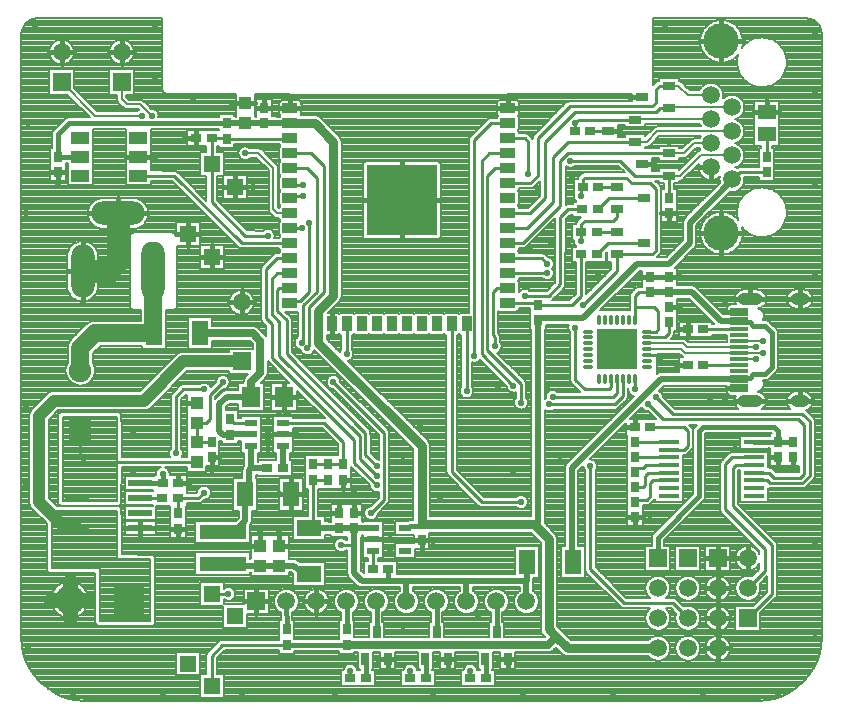
<source format=gbr>
G04 DipTrace 3.3.1.3*
G04 Top.gbr*
%MOIN*%
G04 #@! TF.FileFunction,Copper,L1,Top*
G04 #@! TF.Part,Single*
%AMOUTLINE0*
4,1,4,
0.049213,-0.049213,
-0.049213,-0.049213,
-0.049213,0.049213,
0.049213,0.049213,
0.049213,-0.049213,
0*%
%AMOUTLINE3*
4,1,4,
0.028543,0.011811,
0.028543,-0.011811,
-0.028543,-0.011811,
-0.028543,0.011811,
0.028543,0.011811,
0*%
%AMOUTLINE6*
4,1,4,
0.028543,0.005906,
0.028543,-0.005906,
-0.028543,-0.005906,
-0.028543,0.005906,
0.028543,0.005906,
0*%
%AMOUTLINE9*
4,1,16,
-0.011811,0.019685,
-0.020352,0.017736,
-0.027201,0.012273,
-0.031003,0.00438,
-0.031003,-0.00438,
-0.027201,-0.012273,
-0.020352,-0.017736,
-0.011811,-0.019685,
0.011811,-0.019685,
0.020352,-0.017736,
0.027201,-0.012273,
0.031003,-0.00438,
0.031003,0.00438,
0.027201,0.012273,
0.020352,0.017736,
0.011811,0.019685,
-0.011811,0.019685,
0*%
%AMOUTLINE12*
4,1,16,
-0.021654,0.019685,
-0.030195,0.017736,
-0.037044,0.012273,
-0.040845,0.00438,
-0.040845,-0.00438,
-0.037044,-0.012273,
-0.030195,-0.017736,
-0.021654,-0.019685,
0.021654,-0.019685,
0.030195,-0.017736,
0.037044,-0.012273,
0.040845,-0.00438,
0.040845,0.00438,
0.037044,0.012273,
0.030195,0.017736,
0.021654,0.019685,
-0.021654,0.019685,
0*%
%AMOUTLINE15*
4,1,4,
0.025,-0.015748,
-0.025,-0.015748,
-0.025,0.015748,
0.025,0.015748,
0.025,-0.015748,
0*%
%AMOUTLINE18*
4,1,4,
-0.015748,-0.025,
-0.015748,0.025,
0.015748,0.025,
0.015748,-0.025,
-0.015748,-0.025,
0*%
%AMOUTLINE21*
4,1,4,
0.11811,-0.11811,
-0.11811,-0.11811,
-0.11811,0.11811,
0.11811,0.11811,
0.11811,-0.11811,
0*%
G04 #@! TA.AperFunction,Conductor*
%ADD10C,0.01*%
%ADD11C,0.006*%
G04 #@! TA.AperFunction,CopperBalancing*
%ADD14C,0.015*%
%ADD15C,0.008*%
G04 #@! TA.AperFunction,Conductor*
%ADD16C,0.04*%
%ADD17C,0.02*%
%ADD18C,0.075*%
%ADD19C,0.06*%
%ADD20C,0.025*%
%ADD21C,0.03*%
G04 #@! TA.AperFunction,CopperBalancing*
%ADD22C,0.05*%
%ADD23R,0.035433X0.027559*%
%ADD24R,0.03937X0.043307*%
%ADD25R,0.027559X0.035433*%
G04 #@! TA.AperFunction,ComponentPad*
%ADD26R,0.059055X0.059055*%
%ADD27C,0.059055*%
%ADD28R,0.062992X0.070866*%
%ADD30R,0.082677X0.055118*%
G04 #@! TA.AperFunction,ComponentPad*
%ADD31R,0.074803X0.074803*%
%ADD32C,0.074803*%
%ADD34R,0.055118X0.082677*%
%ADD35R,0.059055X0.051181*%
%ADD37R,0.041339X0.025591*%
G04 #@! TA.AperFunction,ComponentPad*
%ADD38O,0.07874X0.19685*%
%ADD39O,0.07874X0.177165*%
%ADD40O,0.177165X0.07874*%
%ADD41C,0.098425*%
%ADD43C,0.11811*%
%ADD44R,0.15748X0.051181*%
%ADD46R,0.025591X0.041339*%
%ADD48R,0.055118X0.055118*%
%ADD50R,0.043307X0.023622*%
%ADD52O,0.033465X0.011811*%
%ADD53O,0.011811X0.033465*%
%ADD54R,0.137795X0.137795*%
%ADD55R,0.070866X0.015748*%
%ADD56R,0.059055X0.03937*%
%ADD57R,0.07874X0.023622*%
G04 #@! TA.AperFunction,ViaPad*
%ADD58C,0.022*%
G04 #@! TA.AperFunction,ComponentPad*
%ADD130OUTLINE0*%
%ADD133OUTLINE3*%
%ADD136OUTLINE6*%
G04 #@! TA.AperFunction,ComponentPad*
%ADD139OUTLINE9*%
%ADD142OUTLINE12*%
%ADD145OUTLINE15*%
%ADD148OUTLINE18*%
%ADD151OUTLINE21*%
%FSLAX26Y26*%
G04*
G70*
G90*
G75*
G01*
G04 Top*
%LPD*%
X912500Y262500D2*
D14*
X912000Y356000D1*
X1112500Y1281251D2*
D10*
Y1181249D1*
X1193749Y650000D2*
X1237500Y693751D1*
Y918751D1*
X1068751Y1087500D1*
X2397000Y1842764D2*
D15*
X2292764D1*
X2225000Y1775000D1*
X2187500D1*
X968751Y1706249D2*
D10*
X925000D1*
Y1700000D1*
X2187500Y1775000D2*
X2075000D1*
X2025000Y1825000D1*
X1856249D1*
X2187500Y1701181D2*
Y1775000D1*
X2326921Y1963236D2*
D15*
X2075933D1*
X2075000Y1962303D1*
X968751Y1743751D2*
D10*
X925000D1*
Y1750000D1*
X2075000Y1962303D2*
X1887303D1*
X1875000Y1950000D1*
Y1926181D1*
X1874409Y1925591D1*
X212500Y600000D2*
D16*
X175000D1*
X87500Y687500D1*
Y975000D1*
X137500Y1025000D1*
X437501D1*
X568751Y1156249D1*
X762500D1*
X612500Y820571D2*
D10*
X241929D1*
X225000Y837500D1*
Y925000D1*
X712500Y1898819D2*
X923819D1*
X925000Y1900000D1*
X712500Y1898819D2*
Y1900000D1*
X662500D1*
X1706251Y1375000D2*
X1787500D1*
X1825000Y1412500D1*
Y1637500D1*
X1850000Y1662500D1*
X1898819D1*
X662500Y1900000D2*
Y1812500D1*
Y1687500D1*
X775000Y1575000D1*
X850000D1*
X1787500Y1012500D2*
X2006251D1*
X2033760Y1040009D1*
Y1098130D1*
X1650000Y1800000D2*
X1606250D1*
X1581249Y1775000D1*
Y1193752D1*
X1693751Y1081251D1*
Y1018751D1*
X2014075Y1098130D2*
Y1051575D1*
X2000000Y1037500D1*
X1800000D1*
X1650000Y1850000D2*
X1587502D1*
X1562500Y1824999D1*
Y1181251D1*
X1668751Y1075000D1*
X2014075Y1196555D2*
D17*
X2018751Y1193749D1*
X232529Y1456251D2*
D18*
X312501D1*
X350639Y1494388D1*
Y1649164D1*
X2112500Y1176870D2*
D10*
X2148130D1*
X2156251Y1168749D1*
X2125000Y1438681D2*
D14*
X2187500D1*
X1984449Y1924902D2*
D10*
X1926280D1*
X1925591Y1925591D1*
X1650000Y1350000D2*
X1750000D1*
Y1343749D1*
X1862500D1*
X1893751Y1375000D1*
Y1510875D1*
X1895375Y1512500D1*
X1512500Y1056249D2*
Y1281251D1*
X1462500D2*
Y787500D1*
X1562500Y687500D1*
X1693749D1*
X1650000Y1900000D2*
X1706250D1*
X1718751Y1887500D1*
Y1781249D1*
X431249Y1975000D2*
D15*
X275000D1*
X162500Y2087500D1*
X987500Y1618750D2*
D10*
Y1387500D1*
X956250Y1356250D1*
X925000D1*
Y1350000D1*
Y1650000D2*
D15*
X881249D1*
X868749Y1662500D1*
Y1800000D1*
X818749Y1850000D1*
X775000D1*
X462500Y1975000D2*
X425000Y2012500D1*
X381249D1*
X362500Y2031249D1*
Y2087500D1*
X550000Y700000D2*
D10*
Y650000D1*
Y700000D2*
X618751D1*
X637500Y718749D1*
Y718751D1*
X981250Y1200000D2*
X987500Y1206250D1*
Y1337500D1*
X1037500Y1387500D1*
Y1806249D1*
X993749Y1850000D1*
X925000D1*
X543751Y850000D2*
Y1037500D1*
X568751Y1062500D1*
X637500D1*
X468749Y1456251D2*
D19*
Y1250000D1*
X275000D1*
X225000Y1200000D1*
Y1125000D1*
X471462Y1250000D2*
D16*
X468749D1*
X825000Y475000D2*
D17*
X706201D1*
X700000Y481201D1*
X825000Y475000D2*
X887500D1*
X937500D1*
X966038Y446462D1*
X987500D1*
X2012500Y1737500D2*
D10*
X1951181D1*
X2112500Y1235925D2*
X2173425D1*
X2187500Y1250000D1*
Y1287500D1*
X2012500Y1587500D2*
X1946556D1*
X1200000Y525197D2*
Y463681D1*
X1199409Y463091D1*
X2012500Y1662697D2*
Y1637499D1*
X2000001Y1625000D1*
X1906251D1*
X1893751Y1612500D1*
Y1589125D1*
X1895375Y1587500D1*
X1994390Y1098130D2*
Y1069388D1*
X1987501Y1062500D1*
X1906251D1*
X1875000Y1093751D1*
Y1268749D1*
X1893751Y1556251D2*
Y1585875D1*
X1895375Y1587500D1*
X1893751Y1706251D2*
Y1731251D1*
X1900000Y1737500D1*
Y1343751D2*
X2012500Y1456251D1*
Y1512697D1*
X2073130Y1098130D2*
Y1064370D1*
X2075000Y1062500D1*
X1900000Y1737500D2*
Y1762501D1*
X1906249Y1768751D1*
X2043749D1*
X2062500Y1750000D1*
X2125001D1*
X2143751Y1731251D1*
Y1525001D1*
X2131249Y1512500D1*
X2012697D1*
X2012500Y1512697D1*
X793701Y949803D2*
X737697D1*
X725000Y962500D1*
X900000Y800000D2*
D17*
Y875000D1*
X793701D2*
Y799950D1*
X787500Y793749D1*
Y700000D1*
X775000Y712500D1*
Y625000D1*
X737500Y587500D1*
X700000D1*
X848819Y800000D2*
X793701Y799950D1*
X1050000Y812500D2*
D10*
X1000000D1*
X1050000D2*
X1100000D1*
X900000Y949803D2*
X1037697D1*
X1100000Y887500D1*
Y812500D1*
X1612402Y253051D2*
D14*
Y355598D1*
X1612000Y356000D1*
X1412402Y253051D2*
Y355598D1*
X1412000Y356000D1*
X1212402Y253051D2*
Y355598D1*
X1212000Y356000D1*
X1176181Y100000D2*
Y162500D1*
X1175000D1*
X1376181Y100000D2*
Y162500D1*
X1375000D1*
X1576181Y100000D2*
Y162500D1*
X1575000D1*
X2187500Y887500D2*
D10*
X2075000D1*
X2187500Y836319D2*
X2075000D1*
X2187500Y810728D2*
X2110728D1*
X2100000Y800000D1*
X2075000D1*
Y787500D1*
X2187500Y785138D2*
X2116388D1*
X2106249Y774999D1*
Y743749D1*
X2100000Y737500D1*
X2076181D1*
X2075000Y736319D1*
X2470965Y810728D2*
X2410728D1*
X2400000Y800000D1*
Y675000D1*
X2531249Y543751D1*
Y381249D1*
X2450000Y300000D1*
X2470965Y836319D2*
X2398819D1*
X2375000Y812500D1*
Y662500D1*
X2506249Y531251D1*
Y456249D1*
X2450000Y400000D1*
X2125000Y937500D2*
X2237500D1*
X2250000Y925000D1*
Y875000D1*
X2236909Y861909D1*
X2187500D1*
Y759547D2*
X2134547D1*
X2125000Y750000D1*
Y706251D1*
X2112500Y693751D1*
X2080070D1*
X2075000Y688681D1*
X2512500Y1837500D2*
Y1912500D1*
X425098Y700000D2*
X498819D1*
X2422159Y1262898D2*
X2301579D1*
X2301181Y1262500D1*
X2422159Y1144787D2*
X2302219D1*
X2301181Y1143749D1*
X2103051Y1550098D2*
X1984155D1*
X1946556Y1512500D1*
X2103051Y1700098D2*
X1987598D1*
X1950000Y1662500D1*
X1650000Y1400000D2*
X1612500D1*
X1600000Y1387500D1*
Y1243749D1*
X1606249Y1237500D1*
Y1206249D1*
X1112500Y262500D2*
D14*
Y355500D1*
X1112000Y356000D1*
X2187500Y1849803D2*
D15*
X2237303D1*
X2270421Y1882921D1*
X2326921D1*
X2187500Y1849803D2*
D10*
X1849803D1*
X1825000Y1825000D1*
Y1675000D1*
X1700000Y1550000D1*
X1650000D1*
X2075000Y1887500D2*
D15*
X2112500D1*
X2148079Y1923079D1*
X2397000D1*
X2075000Y1887500D2*
D10*
X1850000D1*
X1800000Y1837500D1*
Y1687500D1*
X1712500Y1600000D1*
X1650000D1*
X2397000Y2003394D2*
D15*
X2190894D1*
X2187500Y2000000D1*
D10*
X2156251D1*
X2143751Y1987500D1*
X1875000D1*
X1775000Y1887500D1*
Y1700000D1*
X1725000Y1650000D1*
X1650000D1*
X2187500Y2074803D2*
D15*
X2218946D1*
X2250198Y2043551D1*
X2326921D1*
X2187500Y2074803D2*
D10*
X2156052D1*
X2143749Y2062500D1*
Y2018748D1*
X2131251Y2006249D1*
X1856249D1*
X1750000Y1900000D1*
Y1775000D1*
X1725000Y1750000D1*
X1650000D1*
X417913Y1775000D2*
X537500D1*
X762500Y1550000D1*
X925000D1*
X2470965Y785138D2*
X2521113D1*
X2537500Y768751D1*
X2625000D1*
X2637500Y781251D1*
Y943751D1*
X2618751Y962500D1*
X2168751D1*
X2118751Y1012500D1*
X1650000Y1450000D2*
X1781250D1*
X1781251Y1450001D1*
X2470965Y759547D2*
X2515453D1*
X2525000Y750000D1*
X2631249D1*
X2656249Y775000D1*
Y956249D1*
X2631249Y981249D1*
X2200001D1*
X2143751Y1037500D1*
X1650000Y1500000D2*
X1762500D1*
X1781251Y1481250D1*
X1650000Y1950000D2*
X1593751D1*
X1537500Y1893749D1*
Y1175000D1*
X718751Y381249D2*
X662500D1*
Y381251D1*
X2112500Y1216240D2*
D11*
X2233760D1*
X2246157Y1203843D1*
X2422159D1*
X2477424Y1204993D2*
X2475555Y1203125D1*
X2422877D1*
X2422159Y1203843D1*
X2478126Y1162500D2*
X2424131D1*
X2422159Y1164472D1*
X2112500Y1196555D2*
X2228445D1*
X2240843Y1184157D1*
X2422159D1*
X2501201Y1184375D2*
X2500983Y1184157D1*
X2422159D1*
Y1223528D2*
Y1225000D1*
X2501201D1*
X612500Y950000D2*
D10*
Y887500D1*
X662500D2*
X612500D1*
X925000Y1800000D2*
X981250D1*
X1012500Y1768751D1*
Y1387500D1*
X968751Y1343751D1*
Y1225001D1*
X962500Y1218750D1*
X612500Y950000D2*
X643749D1*
X656249Y962500D1*
Y1043749D1*
X700000Y1087500D1*
X793701Y912402D2*
D17*
X726083D1*
X725000Y911319D1*
X793750Y1037500D2*
X712500D1*
X687500Y1012500D1*
Y925000D1*
X701181Y911319D1*
X725000D1*
X625000Y1250000D2*
D20*
X800000D1*
X825000Y1225000D1*
Y1118750D1*
X793750Y1087500D1*
Y1037500D1*
X1306299Y600000D2*
D14*
X1318749D1*
X1325000Y606251D1*
X1362500D1*
Y612500D1*
X925000Y1950000D2*
D17*
X837500D1*
X775000D1*
X712500D1*
X150000Y1837500D2*
D14*
X224508D1*
X225000Y1837992D1*
X1362500Y612500D2*
D21*
Y875000D1*
X1018749Y1218751D1*
Y1324999D1*
X1068750Y1375000D1*
Y1887499D1*
X1006249Y1950000D1*
X925000D1*
X150000Y1837500D2*
D14*
Y1912500D1*
X187500Y1950000D1*
X712500D1*
X2470965Y887500D2*
X2550000D1*
X2600000D1*
X2600591Y888091D1*
X2550000Y887500D2*
Y925000D1*
X2537500Y937500D1*
X2300000D1*
X2287500Y925000D1*
Y706249D1*
X2150000Y568749D1*
Y500000D1*
X1362500Y612500D2*
D21*
X1737500D1*
X1750000Y600000D1*
X1787500Y562500D1*
Y262500D1*
X1811100Y238900D1*
X1850000Y200000D1*
X2150000D1*
X1750000Y1292568D2*
D17*
Y600000D1*
Y1292568D2*
Y1300000D1*
X1900000D1*
X2081251Y1481251D1*
X2187500D1*
X2256249Y1550000D1*
Y1618749D1*
X2399949Y1762449D1*
X2397000D1*
X912500Y211319D2*
D14*
X1112500D1*
X912500D2*
D10*
X698819D1*
X662500Y175000D1*
Y74164D1*
X1112500Y211319D2*
D20*
X1783518D1*
X1811100Y238900D1*
X2397000Y1762449D2*
D10*
X2399949D1*
X2425000Y1787500D1*
X2511319D1*
X2512500Y1786319D1*
X1050000Y761319D2*
X1000000D1*
X1087500Y600000D2*
D17*
X987500D1*
X1087500D2*
X1137500D1*
X1200000D2*
X1137500D1*
X1512000Y356000D2*
Y425000D1*
X1312000D1*
X1250591D1*
X1162500D1*
X1137500Y450000D1*
Y543751D1*
Y600000D1*
X1312000Y356000D2*
Y425000D1*
X1712500Y487500D2*
Y425000D1*
X1712000D1*
Y356000D1*
X1512000Y425000D2*
X1712000D1*
X1250591Y463091D2*
D14*
Y425000D1*
X1000000Y761319D2*
D10*
Y600000D1*
X987500D1*
X425098Y750000D2*
D14*
X500000D1*
Y781249D2*
Y750000D1*
X1093751Y543751D2*
D10*
X1137500D1*
X2422159Y1290457D2*
D14*
Y1287500D1*
X2456251D1*
X2468751Y1275000D1*
X2506251D1*
X2531251Y1250000D1*
Y1137500D1*
X2506251Y1112500D1*
X2468751D1*
X2456251Y1100000D1*
X2424615D1*
X2422159Y1097543D1*
Y1290457D2*
D17*
X2359543D1*
X2262500Y1387500D1*
X2187500D1*
X2125000D1*
X2073130Y1294980D2*
D10*
Y1337500D1*
Y1373130D1*
X2087500Y1387500D1*
X2125000D1*
X2112500Y1255610D2*
X2143110D1*
X2150000Y1262500D1*
Y1325000D1*
X2137500Y1337500D1*
X2073130D1*
X2422159Y1097543D2*
D17*
X2160043D1*
X1862500Y800000D1*
Y487500D1*
X1866038D1*
X925000Y1450000D2*
D10*
X881250D1*
X862500Y1431251D1*
Y1312500D1*
X887500Y1287500D1*
Y1175000D1*
X1156249Y906251D1*
Y831251D1*
X1212500Y775000D1*
X1325000Y125000D2*
Y100000D1*
X925000Y1500000D2*
X881250D1*
X843750Y1462501D1*
Y1300000D1*
X862500Y1281250D1*
Y1168751D1*
X1137500Y893751D1*
Y818751D1*
X1212500Y743751D1*
X1125000Y125000D2*
Y100000D1*
X925000Y1400000D2*
X887502D1*
X881250Y1393749D1*
Y1325000D1*
X912500Y1293750D1*
Y1181251D1*
X1175000Y918751D1*
Y843751D1*
X1212500Y806251D1*
X1525000Y125000D2*
Y100000D1*
X962500Y1600000D2*
X925000D1*
X1925000Y806250D2*
Y462500D1*
X2037500Y350000D1*
X2200000D1*
X2250000Y300000D1*
D58*
X2477424Y1204993D3*
X2501201Y1184375D3*
X2478126Y1162500D3*
X2501201Y1225000D3*
X2056251Y2037500D3*
X2137500Y1812500D3*
X2025000Y1925000D3*
X1800000Y1037500D3*
X2075000Y1062500D3*
X1893751Y1706251D3*
X1900000Y1343751D3*
X850000Y862500D3*
Y893749D3*
Y925000D3*
Y956251D3*
X887500Y587500D3*
X825000D3*
X931251Y650000D3*
X887500Y712500D3*
X975000D3*
X1537500Y1175000D3*
X943751Y912500D3*
X1256251Y600000D3*
Y562500D3*
Y525000D3*
X718751Y381249D3*
X1137500Y725000D3*
X1356249Y943751D3*
X1337500Y475000D3*
X1087500Y687500D3*
X1137500D3*
X575000Y1900000D3*
X731249Y2018749D3*
X837500Y2037500D3*
X2250000Y1300000D3*
X2212500Y1143749D3*
X2225000Y1437500D3*
X2087500D3*
X2062500Y1193749D3*
X2018751Y1243749D3*
Y1193749D3*
Y1150000D3*
X1968749Y1193749D3*
X2225000Y1337500D3*
X1418751Y162500D3*
X1618749D3*
X1218751D3*
X2156251Y1168749D3*
X1212500Y806251D3*
X2187500Y1887500D3*
X150000Y1750000D3*
X475000Y1837500D3*
X1750000Y1725000D3*
X875000Y2000000D3*
X2550000Y800000D3*
X2600000D3*
X2075000Y968749D3*
X2125000Y643749D3*
X2406249Y862500D3*
X1875000Y1268749D3*
X1893751Y1556251D3*
X1706251Y1375000D3*
X1668751Y1075000D3*
X887500Y981250D3*
X968751Y1743751D3*
Y1706249D3*
X1875000Y1950000D3*
X1856249Y1825000D3*
X850000Y1575000D3*
X918750Y981250D3*
X2187500Y1612500D3*
X1787500Y1012500D3*
X1212500Y775000D3*
Y743751D3*
X1125000Y125000D3*
X1325000D3*
X1525000D3*
X1193749Y650000D3*
X637500Y1062500D3*
X2118751Y1012500D3*
X2143751Y1037500D3*
X1781251Y1481250D3*
Y1450001D3*
X1081250Y1212500D3*
X1062500Y1237500D3*
X1700000Y2000000D3*
X1600000D3*
X987500Y1618750D3*
X1693749Y687500D3*
X1512500Y1056249D3*
X1781249Y1068749D3*
X1606249Y1206249D3*
X1718751Y1781249D3*
X1668751Y787500D3*
X1718751Y1068751D3*
X1718750Y1406250D3*
X1793751Y1543751D3*
X1850000D3*
X1950000Y1443751D3*
X1862500Y1775000D3*
X800000Y1737500D3*
X981249Y2000000D3*
X1725000Y1537500D3*
X75000Y2275000D3*
X50000Y1950000D3*
X43749Y1650000D3*
Y1475000D3*
Y1000000D3*
Y750000D3*
X50000Y450000D3*
Y200000D3*
X475000Y2275000D3*
Y2100000D3*
X600000Y2025000D3*
X337500Y1412500D3*
X200000Y50000D3*
X500000D3*
X762500D3*
X1075000D3*
X1400000D3*
X1700000D3*
X2000000D3*
X2300000D3*
X2550000D3*
X2675000Y250000D3*
Y550000D3*
X1100000Y2000000D3*
X2675000Y1150000D3*
Y1450000D3*
Y1750000D3*
Y2050000D3*
Y2250000D3*
X1225000Y2000000D3*
X1350000D3*
X1475000D3*
X1825000Y825000D3*
X2375000Y1350000D3*
Y1025000D3*
X2325000D3*
X1300000Y275000D3*
X1550000Y300000D3*
X2175000Y2275000D3*
X1300000Y825000D3*
X1587500Y475000D3*
X2512500Y2037500D3*
X1425000Y700000D3*
X1400000Y556251D3*
X1693751Y1018751D3*
X1618751Y1068751D3*
X775000Y1850000D3*
X962500Y1600000D3*
X462500Y1975000D3*
X431249D3*
X1068751Y1087500D3*
X1112500Y1181249D3*
X575000Y1018751D3*
X662500Y793751D3*
X962500Y1218750D3*
X700000Y1087500D3*
X587500Y750000D3*
X512500Y600000D3*
X400000Y787500D3*
X425000Y562500D3*
X637500Y718751D3*
X543751Y850000D3*
X981250Y1200000D3*
X500000Y781249D3*
X1093751Y543751D3*
X1406249Y1212500D3*
X400000Y912500D3*
X1925000Y806250D3*
X56040Y2292049D2*
D15*
X497206D1*
X2134056D2*
X2343549D1*
X2380384D2*
X2668971D1*
X45774Y2284180D2*
X497206D1*
X2134056D2*
X2324596D1*
X2399321D2*
X2679221D1*
X39509Y2276311D2*
X497206D1*
X2134056D2*
X2313831D1*
X2410087D2*
X2685487D1*
X34884Y2268442D2*
X497206D1*
X2134056D2*
X2306221D1*
X2417696D2*
X2690112D1*
X31618Y2260573D2*
X497206D1*
X2134056D2*
X2300549D1*
X2423368D2*
X2693378D1*
X30228Y2252705D2*
X497206D1*
X2134056D2*
X2296315D1*
X2427603D2*
X2694768D1*
X29196Y2244836D2*
X497206D1*
X2134056D2*
X2293253D1*
X2430681D2*
X2695799D1*
X29040Y2236967D2*
X497206D1*
X2134056D2*
X2291190D1*
X2432728D2*
X2695971D1*
X29040Y2229098D2*
X157143D1*
X167853D2*
X357143D1*
X367853D2*
X497206D1*
X2134056D2*
X2290049D1*
X2433868D2*
X2463393D1*
X2530618D2*
X2695971D1*
X29040Y2221230D2*
X136924D1*
X188071D2*
X336924D1*
X388071D2*
X497206D1*
X2134056D2*
X2289799D1*
X2434118D2*
X2449159D1*
X2544837D2*
X2695971D1*
X29040Y2213361D2*
X128799D1*
X196196D2*
X328799D1*
X396196D2*
X497206D1*
X2134056D2*
X2290424D1*
X2433493D2*
X2439418D1*
X2554587D2*
X2695971D1*
X29040Y2205492D2*
X123924D1*
X201087D2*
X323924D1*
X401087D2*
X497206D1*
X2134056D2*
X2291940D1*
X2561931D2*
X2695971D1*
X29040Y2197623D2*
X121096D1*
X203899D2*
X321096D1*
X403899D2*
X497206D1*
X2134056D2*
X2294409D1*
X2567634D2*
X2695971D1*
X29040Y2189755D2*
X119909D1*
X205087D2*
X319909D1*
X405087D2*
X497206D1*
X2134056D2*
X2297940D1*
X2572071D2*
X2695971D1*
X29040Y2181886D2*
X120237D1*
X204774D2*
X320237D1*
X404774D2*
X497206D1*
X2134056D2*
X2302737D1*
X2575478D2*
X2695971D1*
X29040Y2174017D2*
X122081D1*
X202915D2*
X322081D1*
X402915D2*
X497206D1*
X2134056D2*
X2309128D1*
X2577962D2*
X2695971D1*
X29040Y2166148D2*
X125706D1*
X199290D2*
X325706D1*
X399290D2*
X497206D1*
X2134056D2*
X2317846D1*
X2406071D2*
X2414378D1*
X2579618D2*
X2695971D1*
X29040Y2158280D2*
X131737D1*
X193259D2*
X331737D1*
X393259D2*
X497206D1*
X2134056D2*
X2330815D1*
X2393103D2*
X2413503D1*
X2580509D2*
X2695971D1*
X29040Y2150411D2*
X142315D1*
X182681D2*
X342315D1*
X382681D2*
X497206D1*
X2134056D2*
X2413362D1*
X2580634D2*
X2695971D1*
X29040Y2142542D2*
X497206D1*
X2134056D2*
X2413987D1*
X2580009D2*
X2695971D1*
X29040Y2134673D2*
X497206D1*
X2134056D2*
X2415378D1*
X2578618D2*
X2695971D1*
X29040Y2126804D2*
X119846D1*
X205149D2*
X319846D1*
X405149D2*
X497206D1*
X2134056D2*
X2417581D1*
X2576415D2*
X2695971D1*
X29040Y2118936D2*
X119846D1*
X205149D2*
X319846D1*
X405149D2*
X497206D1*
X2134056D2*
X2420659D1*
X2573353D2*
X2695971D1*
X29040Y2111067D2*
X119846D1*
X205149D2*
X319846D1*
X405149D2*
X497206D1*
X2134056D2*
X2424721D1*
X2569274D2*
X2695971D1*
X29040Y2103198D2*
X119846D1*
X205149D2*
X319846D1*
X405149D2*
X497206D1*
X2134056D2*
X2429956D1*
X2564040D2*
X2695971D1*
X29040Y2095329D2*
X119846D1*
X205149D2*
X319846D1*
X405149D2*
X497206D1*
X2134056D2*
X2153706D1*
X2221290D2*
X2436690D1*
X2557306D2*
X2695971D1*
X29040Y2087461D2*
X119846D1*
X205149D2*
X319846D1*
X405149D2*
X497206D1*
X2134056D2*
X2143424D1*
X2230056D2*
X2445487D1*
X2548524D2*
X2695971D1*
X29040Y2079592D2*
X119846D1*
X205149D2*
X319846D1*
X405149D2*
X497206D1*
X2238040D2*
X2304862D1*
X2348993D2*
X2457737D1*
X2536259D2*
X2695971D1*
X29040Y2071723D2*
X119846D1*
X205149D2*
X319846D1*
X405149D2*
X497206D1*
X2245899D2*
X2295174D1*
X2358665D2*
X2480018D1*
X2513978D2*
X2695971D1*
X29040Y2063854D2*
X119846D1*
X210024D2*
X319846D1*
X405149D2*
X497206D1*
X2253774D2*
X2289534D1*
X2364321D2*
X2695971D1*
X29040Y2055986D2*
X119846D1*
X217899D2*
X319846D1*
X405149D2*
X498753D1*
X2367681D2*
X2695971D1*
X29040Y2048117D2*
X119846D1*
X225759D2*
X319846D1*
X405149D2*
X509862D1*
X2369321D2*
X2695971D1*
X29040Y2040248D2*
X185878D1*
X233634D2*
X345378D1*
X379618D2*
X742190D1*
X807806D2*
X2063159D1*
X2369431D2*
X2376378D1*
X2417618D2*
X2695971D1*
X29040Y2032379D2*
X193737D1*
X241493D2*
X345378D1*
X385243D2*
X742190D1*
X807806D2*
X2063159D1*
X2427978D2*
X2695971D1*
X29040Y2024510D2*
X201612D1*
X249368D2*
X346831D1*
X436853D2*
X742190D1*
X864399D2*
X890534D1*
X959462D2*
X1615534D1*
X1684462D2*
X2063159D1*
X2433931D2*
X2469846D1*
X2555149D2*
X2695971D1*
X29040Y2016642D2*
X209471D1*
X257243D2*
X353221D1*
X444743D2*
X742190D1*
X864399D2*
X886909D1*
X963087D2*
X1611909D1*
X1688087D2*
X1841346D1*
X2437493D2*
X2469846D1*
X2555149D2*
X2695971D1*
X29040Y2008773D2*
X217346D1*
X265103D2*
X361096D1*
X452603D2*
X742190D1*
X864399D2*
X886878D1*
X963118D2*
X1611878D1*
X1688118D2*
X1833471D1*
X2439306D2*
X2469846D1*
X2555149D2*
X2695971D1*
X29040Y2000904D2*
X225221D1*
X272978D2*
X368971D1*
X460478D2*
X742190D1*
X864399D2*
X886878D1*
X963118D2*
X1611878D1*
X1688118D2*
X1825612D1*
X2439571D2*
X2469846D1*
X2555149D2*
X2695971D1*
X29040Y1993035D2*
X233081D1*
X280837D2*
X415659D1*
X478087D2*
X742190D1*
X864399D2*
X886878D1*
X963118D2*
X1611878D1*
X1688118D2*
X1817737D1*
X2438353D2*
X2469846D1*
X2555149D2*
X2695971D1*
X29040Y1985167D2*
X240956D1*
X484290D2*
X742190D1*
X864399D2*
X886878D1*
X963118D2*
X1611878D1*
X1688118D2*
X1809878D1*
X2435462D2*
X2469846D1*
X2555149D2*
X2695971D1*
X29040Y1977298D2*
X248815D1*
X486509D2*
X685596D1*
X864399D2*
X889034D1*
X1008149D2*
X1614034D1*
X1685962D2*
X1802003D1*
X2430509D2*
X2469846D1*
X2555149D2*
X2695971D1*
X29040Y1969429D2*
X182784D1*
X1026259D2*
X1612440D1*
X1687556D2*
X1794128D1*
X2422243D2*
X2469846D1*
X2555149D2*
X2695971D1*
X29040Y1961560D2*
X170237D1*
X1034118D2*
X1580018D1*
X1688118D2*
X1786268D1*
X2414243D2*
X2469846D1*
X2555149D2*
X2695971D1*
X29040Y1953692D2*
X162362D1*
X1041993D2*
X1572143D1*
X1688118D2*
X1778393D1*
X2426337D2*
X2469846D1*
X2555149D2*
X2695971D1*
X29040Y1945823D2*
X154487D1*
X1049868D2*
X1564284D1*
X1688118D2*
X1770534D1*
X2108790D2*
X2288065D1*
X2432931D2*
X2469846D1*
X2555149D2*
X2695971D1*
X29040Y1937954D2*
X146628D1*
X1057728D2*
X1556409D1*
X1688118D2*
X1762659D1*
X2018243D2*
X2041206D1*
X2108790D2*
X2140565D1*
X2436915D2*
X2469846D1*
X2555149D2*
X2695971D1*
X29040Y1930085D2*
X138753D1*
X267649D2*
X375268D1*
X460556D2*
X685596D1*
X1065603D2*
X1548549D1*
X1687399D2*
X1754784D1*
X2018243D2*
X2131206D1*
X2439056D2*
X2469846D1*
X2555149D2*
X2695971D1*
X29040Y1922217D2*
X131924D1*
X267649D2*
X375268D1*
X460556D2*
X580487D1*
X1073462D2*
X1540674D1*
X1686290D2*
X1746924D1*
X2018243D2*
X2123331D1*
X2439634D2*
X2469846D1*
X2555149D2*
X2695971D1*
X29040Y1914348D2*
X129471D1*
X267649D2*
X375268D1*
X460556D2*
X580487D1*
X1081337D2*
X1532799D1*
X1716759D2*
X1739049D1*
X2018243D2*
X2115471D1*
X2438728D2*
X2469846D1*
X2555149D2*
X2695971D1*
X29040Y1906479D2*
X129378D1*
X267649D2*
X375268D1*
X460556D2*
X580487D1*
X1089196D2*
X1524940D1*
X1725071D2*
X1733143D1*
X2018243D2*
X2041206D1*
X2155353D2*
X2291534D1*
X2436212D2*
X2469846D1*
X2555149D2*
X2695971D1*
X29040Y1898610D2*
X129378D1*
X267649D2*
X375268D1*
X460556D2*
X580487D1*
X1094509D2*
X1520081D1*
X2147493D2*
X2265128D1*
X2431743D2*
X2469846D1*
X2555149D2*
X2695971D1*
X29040Y1890741D2*
X129378D1*
X267649D2*
X375268D1*
X460556D2*
X580487D1*
X1096681D2*
X1519378D1*
X2139618D2*
X2254362D1*
X2424368D2*
X2469846D1*
X2555149D2*
X2695971D1*
X29040Y1882873D2*
X129378D1*
X267649D2*
X375268D1*
X460556D2*
X580487D1*
X1096868D2*
X1519378D1*
X2131759D2*
X2246487D1*
X2409743D2*
X2469846D1*
X2555149D2*
X2695971D1*
X29040Y1875004D2*
X129378D1*
X267649D2*
X375268D1*
X460556D2*
X580487D1*
X739399D2*
X891065D1*
X1096868D2*
X1519378D1*
X2123790D2*
X2238628D1*
X2424478D2*
X2469846D1*
X2555149D2*
X2695971D1*
X29040Y1867135D2*
X123096D1*
X267649D2*
X375268D1*
X460556D2*
X644378D1*
X680618D2*
X758378D1*
X791618D2*
X886956D1*
X1096868D2*
X1519378D1*
X2108790D2*
X2153706D1*
X2221290D2*
X2230753D1*
X2431821D2*
X2485596D1*
X2539399D2*
X2695971D1*
X29040Y1859266D2*
X123096D1*
X267649D2*
X375268D1*
X460556D2*
X644378D1*
X680618D2*
X752799D1*
X833368D2*
X886878D1*
X1096868D2*
X1519378D1*
X2270649D2*
X2291596D1*
X2436259D2*
X2485596D1*
X2539399D2*
X2695971D1*
X29040Y1851398D2*
X123096D1*
X267649D2*
X375268D1*
X460556D2*
X621815D1*
X703181D2*
X750924D1*
X841228D2*
X886878D1*
X1096868D2*
X1519378D1*
X2262774D2*
X2277518D1*
X2438743D2*
X2485596D1*
X2539399D2*
X2695971D1*
X29040Y1843529D2*
X123096D1*
X267649D2*
X375268D1*
X460556D2*
X621815D1*
X703181D2*
X751799D1*
X849103D2*
X886878D1*
X1096868D2*
X1519378D1*
X2254915D2*
X2269643D1*
X2439634D2*
X2485596D1*
X2539399D2*
X2695971D1*
X29040Y1835660D2*
X123096D1*
X267649D2*
X375268D1*
X460556D2*
X621815D1*
X703181D2*
X755815D1*
X856962D2*
X886878D1*
X1096868D2*
X1519378D1*
X2246243D2*
X2261784D1*
X2439040D2*
X2485596D1*
X2539399D2*
X2695971D1*
X29040Y1827791D2*
X123096D1*
X267649D2*
X375268D1*
X460556D2*
X621815D1*
X703181D2*
X767081D1*
X782915D2*
X817081D1*
X864837D2*
X888706D1*
X1096868D2*
X1519378D1*
X2130743D2*
X2153706D1*
X2221290D2*
X2253909D1*
X2436884D2*
X2485596D1*
X2539399D2*
X2695971D1*
X29040Y1819923D2*
X123096D1*
X267649D2*
X375268D1*
X460556D2*
X621815D1*
X703181D2*
X824940D1*
X872712D2*
X887612D1*
X1096868D2*
X1169862D1*
X1424931D2*
X1519378D1*
X2130743D2*
X2246049D1*
X2432868D2*
X2485596D1*
X2539399D2*
X2695971D1*
X29040Y1812054D2*
X123096D1*
X176899D2*
X182346D1*
X267649D2*
X375268D1*
X460556D2*
X621815D1*
X703181D2*
X832815D1*
X880571D2*
X886878D1*
X1096868D2*
X1166190D1*
X1428587D2*
X1519378D1*
X2130743D2*
X2238174D1*
X2426228D2*
X2485596D1*
X2539399D2*
X2695971D1*
X29040Y1804185D2*
X123096D1*
X176899D2*
X182346D1*
X267649D2*
X375268D1*
X460556D2*
X621815D1*
X703181D2*
X840690D1*
X1096868D2*
X1166159D1*
X1428618D2*
X1519378D1*
X1867571D2*
X2020518D1*
X2130743D2*
X2230299D1*
X2278071D2*
X2284299D1*
X2414009D2*
X2419549D1*
X2539399D2*
X2695971D1*
X29040Y1796316D2*
X123096D1*
X176899D2*
X182346D1*
X267649D2*
X375268D1*
X460556D2*
X621815D1*
X703181D2*
X848549D1*
X1096868D2*
X1166159D1*
X1428618D2*
X1519378D1*
X1843118D2*
X2028393D1*
X2130743D2*
X2153706D1*
X2270196D2*
X2284753D1*
X2539399D2*
X2695971D1*
X29040Y1788448D2*
X123096D1*
X176899D2*
X182346D1*
X267649D2*
X375268D1*
X549212D2*
X621815D1*
X703181D2*
X851628D1*
X1096868D2*
X1166159D1*
X1428618D2*
X1519378D1*
X1843118D2*
X2036253D1*
X2262321D2*
X2286737D1*
X2539399D2*
X2695971D1*
X29040Y1780579D2*
X123096D1*
X176899D2*
X182346D1*
X267649D2*
X375268D1*
X557212D2*
X621815D1*
X703181D2*
X851628D1*
X1096868D2*
X1166159D1*
X1428618D2*
X1519378D1*
X1843118D2*
X1892784D1*
X2254462D2*
X2290534D1*
X2539399D2*
X2695971D1*
X29040Y1772710D2*
X123096D1*
X176899D2*
X182346D1*
X267649D2*
X375268D1*
X565087D2*
X621815D1*
X781915D2*
X851628D1*
X1096868D2*
X1166159D1*
X1428618D2*
X1519378D1*
X1843118D2*
X1885206D1*
X2246587D2*
X2296846D1*
X2539399D2*
X2695971D1*
X29040Y1764841D2*
X123096D1*
X176899D2*
X182346D1*
X267649D2*
X375268D1*
X572946D2*
X644378D1*
X680618D2*
X700565D1*
X781915D2*
X851628D1*
X1096868D2*
X1166159D1*
X1428618D2*
X1519378D1*
X1843118D2*
X1882034D1*
X2238728D2*
X2308096D1*
X2345743D2*
X2354424D1*
X2439571D2*
X2485596D1*
X2539399D2*
X2695971D1*
X29040Y1756972D2*
X123096D1*
X176899D2*
X182346D1*
X267649D2*
X375268D1*
X460556D2*
X530237D1*
X580821D2*
X644378D1*
X680618D2*
X700565D1*
X781915D2*
X851628D1*
X1096868D2*
X1166159D1*
X1428618D2*
X1519378D1*
X1843118D2*
X1869159D1*
X2143321D2*
X2153706D1*
X2221290D2*
X2354706D1*
X2439290D2*
X2485596D1*
X2539399D2*
X2695971D1*
X29040Y1749104D2*
X182346D1*
X267649D2*
X375268D1*
X460556D2*
X538096D1*
X588696D2*
X644378D1*
X680618D2*
X700565D1*
X781915D2*
X851628D1*
X1096868D2*
X1166159D1*
X1428618D2*
X1519378D1*
X1749399D2*
X1756878D1*
X1843118D2*
X1869159D1*
X2151196D2*
X2169378D1*
X2205618D2*
X2354237D1*
X2437462D2*
X2695971D1*
X29040Y1741235D2*
X545971D1*
X596556D2*
X644378D1*
X680618D2*
X700565D1*
X781915D2*
X851628D1*
X1096868D2*
X1166159D1*
X1428618D2*
X1519378D1*
X1741524D2*
X1756878D1*
X1843118D2*
X1869159D1*
X2158696D2*
X2169378D1*
X2205618D2*
X2346362D1*
X2433868D2*
X2695971D1*
X29040Y1733366D2*
X553846D1*
X604431D2*
X644378D1*
X680618D2*
X700565D1*
X781915D2*
X851628D1*
X1096868D2*
X1166159D1*
X1428618D2*
X1519378D1*
X1730618D2*
X1756878D1*
X1843118D2*
X1869159D1*
X2161743D2*
X2169378D1*
X2205618D2*
X2338503D1*
X2427884D2*
X2475971D1*
X2518024D2*
X2695971D1*
X29040Y1725497D2*
X561706D1*
X612290D2*
X644378D1*
X680618D2*
X700565D1*
X781915D2*
X851628D1*
X885868D2*
X890523D1*
X1096868D2*
X1166159D1*
X1428618D2*
X1519378D1*
X1684462D2*
X1756878D1*
X1843118D2*
X1869159D1*
X2214399D2*
X2330628D1*
X2417446D2*
X2456049D1*
X2537946D2*
X2695971D1*
X29040Y1717629D2*
X569581D1*
X620165D2*
X644378D1*
X680618D2*
X700565D1*
X781915D2*
X851628D1*
X1096868D2*
X1166159D1*
X1428618D2*
X1519378D1*
X1687978D2*
X1756878D1*
X1843118D2*
X1869159D1*
X2214399D2*
X2322768D1*
X2387493D2*
X2444331D1*
X2549681D2*
X2695971D1*
X29040Y1709760D2*
X577440D1*
X628040D2*
X644378D1*
X680618D2*
X700565D1*
X781915D2*
X851628D1*
X1096868D2*
X1166159D1*
X1428618D2*
X1519378D1*
X1688118D2*
X1756878D1*
X1843118D2*
X1869893D1*
X2214399D2*
X2314893D1*
X2379618D2*
X2435815D1*
X2558181D2*
X2695971D1*
X29040Y1701891D2*
X585315D1*
X635899D2*
X644378D1*
X680618D2*
X700565D1*
X781915D2*
X851628D1*
X1096868D2*
X1166159D1*
X1428618D2*
X1519378D1*
X1688118D2*
X1751596D1*
X1843118D2*
X1870049D1*
X2214399D2*
X2307018D1*
X2371759D2*
X2429284D1*
X2564712D2*
X2695971D1*
X29040Y1694022D2*
X274940D1*
X426337D2*
X593190D1*
X681274D2*
X851628D1*
X1096868D2*
X1166159D1*
X1428618D2*
X1519378D1*
X1688118D2*
X1743721D1*
X1843118D2*
X1873096D1*
X2214399D2*
X2299159D1*
X2363884D2*
X2424190D1*
X2569806D2*
X2695971D1*
X29040Y1686154D2*
X264518D1*
X436759D2*
X601049D1*
X689134D2*
X851628D1*
X1096868D2*
X1166159D1*
X1428618D2*
X1519378D1*
X1688118D2*
X1735862D1*
X1843118D2*
X1867987D1*
X2214399D2*
X2291284D1*
X2356024D2*
X2420253D1*
X2573743D2*
X2695971D1*
X29040Y1678285D2*
X257924D1*
X443353D2*
X608924D1*
X697009D2*
X851628D1*
X1096868D2*
X1166159D1*
X1428618D2*
X1519378D1*
X1686571D2*
X1727987D1*
X2214399D2*
X2283424D1*
X2348149D2*
X2417284D1*
X2576728D2*
X2695971D1*
X29040Y1670416D2*
X253503D1*
X447774D2*
X616784D1*
X704884D2*
X851628D1*
X1096868D2*
X1166159D1*
X1428618D2*
X1519378D1*
X1687196D2*
X1720128D1*
X2214399D2*
X2275549D1*
X2340274D2*
X2415174D1*
X2578821D2*
X2695971D1*
X29040Y1662547D2*
X250706D1*
X450587D2*
X624659D1*
X712743D2*
X851628D1*
X1096868D2*
X1166159D1*
X1428618D2*
X1519378D1*
X2214399D2*
X2267674D1*
X2332415D2*
X2413878D1*
X2580118D2*
X2695971D1*
X29040Y1654678D2*
X249237D1*
X452040D2*
X632534D1*
X720618D2*
X853628D1*
X1096868D2*
X1166159D1*
X1428618D2*
X1519378D1*
X2214399D2*
X2259815D1*
X2324540D2*
X2413346D1*
X2580649D2*
X2695971D1*
X29040Y1646810D2*
X248987D1*
X452290D2*
X640393D1*
X728478D2*
X860565D1*
X1096868D2*
X1166159D1*
X1428618D2*
X1519378D1*
X2214399D2*
X2251940D1*
X2316681D2*
X2328940D1*
X2394978D2*
X2413565D1*
X2580446D2*
X2695971D1*
X29040Y1638941D2*
X249956D1*
X451321D2*
X648268D1*
X736353D2*
X868424D1*
X1096868D2*
X1166159D1*
X1428618D2*
X1519378D1*
X1851728D2*
X1867987D1*
X2214399D2*
X2244081D1*
X2308806D2*
X2316690D1*
X2407243D2*
X2414534D1*
X2579478D2*
X2695971D1*
X29040Y1631072D2*
X252206D1*
X449071D2*
X656128D1*
X744228D2*
X887299D1*
X1096868D2*
X1166159D1*
X1428618D2*
X1519378D1*
X1843868D2*
X1887034D1*
X2214399D2*
X2236846D1*
X2300931D2*
X2308299D1*
X2577712D2*
X2695971D1*
X29040Y1623203D2*
X255924D1*
X445353D2*
X664003D1*
X752087D2*
X889393D1*
X1096868D2*
X1166159D1*
X1428618D2*
X1519378D1*
X1798493D2*
X1806878D1*
X1843118D2*
X1879331D1*
X2214399D2*
X2233581D1*
X2293071D2*
X2302112D1*
X2575134D2*
X2695971D1*
X29040Y1615335D2*
X261549D1*
X439728D2*
X543081D1*
X624446D2*
X671878D1*
X759962D2*
X886878D1*
X1096868D2*
X1166159D1*
X1428618D2*
X1519378D1*
X1790634D2*
X1806878D1*
X1843118D2*
X1875862D1*
X2161868D2*
X2233128D1*
X2285196D2*
X2297471D1*
X2571618D2*
X2695971D1*
X29040Y1607466D2*
X270081D1*
X431196D2*
X543081D1*
X624446D2*
X679737D1*
X767821D2*
X886878D1*
X1096868D2*
X1166159D1*
X1428618D2*
X1519378D1*
X1782759D2*
X1806878D1*
X1843118D2*
X1864534D1*
X2161868D2*
X2233128D1*
X2279368D2*
X2294065D1*
X2567040D2*
X2695971D1*
X29040Y1599597D2*
X285971D1*
X415321D2*
X543081D1*
X624446D2*
X687612D1*
X775696D2*
X886878D1*
X1096868D2*
X1166159D1*
X1428618D2*
X1519378D1*
X1774884D2*
X1806878D1*
X1843118D2*
X1864534D1*
X2161868D2*
X2233128D1*
X2279368D2*
X2291721D1*
X2561165D2*
X2695971D1*
X29040Y1591728D2*
X543081D1*
X624446D2*
X695471D1*
X867040D2*
X886878D1*
X1096868D2*
X1166159D1*
X1428618D2*
X1519378D1*
X1767024D2*
X1806878D1*
X1843118D2*
X1864534D1*
X2161868D2*
X2233128D1*
X2279368D2*
X2290299D1*
X2433618D2*
X2440409D1*
X2553603D2*
X2695971D1*
X29040Y1583860D2*
X397659D1*
X624446D2*
X703346D1*
X872368D2*
X886893D1*
X1096868D2*
X1166159D1*
X1428618D2*
X1519378D1*
X1759149D2*
X1806878D1*
X1843118D2*
X1864534D1*
X2161868D2*
X2233128D1*
X2279368D2*
X2289784D1*
X2434134D2*
X2450518D1*
X2543493D2*
X2695971D1*
X29040Y1575991D2*
X390065D1*
X624446D2*
X711221D1*
X874103D2*
X890065D1*
X1096868D2*
X1166159D1*
X1428618D2*
X1519378D1*
X1751290D2*
X1806878D1*
X1843118D2*
X1864534D1*
X2161868D2*
X2233128D1*
X2279368D2*
X2290143D1*
X2433774D2*
X2465581D1*
X2528415D2*
X2695971D1*
X29040Y1568122D2*
X388456D1*
X624446D2*
X719081D1*
X873087D2*
X887112D1*
X1096868D2*
X1168190D1*
X1426587D2*
X1519378D1*
X1743415D2*
X1806878D1*
X1843118D2*
X1864534D1*
X2161868D2*
X2233128D1*
X2279368D2*
X2291378D1*
X2432540D2*
X2695971D1*
X29040Y1560253D2*
X388456D1*
X624446D2*
X726956D1*
X1096868D2*
X1519378D1*
X1735540D2*
X1806878D1*
X1843118D2*
X1869971D1*
X2161868D2*
X2233128D1*
X2279368D2*
X2293549D1*
X2430368D2*
X2695971D1*
X29040Y1552385D2*
X210049D1*
X255009D2*
X388456D1*
X624446D2*
X734815D1*
X1096868D2*
X1519378D1*
X1727681D2*
X1806878D1*
X1843118D2*
X1869956D1*
X2161868D2*
X2226268D1*
X2279368D2*
X2296737D1*
X2427181D2*
X2695971D1*
X29040Y1544516D2*
X197862D1*
X267196D2*
X388456D1*
X703181D2*
X742690D1*
X1096868D2*
X1519378D1*
X1719806D2*
X1806878D1*
X1843118D2*
X1872799D1*
X2161868D2*
X2218393D1*
X2278681D2*
X2301128D1*
X2422790D2*
X2695971D1*
X29040Y1536647D2*
X190503D1*
X274556D2*
X388456D1*
X549056D2*
X621815D1*
X703181D2*
X750674D1*
X1096868D2*
X1519378D1*
X1711837D2*
X1806878D1*
X1843118D2*
X1864534D1*
X2161868D2*
X2210534D1*
X2274931D2*
X2306987D1*
X2416931D2*
X2695971D1*
X29040Y1528778D2*
X185596D1*
X279462D2*
X388456D1*
X549056D2*
X621815D1*
X703181D2*
X888159D1*
X1096868D2*
X1519378D1*
X1686837D2*
X1806878D1*
X1843118D2*
X1864534D1*
X2161868D2*
X2202659D1*
X2267399D2*
X2314878D1*
X2409040D2*
X2695971D1*
X29040Y1520909D2*
X182393D1*
X282649D2*
X388456D1*
X549056D2*
X621815D1*
X703181D2*
X888018D1*
X1096868D2*
X1519378D1*
X1686993D2*
X1806878D1*
X1843118D2*
X1864534D1*
X2161384D2*
X2194799D1*
X2259524D2*
X2326174D1*
X2397759D2*
X2695971D1*
X29040Y1513041D2*
X180596D1*
X284462D2*
X388456D1*
X549056D2*
X621815D1*
X703181D2*
X869049D1*
X1096868D2*
X1519378D1*
X1774696D2*
X1806878D1*
X1843118D2*
X1864534D1*
X2157071D2*
X2186924D1*
X2251649D2*
X2347612D1*
X2376306D2*
X2695971D1*
X29040Y1505172D2*
X180034D1*
X285024D2*
X388456D1*
X549056D2*
X621815D1*
X703181D2*
X861128D1*
X1096868D2*
X1519378D1*
X1782618D2*
X1806878D1*
X1843118D2*
X1864534D1*
X2149212D2*
X2179049D1*
X2243790D2*
X2695971D1*
X29040Y1497303D2*
X180034D1*
X285024D2*
X388456D1*
X549056D2*
X621815D1*
X703181D2*
X853253D1*
X1096868D2*
X1519378D1*
X1798962D2*
X1806878D1*
X1843118D2*
X1864534D1*
X2235915D2*
X2695971D1*
X29040Y1489434D2*
X180034D1*
X285024D2*
X388456D1*
X549056D2*
X621815D1*
X703181D2*
X845393D1*
X1096868D2*
X1519378D1*
X1843118D2*
X1864534D1*
X2228056D2*
X2695971D1*
X29040Y1481566D2*
X180034D1*
X285024D2*
X388456D1*
X549056D2*
X621815D1*
X703181D2*
X837518D1*
X1096868D2*
X1519378D1*
X1843118D2*
X1875628D1*
X1911868D2*
X1994378D1*
X2220181D2*
X2695971D1*
X29040Y1473697D2*
X180034D1*
X285024D2*
X388456D1*
X549056D2*
X621815D1*
X703181D2*
X829737D1*
X1096868D2*
X1519378D1*
X1843118D2*
X1875628D1*
X1911868D2*
X1994378D1*
X2212306D2*
X2695971D1*
X29040Y1465828D2*
X180034D1*
X285024D2*
X388456D1*
X549056D2*
X621815D1*
X703181D2*
X825956D1*
X1096868D2*
X1519378D1*
X1799540D2*
X1806878D1*
X1843118D2*
X1875628D1*
X1911868D2*
X1994378D1*
X2214399D2*
X2695971D1*
X29040Y1457959D2*
X180034D1*
X285024D2*
X388456D1*
X549056D2*
X825628D1*
X1096868D2*
X1519378D1*
X1843118D2*
X1875628D1*
X1911868D2*
X1988909D1*
X2090321D2*
X2098096D1*
X2214399D2*
X2695971D1*
X29040Y1450091D2*
X180034D1*
X285024D2*
X388456D1*
X549056D2*
X825628D1*
X1096868D2*
X1519378D1*
X1843118D2*
X1875628D1*
X1911868D2*
X1981049D1*
X2082462D2*
X2098096D1*
X2214399D2*
X2695971D1*
X29040Y1442222D2*
X180034D1*
X285024D2*
X388456D1*
X549056D2*
X825628D1*
X1096868D2*
X1519378D1*
X1843118D2*
X1875628D1*
X1911868D2*
X1973174D1*
X2074587D2*
X2098096D1*
X2214399D2*
X2695971D1*
X29040Y1434353D2*
X180034D1*
X285024D2*
X388456D1*
X549056D2*
X825628D1*
X1096868D2*
X1519378D1*
X1799337D2*
X1806878D1*
X1843118D2*
X1875628D1*
X1911868D2*
X1965315D1*
X2066712D2*
X2098096D1*
X2214399D2*
X2695971D1*
X29040Y1426484D2*
X180034D1*
X285024D2*
X388456D1*
X549056D2*
X825628D1*
X1096868D2*
X1519378D1*
X1685368D2*
X1806878D1*
X1843118D2*
X1875628D1*
X1911868D2*
X1957440D1*
X2058853D2*
X2098096D1*
X2214399D2*
X2695971D1*
X29040Y1418615D2*
X180034D1*
X285024D2*
X388456D1*
X549056D2*
X825628D1*
X1096868D2*
X1519378D1*
X1687774D2*
X1805815D1*
X1843118D2*
X1875628D1*
X1911868D2*
X1949565D1*
X2050978D2*
X2098096D1*
X2214399D2*
X2695971D1*
X29040Y1410747D2*
X180034D1*
X285024D2*
X388456D1*
X549056D2*
X825628D1*
X1096868D2*
X1519378D1*
X1688118D2*
X1797956D1*
X1843024D2*
X1875628D1*
X1911868D2*
X1941706D1*
X2043118D2*
X2098096D1*
X2214399D2*
X2695971D1*
X29040Y1402878D2*
X180206D1*
X284853D2*
X388456D1*
X549056D2*
X825628D1*
X1096868D2*
X1519378D1*
X1688118D2*
X1790081D1*
X1840196D2*
X1875628D1*
X1911868D2*
X1933831D1*
X2035243D2*
X2078737D1*
X2279493D2*
X2695971D1*
X29040Y1395009D2*
X181456D1*
X283603D2*
X388456D1*
X549056D2*
X825628D1*
X1096868D2*
X1519378D1*
X1688118D2*
X1693471D1*
X1719024D2*
X1782221D1*
X1832806D2*
X1875628D1*
X1911868D2*
X1925971D1*
X2027368D2*
X2069721D1*
X2287353D2*
X2429628D1*
X2486728D2*
X2604034D1*
X2641462D2*
X2695971D1*
X29040Y1387140D2*
X184018D1*
X281040D2*
X388456D1*
X549056D2*
X737362D1*
X787634D2*
X825628D1*
X1096868D2*
X1519378D1*
X1824931D2*
X1875628D1*
X1911868D2*
X1918096D1*
X2019509D2*
X2061846D1*
X2295228D2*
X2414112D1*
X2502259D2*
X2588518D1*
X2656978D2*
X2695971D1*
X29040Y1379272D2*
X188128D1*
X276931D2*
X388456D1*
X549056D2*
X729049D1*
X795946D2*
X825628D1*
X1096868D2*
X1519378D1*
X1817071D2*
X1872721D1*
X2011634D2*
X2056128D1*
X2303087D2*
X2408065D1*
X2508290D2*
X2582487D1*
X2663024D2*
X2695971D1*
X29040Y1371403D2*
X194284D1*
X270774D2*
X388456D1*
X549056D2*
X724065D1*
X800931D2*
X825628D1*
X1096634D2*
X1519378D1*
X1809196D2*
X1864862D1*
X2003774D2*
X2055003D1*
X2310962D2*
X2404581D1*
X2511790D2*
X2578987D1*
X2666509D2*
X2695971D1*
X29040Y1363534D2*
X203815D1*
X261243D2*
X388456D1*
X549056D2*
X721174D1*
X803821D2*
X825628D1*
X1094353D2*
X1519378D1*
X1801321D2*
X1856987D1*
X1995899D2*
X2055003D1*
X2214399D2*
X2254096D1*
X2318837D2*
X2404221D1*
X2512149D2*
X2578628D1*
X2666868D2*
X2695971D1*
X29040Y1355665D2*
X226003D1*
X239056D2*
X388456D1*
X549056D2*
X719924D1*
X805071D2*
X825628D1*
X1088853D2*
X1519378D1*
X1988024D2*
X2055003D1*
X2214399D2*
X2261971D1*
X2326696D2*
X2404893D1*
X2511462D2*
X2579299D1*
X2666196D2*
X2695971D1*
X29040Y1347797D2*
X388456D1*
X549056D2*
X720190D1*
X804806D2*
X825628D1*
X1080978D2*
X1519378D1*
X1980165D2*
X2055003D1*
X2214399D2*
X2269831D1*
X2334571D2*
X2408596D1*
X2507774D2*
X2583003D1*
X2662493D2*
X2695971D1*
X29040Y1339928D2*
X388878D1*
X548618D2*
X721987D1*
X803024D2*
X825628D1*
X1073118D2*
X1519378D1*
X1972290D2*
X2055003D1*
X2214399D2*
X2277706D1*
X2342431D2*
X2382143D1*
X2500899D2*
X2589878D1*
X2655618D2*
X2695971D1*
X29040Y1332059D2*
X393112D1*
X544384D2*
X725534D1*
X799478D2*
X825628D1*
X1065243D2*
X1519378D1*
X1687931D2*
X1723096D1*
X1964431D2*
X2055003D1*
X2214399D2*
X2285581D1*
X2350306D2*
X2380503D1*
X2486274D2*
X2695971D1*
X29040Y1324190D2*
X425628D1*
X511868D2*
X731440D1*
X793556D2*
X825628D1*
X1057384D2*
X1519378D1*
X1682915D2*
X1723096D1*
X2214399D2*
X2293440D1*
X2358181D2*
X2380503D1*
X2498868D2*
X2695971D1*
X29040Y1316322D2*
X425628D1*
X511868D2*
X741737D1*
X783259D2*
X825628D1*
X915228D2*
X950628D1*
X1618118D2*
X1723096D1*
X2214399D2*
X2301315D1*
X2366040D2*
X2380503D1*
X2503462D2*
X2695971D1*
X29040Y1308453D2*
X425628D1*
X511868D2*
X825628D1*
X923087D2*
X950628D1*
X1618118D2*
X1723096D1*
X2214399D2*
X2309174D1*
X2504962D2*
X2695971D1*
X29040Y1300584D2*
X425628D1*
X512134D2*
X584315D1*
X665681D2*
X825628D1*
X929212D2*
X950628D1*
X1618118D2*
X1723096D1*
X2214399D2*
X2317049D1*
X2503915D2*
X2695971D1*
X29040Y1292715D2*
X425628D1*
X512134D2*
X584315D1*
X665681D2*
X827237D1*
X930618D2*
X950628D1*
X1618118D2*
X1723096D1*
X2214399D2*
X2324924D1*
X2515946D2*
X2695971D1*
X29040Y1284846D2*
X250190D1*
X512134D2*
X584315D1*
X665681D2*
X833612D1*
X930618D2*
X950628D1*
X1618118D2*
X1723096D1*
X2214399D2*
X2219160D1*
X2525228D2*
X2695971D1*
X29040Y1276978D2*
X241331D1*
X512134D2*
X584315D1*
X665681D2*
X841471D1*
X930618D2*
X950628D1*
X1618118D2*
X1723096D1*
X1776899D2*
X1852378D1*
X2214399D2*
X2219160D1*
X2533103D2*
X2695971D1*
X29040Y1269109D2*
X233456D1*
X512134D2*
X584315D1*
X816634D2*
X844378D1*
X930618D2*
X950628D1*
X1618118D2*
X1723096D1*
X1776899D2*
X1850878D1*
X2214399D2*
X2219160D1*
X2540978D2*
X2695971D1*
X29040Y1261240D2*
X225596D1*
X512134D2*
X584315D1*
X824665D2*
X844378D1*
X930618D2*
X950628D1*
X1618118D2*
X1726878D1*
X1773118D2*
X1852128D1*
X2214399D2*
X2219160D1*
X2548368D2*
X2695971D1*
X29040Y1253371D2*
X217721D1*
X512134D2*
X584315D1*
X832524D2*
X844378D1*
X930618D2*
X950628D1*
X1618118D2*
X1726878D1*
X1773118D2*
X1856674D1*
X2205618D2*
X2219159D1*
X2551587D2*
X2695971D1*
X29040Y1245503D2*
X209846D1*
X512134D2*
X584315D1*
X930618D2*
X950628D1*
X1085071D2*
X1089924D1*
X1135071D2*
X1139924D1*
X1185071D2*
X1189924D1*
X1235071D2*
X1239924D1*
X1285071D2*
X1289924D1*
X1335071D2*
X1339924D1*
X1385071D2*
X1389924D1*
X1435071D2*
X1439924D1*
X1485071D2*
X1489924D1*
X1622415D2*
X1726878D1*
X1773118D2*
X1856878D1*
X2205024D2*
X2219159D1*
X2332024D2*
X2380503D1*
X2551868D2*
X2695971D1*
X29040Y1237634D2*
X201987D1*
X512134D2*
X584315D1*
X930618D2*
X948018D1*
X1046868D2*
X1094378D1*
X1130618D2*
X1444378D1*
X1480618D2*
X1494378D1*
X1624368D2*
X1726878D1*
X1773118D2*
X1856878D1*
X2200431D2*
X2219159D1*
X2332024D2*
X2380503D1*
X2551868D2*
X2695971D1*
X29040Y1229765D2*
X194112D1*
X512134D2*
X584315D1*
X930618D2*
X941143D1*
X1047165D2*
X1094378D1*
X1130618D2*
X1444378D1*
X1480618D2*
X1494378D1*
X1624368D2*
X1726878D1*
X1773118D2*
X1856878D1*
X2241759D2*
X2380503D1*
X2551868D2*
X2695971D1*
X29040Y1221896D2*
X187987D1*
X512134D2*
X584315D1*
X665681D2*
X792206D1*
X930618D2*
X938596D1*
X1055040D2*
X1094378D1*
X1130618D2*
X1444378D1*
X1480618D2*
X1494378D1*
X1624368D2*
X1726878D1*
X1773118D2*
X1856878D1*
X2250571D2*
X2380503D1*
X2551868D2*
X2695971D1*
X29040Y1214028D2*
X184268D1*
X512134D2*
X584315D1*
X665681D2*
X799378D1*
X930618D2*
X938862D1*
X1062915D2*
X1094378D1*
X1130618D2*
X1444378D1*
X1480618D2*
X1494378D1*
X1629040D2*
X1726878D1*
X1773118D2*
X1856878D1*
X2551868D2*
X2695971D1*
X29040Y1206159D2*
X182331D1*
X291806D2*
X430784D1*
X512134D2*
X584315D1*
X665681D2*
X799378D1*
X930618D2*
X942065D1*
X1070774D2*
X1094378D1*
X1130618D2*
X1444378D1*
X1480618D2*
X1494378D1*
X1630368D2*
X1726878D1*
X1773118D2*
X1856878D1*
X2551868D2*
X2695971D1*
X29040Y1198290D2*
X181878D1*
X283946D2*
X430784D1*
X512134D2*
X584315D1*
X665681D2*
X799378D1*
X930618D2*
X950503D1*
X1078649D2*
X1094378D1*
X1130618D2*
X1444378D1*
X1480618D2*
X1494378D1*
X1628962D2*
X1726878D1*
X1773118D2*
X1856878D1*
X2551868D2*
X2695971D1*
X29040Y1190421D2*
X181878D1*
X276071D2*
X719846D1*
X930618D2*
X959190D1*
X1003306D2*
X1007643D1*
X1134743D2*
X1444378D1*
X1480618D2*
X1494378D1*
X1624181D2*
X1726878D1*
X1773118D2*
X1856878D1*
X2551868D2*
X2695971D1*
X29040Y1182552D2*
X181878D1*
X268196D2*
X549174D1*
X936493D2*
X964971D1*
X997524D2*
X1015518D1*
X1136587D2*
X1444378D1*
X1480618D2*
X1494378D1*
X1617743D2*
X1726878D1*
X1773118D2*
X1856878D1*
X2551868D2*
X2695971D1*
X29040Y1174684D2*
X181878D1*
X268118D2*
X540674D1*
X944368D2*
X1023378D1*
X1135681D2*
X1444378D1*
X1480618D2*
X1494378D1*
X1625618D2*
X1726878D1*
X1773118D2*
X1856878D1*
X2146556D2*
X2227846D1*
X2551868D2*
X2695971D1*
X29040Y1166815D2*
X181878D1*
X268118D2*
X532815D1*
X952228D2*
X1031253D1*
X1131618D2*
X1444378D1*
X1480618D2*
X1494378D1*
X1633478D2*
X1726878D1*
X1773118D2*
X1856878D1*
X2146556D2*
X2219159D1*
X2551868D2*
X2695971D1*
X29040Y1158946D2*
X181878D1*
X268118D2*
X524940D1*
X960103D2*
X1039112D1*
X1120118D2*
X1444378D1*
X1480618D2*
X1494378D1*
X1555212D2*
X1559503D1*
X1641353D2*
X1726878D1*
X1773118D2*
X1856878D1*
X2146556D2*
X2219159D1*
X2551868D2*
X2695971D1*
X29040Y1151077D2*
X181862D1*
X268134D2*
X517065D1*
X850618D2*
X854869D1*
X967962D2*
X1046987D1*
X1125853D2*
X1444378D1*
X1480618D2*
X1494378D1*
X1530618D2*
X1567378D1*
X1649212D2*
X1726878D1*
X1773118D2*
X1856878D1*
X2146556D2*
X2219159D1*
X2551868D2*
X2695971D1*
X29040Y1143209D2*
X177940D1*
X272071D2*
X509206D1*
X850618D2*
X862753D1*
X975837D2*
X1054862D1*
X1133728D2*
X1444378D1*
X1480618D2*
X1494378D1*
X1530618D2*
X1575253D1*
X1657087D2*
X1726878D1*
X1773118D2*
X1856878D1*
X2146556D2*
X2219159D1*
X2551868D2*
X2695971D1*
X29040Y1135340D2*
X175565D1*
X274431D2*
X501331D1*
X850618D2*
X870612D1*
X983712D2*
X1062721D1*
X1141603D2*
X1444378D1*
X1480618D2*
X1494378D1*
X1530618D2*
X1583112D1*
X1664962D2*
X1726878D1*
X1773118D2*
X1856878D1*
X2146556D2*
X2219159D1*
X2551759D2*
X2695971D1*
X29040Y1127471D2*
X174534D1*
X275462D2*
X493471D1*
X850618D2*
X878487D1*
X991571D2*
X1070596D1*
X1149462D2*
X1444378D1*
X1480618D2*
X1494378D1*
X1530618D2*
X1590987D1*
X1672821D2*
X1726878D1*
X1773118D2*
X1856878D1*
X2146556D2*
X2219159D1*
X2549149D2*
X2695971D1*
X29040Y1119602D2*
X174768D1*
X275228D2*
X485596D1*
X578618D2*
X719846D1*
X850618D2*
X886346D1*
X999446D2*
X1078456D1*
X1157337D2*
X1444378D1*
X1480618D2*
X1494378D1*
X1530618D2*
X1598846D1*
X1680696D2*
X1726878D1*
X1773118D2*
X1856878D1*
X2146556D2*
X2155846D1*
X2542181D2*
X2695971D1*
X29040Y1111734D2*
X176284D1*
X273712D2*
X477721D1*
X570743D2*
X782081D1*
X849603D2*
X894221D1*
X1007306D2*
X1086331D1*
X1165196D2*
X1444378D1*
X1480618D2*
X1494378D1*
X1530618D2*
X1606721D1*
X1688556D2*
X1726878D1*
X1773118D2*
X1856878D1*
X2534321D2*
X2695971D1*
X29040Y1103865D2*
X179190D1*
X270806D2*
X469862D1*
X562868D2*
X682581D1*
X717415D2*
X774284D1*
X845665D2*
X902096D1*
X1015181D2*
X1051331D1*
X1086165D2*
X1094206D1*
X1173071D2*
X1444378D1*
X1480618D2*
X1494378D1*
X1530618D2*
X1614596D1*
X1696431D2*
X1726878D1*
X1773118D2*
X1856878D1*
X2526446D2*
X2695971D1*
X29040Y1095996D2*
X183815D1*
X266181D2*
X461987D1*
X555009D2*
X677487D1*
X722524D2*
X769628D1*
X838149D2*
X909956D1*
X1023056D2*
X1046237D1*
X1091274D2*
X1102065D1*
X1180946D2*
X1444378D1*
X1480618D2*
X1494378D1*
X1530618D2*
X1622456D1*
X1704306D2*
X1726878D1*
X1773118D2*
X1856878D1*
X2518024D2*
X2695971D1*
X29040Y1088127D2*
X190846D1*
X259149D2*
X454128D1*
X547134D2*
X675331D1*
X724118D2*
X768143D1*
X830274D2*
X917831D1*
X1030915D2*
X1044643D1*
X1093415D2*
X1109940D1*
X1188806D2*
X1444378D1*
X1480618D2*
X1494378D1*
X1530618D2*
X1630331D1*
X1710446D2*
X1726878D1*
X1773118D2*
X1857815D1*
X2503681D2*
X2695971D1*
X29040Y1080259D2*
X202518D1*
X247493D2*
X446253D1*
X539274D2*
X621581D1*
X653415D2*
X667471D1*
X722962D2*
X749128D1*
X838368D2*
X859378D1*
X1038790D2*
X1045784D1*
X1101290D2*
X1117799D1*
X1196681D2*
X1444378D1*
X1480618D2*
X1494378D1*
X1530618D2*
X1638190D1*
X1711868D2*
X1726878D1*
X1773118D2*
X1863190D1*
X2504962D2*
X2695971D1*
X29040Y1072390D2*
X438378D1*
X531399D2*
X553346D1*
X718556D2*
X749128D1*
X838368D2*
X859378D1*
X1109149D2*
X1125674D1*
X1204540D2*
X1444378D1*
X1480618D2*
X1494378D1*
X1530618D2*
X1644784D1*
X1711868D2*
X1726878D1*
X1773118D2*
X1871065D1*
X2167259D2*
X2380503D1*
X2503712D2*
X2695971D1*
X29040Y1064521D2*
X430518D1*
X523524D2*
X545471D1*
X704774D2*
X749128D1*
X838368D2*
X859378D1*
X1054524D2*
X1063971D1*
X1117024D2*
X1133549D1*
X1212415D2*
X1444378D1*
X1480618D2*
X1489893D1*
X1535103D2*
X1647112D1*
X1711868D2*
X1726878D1*
X1773118D2*
X1878940D1*
X2159384D2*
X2380503D1*
X2499446D2*
X2695971D1*
X29040Y1056652D2*
X130159D1*
X515665D2*
X537612D1*
X694446D2*
X700237D1*
X838368D2*
X859378D1*
X1062399D2*
X1074299D1*
X1124899D2*
X1141409D1*
X1220290D2*
X1444378D1*
X1480618D2*
X1488378D1*
X1536618D2*
X1653549D1*
X1711868D2*
X1726878D1*
X1773118D2*
X1785893D1*
X1814103D2*
X1886799D1*
X2157853D2*
X2380503D1*
X2488524D2*
X2695971D1*
X29040Y1048783D2*
X114815D1*
X507790D2*
X529815D1*
X686571D2*
X691420D1*
X838368D2*
X859378D1*
X948603D2*
X957174D1*
X1070259D2*
X1082174D1*
X1132759D2*
X1149284D1*
X1228149D2*
X1444378D1*
X1480618D2*
X1489612D1*
X1535399D2*
X1675628D1*
X1711868D2*
X1726878D1*
X1773118D2*
X1778799D1*
X2164962D2*
X2381768D1*
X2499993D2*
X2590768D1*
X2654728D2*
X2695971D1*
X29040Y1040915D2*
X106909D1*
X499931D2*
X525971D1*
X572462D2*
X579690D1*
X678712D2*
X683549D1*
X838368D2*
X859378D1*
X948603D2*
X965049D1*
X1078134D2*
X1090034D1*
X1140634D2*
X1157143D1*
X1236024D2*
X1444378D1*
X1480618D2*
X1494128D1*
X1530868D2*
X1675628D1*
X1711868D2*
X1726878D1*
X2051884D2*
X2065378D1*
X2167618D2*
X2408940D1*
X2507431D2*
X2583346D1*
X2662149D2*
X2695971D1*
X29040Y1033046D2*
X99034D1*
X492056D2*
X525628D1*
X564587D2*
X579690D1*
X838368D2*
X859378D1*
X948603D2*
X972909D1*
X1085993D2*
X1097909D1*
X1148493D2*
X1165018D1*
X1243884D2*
X1444378D1*
X1480618D2*
X1509362D1*
X1515645D2*
X1674518D1*
X1712978D2*
X1726878D1*
X2050415D2*
X2063174D1*
X2173493D2*
X2405174D1*
X2511196D2*
X2579581D1*
X2665915D2*
X2695971D1*
X29040Y1025177D2*
X91174D1*
X484181D2*
X525628D1*
X561868D2*
X579690D1*
X838368D2*
X859378D1*
X948603D2*
X980784D1*
X1093868D2*
X1105784D1*
X1156368D2*
X1172893D1*
X1251759D2*
X1444378D1*
X1480618D2*
X1670534D1*
X1716962D2*
X1726878D1*
X2044228D2*
X2055315D1*
X2181368D2*
X2404221D1*
X2512149D2*
X2578628D1*
X2666868D2*
X2695971D1*
X29040Y1017308D2*
X83299D1*
X476321D2*
X525628D1*
X561868D2*
X579690D1*
X838368D2*
X859378D1*
X948603D2*
X988643D1*
X1101743D2*
X1113643D1*
X1164243D2*
X1180753D1*
X1259634D2*
X1444378D1*
X1480618D2*
X1669674D1*
X1717821D2*
X1726878D1*
X2036353D2*
X2047440D1*
X2189243D2*
X2404424D1*
X2511946D2*
X2578831D1*
X2666665D2*
X2695971D1*
X29040Y1009440D2*
X75424D1*
X468446D2*
X525628D1*
X561868D2*
X579690D1*
X716806D2*
X749128D1*
X838368D2*
X859378D1*
X948603D2*
X996518D1*
X1109603D2*
X1121518D1*
X1172103D2*
X1188628D1*
X1267493D2*
X1444378D1*
X1480618D2*
X1671565D1*
X1715931D2*
X1726878D1*
X2028478D2*
X2039581D1*
X2197103D2*
X2407721D1*
X2508634D2*
X2582143D1*
X2663368D2*
X2695971D1*
X29040Y1001571D2*
X67565D1*
X460571D2*
X525628D1*
X561868D2*
X579690D1*
X710618D2*
X749128D1*
X838368D2*
X859378D1*
X948603D2*
X1004393D1*
X1117478D2*
X1129393D1*
X1179978D2*
X1196487D1*
X1275368D2*
X1444378D1*
X1480618D2*
X1677174D1*
X1710321D2*
X1726878D1*
X2020618D2*
X2031706D1*
X2204978D2*
X2413221D1*
X2503149D2*
X2587628D1*
X2657868D2*
X2695971D1*
X29040Y993702D2*
X60346D1*
X446368D2*
X525628D1*
X561868D2*
X579690D1*
X710618D2*
X749128D1*
X838368D2*
X859378D1*
X948603D2*
X1012253D1*
X1125337D2*
X1137253D1*
X1187837D2*
X1204362D1*
X1283228D2*
X1444378D1*
X1480618D2*
X1726878D1*
X1802103D2*
X2023831D1*
X2088571D2*
X2104143D1*
X2644571D2*
X2695971D1*
X29040Y985833D2*
X56253D1*
X144837D2*
X155831D1*
X356665D2*
X525628D1*
X561868D2*
X579690D1*
X751899D2*
X1020128D1*
X1133212D2*
X1145128D1*
X1195712D2*
X1212237D1*
X1291103D2*
X1444378D1*
X1480618D2*
X1726878D1*
X1773118D2*
X2015971D1*
X2080696D2*
X2120128D1*
X2651962D2*
X2695971D1*
X29040Y977965D2*
X54518D1*
X136978D2*
X149737D1*
X362759D2*
X525628D1*
X561868D2*
X579690D1*
X751899D2*
X1027987D1*
X1141087D2*
X1152987D1*
X1203587D2*
X1220096D1*
X1298978D2*
X1444378D1*
X1480618D2*
X1726878D1*
X1773118D2*
X2008096D1*
X2072837D2*
X2127987D1*
X2659821D2*
X2695971D1*
X29040Y970096D2*
X54378D1*
X129103D2*
X149378D1*
X363118D2*
X525628D1*
X561868D2*
X579690D1*
X751899D2*
X758924D1*
X828478D2*
X865221D1*
X934774D2*
X1035862D1*
X1148946D2*
X1160862D1*
X1211446D2*
X1227971D1*
X1306837D2*
X1444378D1*
X1480618D2*
X1726878D1*
X1773118D2*
X2000237D1*
X2064962D2*
X2135862D1*
X2667696D2*
X2695971D1*
X29040Y962227D2*
X54378D1*
X121228D2*
X149378D1*
X363118D2*
X525628D1*
X561868D2*
X579690D1*
X828478D2*
X865221D1*
X1156821D2*
X1168737D1*
X1219321D2*
X1235831D1*
X1314712D2*
X1444378D1*
X1480618D2*
X1726878D1*
X1773118D2*
X1992362D1*
X2673306D2*
X2695971D1*
X29040Y954358D2*
X54378D1*
X120618D2*
X149378D1*
X363118D2*
X525628D1*
X561868D2*
X579690D1*
X828478D2*
X865221D1*
X1164681D2*
X1176596D1*
X1227181D2*
X1243706D1*
X1322571D2*
X1444378D1*
X1480618D2*
X1726878D1*
X1773118D2*
X1984487D1*
X2674368D2*
X2695971D1*
X29040Y946490D2*
X54378D1*
X120618D2*
X149378D1*
X363118D2*
X525628D1*
X561868D2*
X579690D1*
X828478D2*
X865221D1*
X1172556D2*
X1184471D1*
X1235056D2*
X1251581D1*
X1330446D2*
X1444378D1*
X1480618D2*
X1726878D1*
X1773118D2*
X1976628D1*
X2674368D2*
X2695971D1*
X29040Y938621D2*
X54378D1*
X120618D2*
X149378D1*
X363118D2*
X525628D1*
X561868D2*
X579690D1*
X828478D2*
X865221D1*
X1180431D2*
X1192331D1*
X1242931D2*
X1259440D1*
X1338321D2*
X1444378D1*
X1480618D2*
X1726878D1*
X1773118D2*
X1968753D1*
X2033493D2*
X2042987D1*
X2261681D2*
X2272299D1*
X2674368D2*
X2695971D1*
X29040Y930752D2*
X54378D1*
X120618D2*
X149378D1*
X363118D2*
X525628D1*
X561868D2*
X579690D1*
X828478D2*
X865221D1*
X934774D2*
X1031456D1*
X1188290D2*
X1200206D1*
X1250790D2*
X1267315D1*
X1346181D2*
X1444378D1*
X1480618D2*
X1726878D1*
X1773118D2*
X1960893D1*
X2025618D2*
X2042987D1*
X2674368D2*
X2695971D1*
X29040Y922883D2*
X54378D1*
X120618D2*
X149378D1*
X363118D2*
X525628D1*
X561868D2*
X579690D1*
X828478D2*
X865221D1*
X934774D2*
X1039315D1*
X1192618D2*
X1208081D1*
X1255118D2*
X1275174D1*
X1354056D2*
X1444378D1*
X1480618D2*
X1726878D1*
X1773118D2*
X1953018D1*
X2017743D2*
X2042987D1*
X2674368D2*
X2695971D1*
X29040Y915014D2*
X54378D1*
X120618D2*
X149378D1*
X363118D2*
X525628D1*
X561868D2*
X579690D1*
X828478D2*
X865221D1*
X934774D2*
X1047190D1*
X1193118D2*
X1215940D1*
X1255618D2*
X1283049D1*
X1361915D2*
X1444378D1*
X1480618D2*
X1726878D1*
X1773118D2*
X1945143D1*
X2009884D2*
X2042987D1*
X2308118D2*
X2523096D1*
X2674368D2*
X2695971D1*
X29040Y907146D2*
X54378D1*
X120618D2*
X149378D1*
X363118D2*
X525628D1*
X561868D2*
X579690D1*
X828478D2*
X865221D1*
X934774D2*
X1055065D1*
X1193118D2*
X1219378D1*
X1255618D2*
X1290924D1*
X1369790D2*
X1444378D1*
X1480618D2*
X1726878D1*
X1773118D2*
X1937284D1*
X2002009D2*
X2048096D1*
X2308118D2*
X2422409D1*
X2674368D2*
X2695971D1*
X29040Y899277D2*
X54378D1*
X120618D2*
X149378D1*
X363118D2*
X525628D1*
X561868D2*
X579690D1*
X828478D2*
X865221D1*
X934774D2*
X1062924D1*
X1193118D2*
X1219378D1*
X1255618D2*
X1298784D1*
X1377665D2*
X1444378D1*
X1480618D2*
X1726878D1*
X1773118D2*
X1929409D1*
X1994149D2*
X2048096D1*
X2308118D2*
X2422409D1*
X2674368D2*
X2695971D1*
X29040Y891408D2*
X54378D1*
X120618D2*
X149378D1*
X363118D2*
X525628D1*
X561868D2*
X579690D1*
X828478D2*
X865221D1*
X934774D2*
X1070799D1*
X1193118D2*
X1219378D1*
X1255618D2*
X1306659D1*
X1385149D2*
X1444378D1*
X1480618D2*
X1726878D1*
X1773118D2*
X1921549D1*
X1986274D2*
X2048096D1*
X2308118D2*
X2422409D1*
X2674368D2*
X2695971D1*
X29040Y883539D2*
X54378D1*
X120618D2*
X149378D1*
X363118D2*
X525628D1*
X561868D2*
X579690D1*
X689399D2*
X698096D1*
X751899D2*
X758924D1*
X828478D2*
X865221D1*
X934774D2*
X1078659D1*
X1193118D2*
X1219378D1*
X1255618D2*
X1314518D1*
X1389259D2*
X1444378D1*
X1480618D2*
X1726878D1*
X1773118D2*
X1913674D1*
X1978399D2*
X2048096D1*
X2308118D2*
X2422409D1*
X2674368D2*
X2695971D1*
X29040Y875671D2*
X54378D1*
X120618D2*
X149378D1*
X363118D2*
X525628D1*
X561868D2*
X579690D1*
X689399D2*
X758924D1*
X828478D2*
X865221D1*
X934774D2*
X1081878D1*
X1193118D2*
X1219378D1*
X1255618D2*
X1322393D1*
X1390618D2*
X1444378D1*
X1480618D2*
X1726878D1*
X1773118D2*
X1905799D1*
X1970540D2*
X2048096D1*
X2308118D2*
X2422409D1*
X2674368D2*
X2695971D1*
X29040Y867802D2*
X54378D1*
X120618D2*
X149378D1*
X363118D2*
X525628D1*
X561868D2*
X579690D1*
X689399D2*
X758924D1*
X828478D2*
X865221D1*
X934774D2*
X1081878D1*
X1193118D2*
X1219378D1*
X1255618D2*
X1330268D1*
X1390618D2*
X1444378D1*
X1480618D2*
X1726878D1*
X1773118D2*
X1897940D1*
X1962665D2*
X2048096D1*
X2308118D2*
X2422409D1*
X2674368D2*
X2695971D1*
X29040Y859933D2*
X54378D1*
X120618D2*
X149378D1*
X363118D2*
X521846D1*
X565649D2*
X579690D1*
X689399D2*
X758924D1*
X828478D2*
X865221D1*
X934774D2*
X1081878D1*
X1193118D2*
X1219378D1*
X1255618D2*
X1334378D1*
X1390618D2*
X1444378D1*
X1480618D2*
X1726878D1*
X1773118D2*
X1890065D1*
X1954806D2*
X2048096D1*
X2260228D2*
X2266878D1*
X2308118D2*
X2422409D1*
X2674368D2*
X2695971D1*
X29040Y852064D2*
X54378D1*
X120618D2*
X149378D1*
X363118D2*
X519721D1*
X567774D2*
X579690D1*
X689399D2*
X758924D1*
X828478D2*
X865221D1*
X934774D2*
X1081878D1*
X1193118D2*
X1219378D1*
X1255618D2*
X1334378D1*
X1390618D2*
X1444378D1*
X1480618D2*
X1726878D1*
X1773118D2*
X1882206D1*
X1946931D2*
X2048096D1*
X2252353D2*
X2266878D1*
X2308118D2*
X2390799D1*
X2674368D2*
X2695971D1*
X29040Y844196D2*
X54378D1*
X120618D2*
X149378D1*
X363118D2*
X520362D1*
X567134D2*
X579690D1*
X689399D2*
X770581D1*
X816821D2*
X876878D1*
X923118D2*
X1081878D1*
X1199853D2*
X1219378D1*
X1255618D2*
X1334378D1*
X1390618D2*
X1444378D1*
X1480618D2*
X1726878D1*
X1773118D2*
X1874331D1*
X1939056D2*
X2048096D1*
X2236056D2*
X2266878D1*
X2308118D2*
X2381409D1*
X2674368D2*
X2695971D1*
X29040Y836327D2*
X54378D1*
X120618D2*
X149378D1*
X689399D2*
X770581D1*
X816821D2*
X876878D1*
X923118D2*
X973096D1*
X1207712D2*
X1219378D1*
X1255618D2*
X1334378D1*
X1390618D2*
X1444378D1*
X1480618D2*
X1726878D1*
X1773118D2*
X1866456D1*
X1931196D2*
X2048096D1*
X2236056D2*
X2266878D1*
X2308118D2*
X2373534D1*
X2674368D2*
X2695971D1*
X29040Y828458D2*
X54378D1*
X120618D2*
X149378D1*
X689399D2*
X770581D1*
X816821D2*
X876878D1*
X923118D2*
X973096D1*
X1255618D2*
X1334378D1*
X1390618D2*
X1444378D1*
X1480618D2*
X1726878D1*
X1773118D2*
X1858596D1*
X1932915D2*
X2048096D1*
X2236056D2*
X2266878D1*
X2308118D2*
X2365659D1*
X2674368D2*
X2695971D1*
X29040Y820589D2*
X54378D1*
X120618D2*
X149378D1*
X689399D2*
X770581D1*
X930837D2*
X973096D1*
X1255618D2*
X1334378D1*
X1390618D2*
X1444378D1*
X1480618D2*
X1726878D1*
X1773118D2*
X1850721D1*
X1944196D2*
X2048096D1*
X2236056D2*
X2266878D1*
X2308118D2*
X2358878D1*
X2674368D2*
X2695971D1*
X29040Y812720D2*
X54378D1*
X120618D2*
X149378D1*
X689399D2*
X770581D1*
X930837D2*
X973096D1*
X1255618D2*
X1334378D1*
X1390618D2*
X1444378D1*
X1480618D2*
X1726878D1*
X1773118D2*
X1843362D1*
X1948212D2*
X2048096D1*
X2236056D2*
X2266878D1*
X2308118D2*
X2356878D1*
X2674368D2*
X2695971D1*
X29040Y804852D2*
X54378D1*
X120618D2*
X149378D1*
X645306D2*
X767331D1*
X930837D2*
X973096D1*
X1255618D2*
X1334378D1*
X1390618D2*
X1444378D1*
X1480618D2*
X1726878D1*
X1773118D2*
X1839909D1*
X1949071D2*
X2048096D1*
X2236056D2*
X2266878D1*
X2308118D2*
X2356878D1*
X2519524D2*
X2619378D1*
X2674368D2*
X2695971D1*
X29040Y796983D2*
X54378D1*
X120618D2*
X149378D1*
X363118D2*
X481987D1*
X518009D2*
X579690D1*
X645306D2*
X764612D1*
X930837D2*
X973096D1*
X1126899D2*
X1133971D1*
X1255618D2*
X1334378D1*
X1390618D2*
X1444378D1*
X1480618D2*
X1726878D1*
X1773118D2*
X1839378D1*
X1891853D2*
X1902799D1*
X1947196D2*
X2048096D1*
X2236056D2*
X2266878D1*
X2308118D2*
X2356878D1*
X2534556D2*
X2619378D1*
X2674368D2*
X2695971D1*
X29040Y789114D2*
X54378D1*
X120618D2*
X149378D1*
X363118D2*
X477253D1*
X522759D2*
X579690D1*
X645306D2*
X764378D1*
X930837D2*
X973096D1*
X1126899D2*
X1141846D1*
X1255618D2*
X1334378D1*
X1390618D2*
X1444378D1*
X1486181D2*
X1726878D1*
X1773118D2*
X1839378D1*
X1885618D2*
X1906878D1*
X1943118D2*
X2048096D1*
X2236056D2*
X2266878D1*
X2308118D2*
X2356878D1*
X2418118D2*
X2422419D1*
X2542431D2*
X2619378D1*
X2674368D2*
X2695971D1*
X29040Y781245D2*
X54378D1*
X120618D2*
X149378D1*
X363118D2*
X475878D1*
X524118D2*
X764378D1*
X930837D2*
X973096D1*
X1126899D2*
X1149706D1*
X1255618D2*
X1334378D1*
X1390618D2*
X1445549D1*
X1494056D2*
X1726878D1*
X1773118D2*
X1839378D1*
X1885618D2*
X1906878D1*
X1943118D2*
X2048096D1*
X2236056D2*
X2266878D1*
X2308118D2*
X2356878D1*
X2418118D2*
X2422419D1*
X2674368D2*
X2695971D1*
X29040Y773377D2*
X54378D1*
X120618D2*
X149378D1*
X363118D2*
X372612D1*
X582024D2*
X764378D1*
X810618D2*
X973096D1*
X1126899D2*
X1157581D1*
X1255618D2*
X1334378D1*
X1390618D2*
X1451331D1*
X1501915D2*
X1726878D1*
X1773118D2*
X1839378D1*
X1885618D2*
X1906878D1*
X1943118D2*
X2048096D1*
X2236056D2*
X2266878D1*
X2308118D2*
X2356878D1*
X2418118D2*
X2422419D1*
X2674290D2*
X2695971D1*
X29040Y765508D2*
X54378D1*
X120618D2*
X149378D1*
X363118D2*
X372612D1*
X582024D2*
X734315D1*
X815681D2*
X887862D1*
X1126899D2*
X1165456D1*
X1255618D2*
X1334378D1*
X1390618D2*
X1459190D1*
X1509790D2*
X1726878D1*
X1773118D2*
X1839378D1*
X1885618D2*
X1906878D1*
X1943118D2*
X2048096D1*
X2236056D2*
X2266878D1*
X2308118D2*
X2356878D1*
X2418118D2*
X2422419D1*
X2671540D2*
X2695971D1*
X29040Y757639D2*
X54378D1*
X120618D2*
X149378D1*
X363118D2*
X372612D1*
X582024D2*
X734315D1*
X815681D2*
X887862D1*
X1126899D2*
X1173315D1*
X1255618D2*
X1334378D1*
X1390618D2*
X1467065D1*
X1517649D2*
X1726878D1*
X1773118D2*
X1839378D1*
X1885618D2*
X1906878D1*
X1943118D2*
X2048096D1*
X2236056D2*
X2266878D1*
X2308118D2*
X2356878D1*
X2418118D2*
X2422419D1*
X2664181D2*
X2695971D1*
X29040Y749770D2*
X54378D1*
X120618D2*
X149378D1*
X363118D2*
X372612D1*
X582024D2*
X734315D1*
X815681D2*
X887862D1*
X1126899D2*
X1181190D1*
X1255618D2*
X1334378D1*
X1390618D2*
X1474940D1*
X1525524D2*
X1726878D1*
X1773118D2*
X1839378D1*
X1885618D2*
X1906878D1*
X1943118D2*
X2048096D1*
X2236056D2*
X2266878D1*
X2308118D2*
X2356878D1*
X2418118D2*
X2422419D1*
X2656321D2*
X2695971D1*
X29040Y741902D2*
X54378D1*
X120618D2*
X149378D1*
X363118D2*
X372612D1*
X582024D2*
X633893D1*
X641103D2*
X734315D1*
X815681D2*
X887862D1*
X1126899D2*
X1188456D1*
X1255618D2*
X1334378D1*
X1390618D2*
X1482799D1*
X1533399D2*
X1726878D1*
X1773118D2*
X1839378D1*
X1885618D2*
X1906878D1*
X1943118D2*
X2048096D1*
X2236056D2*
X2266878D1*
X2308118D2*
X2356878D1*
X2418118D2*
X2422419D1*
X2648446D2*
X2695971D1*
X29040Y734033D2*
X54378D1*
X120618D2*
X149378D1*
X363118D2*
X372612D1*
X582024D2*
X619081D1*
X655915D2*
X734315D1*
X815681D2*
X887862D1*
X1126899D2*
X1190503D1*
X1255618D2*
X1334378D1*
X1390618D2*
X1490674D1*
X1541259D2*
X1726878D1*
X1773118D2*
X1839378D1*
X1885618D2*
X1906878D1*
X1943118D2*
X2048096D1*
X2236056D2*
X2266878D1*
X2308118D2*
X2356878D1*
X2418118D2*
X2422419D1*
X2638759D2*
X2695971D1*
X29040Y726164D2*
X54378D1*
X120618D2*
X149378D1*
X363118D2*
X372612D1*
X582024D2*
X614596D1*
X660415D2*
X734315D1*
X815681D2*
X887862D1*
X969212D2*
X981878D1*
X1018118D2*
X1196393D1*
X1255618D2*
X1334378D1*
X1390618D2*
X1498534D1*
X1549134D2*
X1726878D1*
X1773118D2*
X1839378D1*
X1885618D2*
X1906878D1*
X1943118D2*
X2048096D1*
X2236056D2*
X2266878D1*
X2308118D2*
X2356878D1*
X2418118D2*
X2422419D1*
X2519524D2*
X2695971D1*
X29040Y718295D2*
X54378D1*
X120618D2*
X149378D1*
X363118D2*
X372612D1*
X580837D2*
X611753D1*
X661618D2*
X734315D1*
X815681D2*
X887862D1*
X969212D2*
X981878D1*
X1018118D2*
X1219378D1*
X1255618D2*
X1334378D1*
X1390618D2*
X1506409D1*
X1556993D2*
X1726878D1*
X1773118D2*
X1839378D1*
X1885618D2*
X1906878D1*
X1943118D2*
X2048096D1*
X2236056D2*
X2266878D1*
X2308118D2*
X2356878D1*
X2418118D2*
X2422419D1*
X2519524D2*
X2695971D1*
X29040Y710427D2*
X54378D1*
X120618D2*
X149378D1*
X363118D2*
X372612D1*
X660087D2*
X734315D1*
X815681D2*
X887862D1*
X969212D2*
X981878D1*
X1018118D2*
X1219378D1*
X1255618D2*
X1334378D1*
X1390618D2*
X1514284D1*
X1564868D2*
X1688690D1*
X1698821D2*
X1726878D1*
X1773118D2*
X1839378D1*
X1885618D2*
X1906878D1*
X1943118D2*
X2048096D1*
X2236056D2*
X2262846D1*
X2308118D2*
X2356878D1*
X2418118D2*
X2422419D1*
X2519524D2*
X2695971D1*
X29040Y702558D2*
X54378D1*
X120618D2*
X149378D1*
X363118D2*
X372612D1*
X655087D2*
X734315D1*
X815681D2*
X887862D1*
X969212D2*
X981878D1*
X1018118D2*
X1219378D1*
X1255618D2*
X1334378D1*
X1390618D2*
X1522143D1*
X1712353D2*
X1726878D1*
X1773118D2*
X1839378D1*
X1885618D2*
X1906878D1*
X1943118D2*
X2048096D1*
X2236056D2*
X2254971D1*
X2307774D2*
X2356878D1*
X2418118D2*
X2422419D1*
X2519524D2*
X2695971D1*
X29040Y694689D2*
X54378D1*
X126821D2*
X149378D1*
X363118D2*
X372612D1*
X638728D2*
X734315D1*
X815681D2*
X887862D1*
X969212D2*
X981878D1*
X1018118D2*
X1213143D1*
X1255618D2*
X1334378D1*
X1390618D2*
X1530018D1*
X1716728D2*
X1726878D1*
X1773118D2*
X1839378D1*
X1885618D2*
X1906878D1*
X1943118D2*
X2048096D1*
X2236056D2*
X2247112D1*
X2304399D2*
X2356878D1*
X2418118D2*
X2422419D1*
X2519524D2*
X2695971D1*
X29040Y686820D2*
X54393D1*
X134681D2*
X149393D1*
X363103D2*
X372612D1*
X630790D2*
X734315D1*
X815681D2*
X887862D1*
X969212D2*
X981878D1*
X1018118D2*
X1205268D1*
X1254181D2*
X1334378D1*
X1390618D2*
X1537878D1*
X1717853D2*
X1726878D1*
X1773118D2*
X1839378D1*
X1885618D2*
X1906878D1*
X1943118D2*
X2048096D1*
X2130868D2*
X2239237D1*
X2296899D2*
X2356878D1*
X2418118D2*
X2695971D1*
X29040Y678951D2*
X55534D1*
X142556D2*
X152831D1*
X359665D2*
X372612D1*
X580837D2*
X734315D1*
X815681D2*
X887862D1*
X969212D2*
X981878D1*
X1018118D2*
X1060596D1*
X1164399D2*
X1197409D1*
X1247993D2*
X1334378D1*
X1390618D2*
X1545753D1*
X1716243D2*
X1726878D1*
X1773118D2*
X1839378D1*
X1885618D2*
X1906878D1*
X1943118D2*
X2048096D1*
X2122306D2*
X2231378D1*
X2289024D2*
X2356878D1*
X2421337D2*
X2695971D1*
X29040Y671083D2*
X58862D1*
X359634D2*
X372612D1*
X477587D2*
X523096D1*
X576899D2*
X734315D1*
X815681D2*
X887862D1*
X969212D2*
X981878D1*
X1018118D2*
X1060596D1*
X1164399D2*
X1182987D1*
X1240134D2*
X1334378D1*
X1390618D2*
X1556174D1*
X1711118D2*
X1726878D1*
X1773118D2*
X1839378D1*
X1885618D2*
X1906878D1*
X1943118D2*
X2048096D1*
X2101899D2*
X2223503D1*
X2281165D2*
X2356878D1*
X2429212D2*
X2695971D1*
X29040Y663214D2*
X65284D1*
X363103D2*
X372612D1*
X477587D2*
X523096D1*
X576899D2*
X734315D1*
X815681D2*
X887862D1*
X969212D2*
X981878D1*
X1018118D2*
X1060596D1*
X1164399D2*
X1173737D1*
X1232259D2*
X1334378D1*
X1390618D2*
X1726878D1*
X1773118D2*
X1839378D1*
X1885618D2*
X1906878D1*
X1943118D2*
X2048096D1*
X2101899D2*
X2215628D1*
X2273290D2*
X2356878D1*
X2437087D2*
X2695971D1*
X29040Y655345D2*
X73143D1*
X363118D2*
X372612D1*
X477587D2*
X523096D1*
X576899D2*
X751878D1*
X798118D2*
X981878D1*
X1018118D2*
X1060596D1*
X1164399D2*
X1170253D1*
X1224384D2*
X1334378D1*
X1390618D2*
X1726878D1*
X1773118D2*
X1839378D1*
X1885618D2*
X1906878D1*
X1943118D2*
X2048096D1*
X2101899D2*
X2207768D1*
X2265431D2*
X2358424D1*
X2444946D2*
X2695971D1*
X29040Y647476D2*
X81018D1*
X363118D2*
X372612D1*
X477587D2*
X523096D1*
X576899D2*
X751878D1*
X798118D2*
X981878D1*
X1018118D2*
X1060596D1*
X1164399D2*
X1169768D1*
X1217728D2*
X1334378D1*
X1390618D2*
X1726878D1*
X1773118D2*
X1839378D1*
X1885618D2*
X1906878D1*
X1943118D2*
X2048096D1*
X2101899D2*
X2199893D1*
X2257556D2*
X2364737D1*
X2452821D2*
X2695971D1*
X29040Y639608D2*
X88878D1*
X363118D2*
X372612D1*
X477587D2*
X523096D1*
X576899D2*
X751878D1*
X798118D2*
X933034D1*
X1041962D2*
X1060596D1*
X1164399D2*
X1172081D1*
X1215431D2*
X1334378D1*
X1773118D2*
X1839378D1*
X1885618D2*
X1906878D1*
X1943118D2*
X2048096D1*
X2101899D2*
X2192034D1*
X2249681D2*
X2372596D1*
X2460681D2*
X2695971D1*
X29040Y631739D2*
X96753D1*
X363118D2*
X372612D1*
X477587D2*
X523096D1*
X576899D2*
X749378D1*
X798118D2*
X933034D1*
X1041962D2*
X1060596D1*
X1164399D2*
X1178440D1*
X1209056D2*
X1334378D1*
X1773118D2*
X1839378D1*
X1885618D2*
X1906878D1*
X1943118D2*
X2048096D1*
X2101899D2*
X2184159D1*
X2241821D2*
X2380471D1*
X2468556D2*
X2695971D1*
X29040Y623870D2*
X104628D1*
X363118D2*
X372612D1*
X477587D2*
X523096D1*
X576899D2*
X608143D1*
X798087D2*
X933034D1*
X1041962D2*
X1060596D1*
X1234774D2*
X1271518D1*
X1773118D2*
X1839378D1*
X1885618D2*
X1906878D1*
X1943118D2*
X2048096D1*
X2101899D2*
X2176284D1*
X2233946D2*
X2388331D1*
X2476431D2*
X2695971D1*
X29040Y616001D2*
X111878D1*
X363118D2*
X372612D1*
X477587D2*
X523096D1*
X576899D2*
X608143D1*
X796228D2*
X933034D1*
X1234774D2*
X1271518D1*
X1773431D2*
X1839378D1*
X1885618D2*
X1906878D1*
X1943118D2*
X2048096D1*
X2101899D2*
X2168424D1*
X2226087D2*
X2396206D1*
X2484290D2*
X2695971D1*
X29040Y608133D2*
X111878D1*
X363118D2*
X372612D1*
X477587D2*
X523096D1*
X576899D2*
X608143D1*
X791853D2*
X933034D1*
X1234774D2*
X1271518D1*
X1781306D2*
X1839378D1*
X1885618D2*
X1906878D1*
X1943118D2*
X2048096D1*
X2101899D2*
X2160549D1*
X2218212D2*
X2404081D1*
X2492165D2*
X2695971D1*
X29040Y600264D2*
X111878D1*
X363118D2*
X372612D1*
X477587D2*
X523096D1*
X576899D2*
X608143D1*
X791853D2*
X933034D1*
X1234774D2*
X1271518D1*
X1789165D2*
X1839378D1*
X1885618D2*
X1906878D1*
X1943118D2*
X2152690D1*
X2210337D2*
X2411940D1*
X2500024D2*
X2695971D1*
X29040Y592395D2*
X111878D1*
X363118D2*
X372612D1*
X477587D2*
X523096D1*
X576899D2*
X608143D1*
X791853D2*
X933034D1*
X1234774D2*
X1271518D1*
X1797040D2*
X1839378D1*
X1885618D2*
X1906878D1*
X1943118D2*
X2144815D1*
X2202478D2*
X2419815D1*
X2507899D2*
X2695971D1*
X29040Y584526D2*
X111878D1*
X363118D2*
X372612D1*
X477587D2*
X523096D1*
X576899D2*
X608143D1*
X791853D2*
X933034D1*
X1234774D2*
X1271518D1*
X1389399D2*
X1726034D1*
X1804915D2*
X1839378D1*
X1885618D2*
X1906878D1*
X1943118D2*
X2136940D1*
X2194603D2*
X2427674D1*
X2515774D2*
X2695971D1*
X29040Y576657D2*
X111878D1*
X363118D2*
X372612D1*
X477587D2*
X523096D1*
X576899D2*
X608143D1*
X791853D2*
X933034D1*
X1041962D2*
X1060596D1*
X1234774D2*
X1271518D1*
X1389399D2*
X1733909D1*
X1811665D2*
X1839378D1*
X1885618D2*
X1906878D1*
X1943118D2*
X2131018D1*
X2186743D2*
X2435549D1*
X2523634D2*
X2695971D1*
X29040Y568789D2*
X111878D1*
X363118D2*
X523096D1*
X576899D2*
X608143D1*
X920306D2*
X933034D1*
X1041962D2*
X1114378D1*
X1160618D2*
X1165221D1*
X1234774D2*
X1335596D1*
X1389399D2*
X1741768D1*
X1814884D2*
X1839378D1*
X1885618D2*
X1906878D1*
X1943118D2*
X2129378D1*
X2178868D2*
X2443424D1*
X2531509D2*
X2695971D1*
X29040Y560920D2*
X111878D1*
X363118D2*
X608143D1*
X920306D2*
X933034D1*
X1041962D2*
X1077174D1*
X1160618D2*
X1165221D1*
X1234774D2*
X1335596D1*
X1389399D2*
X1749643D1*
X1815618D2*
X1839378D1*
X1885618D2*
X1906878D1*
X1943118D2*
X2129378D1*
X2170993D2*
X2451284D1*
X2539368D2*
X2695971D1*
X29040Y553051D2*
X111878D1*
X363118D2*
X608143D1*
X920306D2*
X1071565D1*
X1160618D2*
X1165221D1*
X1234774D2*
X1335596D1*
X1389399D2*
X1757518D1*
X1815618D2*
X1839378D1*
X1885618D2*
X1906878D1*
X1943118D2*
X2129378D1*
X2170618D2*
X2459159D1*
X2546665D2*
X2695971D1*
X29040Y545182D2*
X111878D1*
X363118D2*
X792190D1*
X920306D2*
X1069674D1*
X1160618D2*
X1165221D1*
X1234774D2*
X1271518D1*
X1389399D2*
X1759378D1*
X1815618D2*
X1839378D1*
X1885618D2*
X1906878D1*
X1943118D2*
X2129378D1*
X2170618D2*
X2467018D1*
X2549306D2*
X2695971D1*
X29040Y537314D2*
X111878D1*
X363118D2*
X792190D1*
X920306D2*
X1070534D1*
X1160618D2*
X1165221D1*
X1234774D2*
X1271518D1*
X1389399D2*
X1671815D1*
X1753181D2*
X1759386D1*
X1815618D2*
X1825362D1*
X1943118D2*
X2107346D1*
X2192649D2*
X2207346D1*
X2292649D2*
X2307346D1*
X2392649D2*
X2430253D1*
X2469743D2*
X2474906D1*
X2549368D2*
X2695971D1*
X29040Y529445D2*
X111878D1*
X363118D2*
X792190D1*
X920306D2*
X1074534D1*
X1160618D2*
X1165221D1*
X1234774D2*
X1271518D1*
X1341071D2*
X1671815D1*
X1753181D2*
X1759386D1*
X1815618D2*
X1825362D1*
X1943118D2*
X2107346D1*
X2192649D2*
X2207346D1*
X2292649D2*
X2307346D1*
X2392649D2*
X2419471D1*
X2549368D2*
X2695971D1*
X29040Y521576D2*
X111878D1*
X363118D2*
X792190D1*
X920306D2*
X1085737D1*
X1101774D2*
X1114378D1*
X1160618D2*
X1165221D1*
X1234774D2*
X1271518D1*
X1341071D2*
X1671815D1*
X1753181D2*
X1759386D1*
X1815618D2*
X1825362D1*
X1943118D2*
X2107346D1*
X2192649D2*
X2207346D1*
X2292649D2*
X2307346D1*
X2392649D2*
X2413346D1*
X2549368D2*
X2695971D1*
X29040Y513707D2*
X111878D1*
X363118D2*
X608143D1*
X920306D2*
X1114378D1*
X1160618D2*
X1165221D1*
X1234774D2*
X1271518D1*
X1341071D2*
X1671815D1*
X1753181D2*
X1759386D1*
X1815618D2*
X1825362D1*
X1943118D2*
X2107346D1*
X2192649D2*
X2207346D1*
X2292649D2*
X2307346D1*
X2392649D2*
X2409659D1*
X2549368D2*
X2695971D1*
X29040Y505839D2*
X111878D1*
X474149D2*
X608143D1*
X920306D2*
X1114378D1*
X1160618D2*
X1165221D1*
X1234774D2*
X1271518D1*
X1341071D2*
X1671815D1*
X1753181D2*
X1759386D1*
X1815618D2*
X1825362D1*
X1943118D2*
X2107346D1*
X2192649D2*
X2207346D1*
X2292649D2*
X2307346D1*
X2392649D2*
X2407768D1*
X2549368D2*
X2695971D1*
X29040Y497970D2*
X111878D1*
X475618D2*
X608143D1*
X920306D2*
X1114378D1*
X1160618D2*
X1181878D1*
X1218118D2*
X1671815D1*
X1753181D2*
X1759386D1*
X1815618D2*
X1825362D1*
X1943118D2*
X2107346D1*
X2192649D2*
X2207346D1*
X2292649D2*
X2307346D1*
X2392649D2*
X2407409D1*
X2549368D2*
X2695971D1*
X29040Y490101D2*
X111878D1*
X475618D2*
X608143D1*
X954759D2*
X1114378D1*
X1160618D2*
X1181878D1*
X1218118D2*
X1671815D1*
X1753181D2*
X1759386D1*
X1815618D2*
X1825362D1*
X1943118D2*
X2107346D1*
X2192649D2*
X2207346D1*
X2292649D2*
X2307346D1*
X2392649D2*
X2408534D1*
X2549368D2*
X2695971D1*
X29040Y482232D2*
X111878D1*
X475618D2*
X608143D1*
X1041962D2*
X1114378D1*
X1160618D2*
X1168581D1*
X1281431D2*
X1671815D1*
X1753181D2*
X1759386D1*
X1815618D2*
X1825362D1*
X1943118D2*
X2107346D1*
X2192649D2*
X2207346D1*
X2292649D2*
X2307346D1*
X2392649D2*
X2411315D1*
X2549368D2*
X2695971D1*
X29040Y474364D2*
X111878D1*
X475618D2*
X608143D1*
X1041962D2*
X1114378D1*
X1160618D2*
X1168581D1*
X1281431D2*
X1671815D1*
X1753181D2*
X1759386D1*
X1815618D2*
X1825362D1*
X1943118D2*
X2107346D1*
X2192649D2*
X2207346D1*
X2292649D2*
X2307346D1*
X2392649D2*
X2416128D1*
X2483868D2*
X2488128D1*
X2549368D2*
X2695971D1*
X29040Y466495D2*
X111878D1*
X475618D2*
X608143D1*
X1041962D2*
X1114378D1*
X1160618D2*
X1168581D1*
X1281431D2*
X1671815D1*
X1753181D2*
X1759386D1*
X1815618D2*
X1825362D1*
X1946306D2*
X2107346D1*
X2192649D2*
X2207346D1*
X2292649D2*
X2307346D1*
X2392649D2*
X2424128D1*
X2475868D2*
X2488128D1*
X2549368D2*
X2695971D1*
X29040Y458626D2*
X112503D1*
X475618D2*
X608143D1*
X1041962D2*
X1114378D1*
X1161243D2*
X1168581D1*
X1281431D2*
X1671815D1*
X1753181D2*
X1759386D1*
X1815618D2*
X1825362D1*
X1954165D2*
X2107346D1*
X2192649D2*
X2207346D1*
X2292649D2*
X2307346D1*
X2392649D2*
X2442924D1*
X2457071D2*
X2483331D1*
X2549368D2*
X2695971D1*
X29040Y450757D2*
X120471D1*
X475618D2*
X608143D1*
X920306D2*
X929378D1*
X1041962D2*
X1114378D1*
X1281431D2*
X1671815D1*
X1753181D2*
X1759386D1*
X1815618D2*
X1825362D1*
X1906712D2*
X1911471D1*
X1962040D2*
X2475456D1*
X2549368D2*
X2695971D1*
X29040Y442888D2*
X274378D1*
X475618D2*
X792190D1*
X920306D2*
X933034D1*
X1041962D2*
X1115549D1*
X1753181D2*
X1759386D1*
X1815618D2*
X1825362D1*
X1906712D2*
X1919315D1*
X1969899D2*
X2467596D1*
X2549368D2*
X2695971D1*
X29040Y435020D2*
X274378D1*
X475618D2*
X933034D1*
X1041962D2*
X1120159D1*
X1753181D2*
X1759386D1*
X1815618D2*
X1825362D1*
X1906712D2*
X1927190D1*
X1977774D2*
X2126284D1*
X2173712D2*
X2226284D1*
X2273712D2*
X2326284D1*
X2373712D2*
X2426284D1*
X2549368D2*
X2695971D1*
X29040Y427151D2*
X274378D1*
X475618D2*
X933034D1*
X1041962D2*
X1127987D1*
X1735618D2*
X1759378D1*
X1815618D2*
X1935049D1*
X1985649D2*
X2117362D1*
X2182649D2*
X2217362D1*
X2282649D2*
X2317362D1*
X2382649D2*
X2417362D1*
X2502446D2*
X2513128D1*
X2549368D2*
X2695971D1*
X29040Y419282D2*
X166299D1*
X212853D2*
X274378D1*
X475618D2*
X621815D1*
X703181D2*
X933034D1*
X1041962D2*
X1135846D1*
X1735118D2*
X1759378D1*
X1815618D2*
X1942924D1*
X1993509D2*
X2112065D1*
X2187946D2*
X2212065D1*
X2287946D2*
X2312065D1*
X2387946D2*
X2412065D1*
X2494571D2*
X2513128D1*
X2549368D2*
X2695971D1*
X29040Y411413D2*
X152112D1*
X227040D2*
X274378D1*
X475618D2*
X621815D1*
X703181D2*
X933034D1*
X1041962D2*
X1143721D1*
X1735118D2*
X1759378D1*
X1815618D2*
X1950799D1*
X2001384D2*
X2108940D1*
X2191056D2*
X2208940D1*
X2291056D2*
X2308940D1*
X2391056D2*
X2408940D1*
X2491056D2*
X2513128D1*
X2549368D2*
X2695971D1*
X29040Y403545D2*
X143378D1*
X235759D2*
X274378D1*
X475618D2*
X621815D1*
X703181D2*
X711112D1*
X726384D2*
X1155549D1*
X1735118D2*
X1759378D1*
X1815618D2*
X1958659D1*
X2009243D2*
X2107503D1*
X2192493D2*
X2207503D1*
X2292493D2*
X2307503D1*
X2392493D2*
X2407503D1*
X2492493D2*
X2513128D1*
X2549368D2*
X2695971D1*
X29040Y395676D2*
X137268D1*
X241868D2*
X274378D1*
X475618D2*
X621815D1*
X737868D2*
X769346D1*
X854649D2*
X897893D1*
X926103D2*
X997893D1*
X1026103D2*
X1097893D1*
X1126103D2*
X1197893D1*
X1226103D2*
X1288878D1*
X1335118D2*
X1397893D1*
X1426103D2*
X1488878D1*
X1535118D2*
X1597893D1*
X1626103D2*
X1688878D1*
X1735118D2*
X1759378D1*
X1815618D2*
X1966534D1*
X2017118D2*
X2107581D1*
X2192431D2*
X2207581D1*
X2292431D2*
X2307581D1*
X2392431D2*
X2407581D1*
X2492431D2*
X2513128D1*
X2549368D2*
X2695971D1*
X29040Y387807D2*
X132909D1*
X246228D2*
X274378D1*
X475618D2*
X621815D1*
X741931D2*
X769346D1*
X854649D2*
X884003D1*
X939993D2*
X984003D1*
X1039993D2*
X1084003D1*
X1139993D2*
X1184003D1*
X1239993D2*
X1284003D1*
X1339993D2*
X1384003D1*
X1439993D2*
X1484003D1*
X1539993D2*
X1584003D1*
X1639993D2*
X1684003D1*
X1739993D2*
X1759378D1*
X1815618D2*
X1974393D1*
X2024993D2*
X2109174D1*
X2190837D2*
X2209174D1*
X2290837D2*
X2309174D1*
X2390837D2*
X2409174D1*
X2490837D2*
X2512518D1*
X2549368D2*
X2695971D1*
X29040Y379938D2*
X129909D1*
X249228D2*
X274378D1*
X475618D2*
X621815D1*
X742837D2*
X769346D1*
X854649D2*
X876878D1*
X947118D2*
X976878D1*
X1047118D2*
X1076878D1*
X1147118D2*
X1176878D1*
X1247118D2*
X1276878D1*
X1347118D2*
X1376878D1*
X1447118D2*
X1476878D1*
X1547118D2*
X1576878D1*
X1647118D2*
X1676878D1*
X1747118D2*
X1759378D1*
X1815618D2*
X1982268D1*
X2032853D2*
X2112471D1*
X2187524D2*
X2212471D1*
X2287524D2*
X2312471D1*
X2387524D2*
X2412471D1*
X2487524D2*
X2504643D1*
X2549321D2*
X2695971D1*
X29040Y372070D2*
X128065D1*
X251071D2*
X274378D1*
X475618D2*
X621815D1*
X740993D2*
X769346D1*
X854649D2*
X872565D1*
X951446D2*
X972565D1*
X1051446D2*
X1072565D1*
X1151446D2*
X1172565D1*
X1251446D2*
X1272565D1*
X1351446D2*
X1372565D1*
X1451446D2*
X1472565D1*
X1551446D2*
X1572565D1*
X1651446D2*
X1672565D1*
X1751446D2*
X1759378D1*
X1815618D2*
X1990143D1*
X2040728D2*
X2118034D1*
X2181962D2*
X2218034D1*
X2281962D2*
X2318034D1*
X2381962D2*
X2418034D1*
X2481962D2*
X2496768D1*
X2546743D2*
X2695971D1*
X29040Y364201D2*
X127284D1*
X251868D2*
X274378D1*
X475618D2*
X621815D1*
X735462D2*
X769346D1*
X854649D2*
X870159D1*
X953837D2*
X970159D1*
X1053837D2*
X1070159D1*
X1153837D2*
X1170159D1*
X1253837D2*
X1270159D1*
X1353837D2*
X1370159D1*
X1453837D2*
X1470159D1*
X1553837D2*
X1570159D1*
X1653837D2*
X1670159D1*
X1753837D2*
X1759390D1*
X1815618D2*
X1998003D1*
X2210712D2*
X2227534D1*
X2272478D2*
X2327534D1*
X2372478D2*
X2427534D1*
X2472478D2*
X2488909D1*
X2539493D2*
X2695971D1*
X29040Y356332D2*
X127503D1*
X251649D2*
X274378D1*
X475618D2*
X621815D1*
X703181D2*
X769346D1*
X854649D2*
X869346D1*
X954649D2*
X969346D1*
X1054649D2*
X1069346D1*
X1154649D2*
X1169346D1*
X1254649D2*
X1269346D1*
X1354649D2*
X1369346D1*
X1454649D2*
X1469346D1*
X1554649D2*
X1569346D1*
X1654649D2*
X1669346D1*
X1754649D2*
X1759370D1*
X1815618D2*
X2005878D1*
X2218962D2*
X2481034D1*
X2531634D2*
X2695971D1*
X29040Y348463D2*
X128753D1*
X250399D2*
X274378D1*
X475618D2*
X621815D1*
X703181D2*
X769346D1*
X854649D2*
X870034D1*
X953962D2*
X970034D1*
X1053962D2*
X1070034D1*
X1153962D2*
X1170034D1*
X1253962D2*
X1270034D1*
X1353962D2*
X1370034D1*
X1453962D2*
X1470034D1*
X1553962D2*
X1570034D1*
X1653962D2*
X1670034D1*
X1753962D2*
X1759391D1*
X1815618D2*
X2013737D1*
X2226837D2*
X2473174D1*
X2523759D2*
X2695971D1*
X29040Y340594D2*
X131081D1*
X248071D2*
X274378D1*
X475618D2*
X700565D1*
X854649D2*
X872284D1*
X951712D2*
X972284D1*
X1051712D2*
X1072284D1*
X1151712D2*
X1172284D1*
X1251712D2*
X1272284D1*
X1351712D2*
X1372284D1*
X1451712D2*
X1472284D1*
X1551712D2*
X1572284D1*
X1651712D2*
X1672284D1*
X1751712D2*
X1759378D1*
X1815618D2*
X2021612D1*
X2234696D2*
X2239024D1*
X2260962D2*
X2339034D1*
X2360962D2*
X2407346D1*
X2515884D2*
X2695971D1*
X29040Y332726D2*
X134659D1*
X244493D2*
X274378D1*
X475618D2*
X700565D1*
X854649D2*
X876424D1*
X947571D2*
X976424D1*
X1047571D2*
X1076424D1*
X1147571D2*
X1176424D1*
X1247571D2*
X1276424D1*
X1347571D2*
X1376424D1*
X1447571D2*
X1476424D1*
X1547571D2*
X1576424D1*
X1647571D2*
X1676424D1*
X1747571D2*
X1759378D1*
X1815618D2*
X2035440D1*
X2276884D2*
X2323112D1*
X2376884D2*
X2407346D1*
X2508024D2*
X2695971D1*
X29040Y324857D2*
X139721D1*
X239431D2*
X274378D1*
X475618D2*
X700565D1*
X854649D2*
X883253D1*
X940759D2*
X983253D1*
X1040759D2*
X1083253D1*
X1140759D2*
X1183253D1*
X1240759D2*
X1283253D1*
X1340759D2*
X1383253D1*
X1440759D2*
X1483253D1*
X1540759D2*
X1583253D1*
X1640759D2*
X1683253D1*
X1740759D2*
X1759378D1*
X1815618D2*
X2115534D1*
X2184462D2*
X2199846D1*
X2284462D2*
X2315534D1*
X2384462D2*
X2407346D1*
X2500149D2*
X2695971D1*
X29040Y316988D2*
X146815D1*
X232337D2*
X274378D1*
X475618D2*
X700565D1*
X854649D2*
X891581D1*
X932821D2*
X996065D1*
X1027946D2*
X1091878D1*
X1133118D2*
X1191784D1*
X1233024D2*
X1296065D1*
X1327946D2*
X1391784D1*
X1433024D2*
X1496065D1*
X1527946D2*
X1591784D1*
X1633024D2*
X1696065D1*
X1727946D2*
X1759378D1*
X1815618D2*
X2110956D1*
X2189040D2*
X2207721D1*
X2289040D2*
X2310956D1*
X2389040D2*
X2407346D1*
X2492649D2*
X2695971D1*
X29040Y309119D2*
X157315D1*
X221837D2*
X274378D1*
X475618D2*
X700565D1*
X781915D2*
X891628D1*
X932868D2*
X1091878D1*
X1133118D2*
X1191784D1*
X1233024D2*
X1391784D1*
X1433024D2*
X1591784D1*
X1633024D2*
X1759378D1*
X1815618D2*
X2108362D1*
X2191649D2*
X2208362D1*
X2291649D2*
X2308362D1*
X2391649D2*
X2407346D1*
X2492649D2*
X2695971D1*
X29040Y301251D2*
X178987D1*
X200165D2*
X274378D1*
X475618D2*
X700565D1*
X781915D2*
X891674D1*
X932915D2*
X1091878D1*
X1133118D2*
X1191784D1*
X1233024D2*
X1391784D1*
X1433024D2*
X1591784D1*
X1633024D2*
X1759378D1*
X1815618D2*
X2107378D1*
X2192634D2*
X2207378D1*
X2292634D2*
X2307378D1*
X2392634D2*
X2407346D1*
X2492649D2*
X2695971D1*
X29040Y293382D2*
X274378D1*
X475618D2*
X700565D1*
X781915D2*
X891721D1*
X932962D2*
X1091878D1*
X1133118D2*
X1191784D1*
X1233024D2*
X1391784D1*
X1433024D2*
X1591784D1*
X1633024D2*
X1759378D1*
X1815618D2*
X2107878D1*
X2192118D2*
X2207878D1*
X2292118D2*
X2307878D1*
X2392118D2*
X2407346D1*
X2492649D2*
X2695971D1*
X29040Y285513D2*
X274534D1*
X475462D2*
X700565D1*
X781915D2*
X885596D1*
X939399D2*
X1085596D1*
X1139399D2*
X1186487D1*
X1238321D2*
X1386487D1*
X1438321D2*
X1586487D1*
X1638321D2*
X1759378D1*
X1815618D2*
X2109940D1*
X2190056D2*
X2209940D1*
X2290056D2*
X2309940D1*
X2390056D2*
X2407346D1*
X2492649D2*
X2695971D1*
X29040Y277644D2*
X279315D1*
X470696D2*
X700565D1*
X781915D2*
X885596D1*
X939399D2*
X1085596D1*
X1139399D2*
X1186487D1*
X1238321D2*
X1386487D1*
X1438321D2*
X1586487D1*
X1638321D2*
X1759378D1*
X1815618D2*
X2113831D1*
X2186181D2*
X2213831D1*
X2286181D2*
X2313831D1*
X2386181D2*
X2407346D1*
X2492649D2*
X2695971D1*
X29040Y269776D2*
X700565D1*
X781915D2*
X885596D1*
X939399D2*
X1085596D1*
X1139399D2*
X1186487D1*
X1238321D2*
X1386487D1*
X1438321D2*
X1586487D1*
X1638321D2*
X1759378D1*
X1819665D2*
X2120253D1*
X2179743D2*
X2220253D1*
X2279743D2*
X2320253D1*
X2379743D2*
X2407346D1*
X2492649D2*
X2695971D1*
X29040Y261907D2*
X885596D1*
X939399D2*
X1085596D1*
X1139399D2*
X1186487D1*
X1238321D2*
X1386487D1*
X1438321D2*
X1586487D1*
X1638321D2*
X1759393D1*
X1827524D2*
X2131878D1*
X2168118D2*
X2231878D1*
X2268118D2*
X2331878D1*
X2368118D2*
X2407346D1*
X2492649D2*
X2695971D1*
X29040Y254038D2*
X885596D1*
X939399D2*
X1085596D1*
X1139399D2*
X1186487D1*
X1238321D2*
X1386487D1*
X1438321D2*
X1586487D1*
X1638321D2*
X1760721D1*
X1835399D2*
X2695971D1*
X29040Y246169D2*
X885596D1*
X939399D2*
X1085596D1*
X1139399D2*
X1186487D1*
X1238321D2*
X1386487D1*
X1438321D2*
X1586487D1*
X1638321D2*
X1764799D1*
X1843274D2*
X2695971D1*
X29040Y238301D2*
X885596D1*
X939399D2*
X1085596D1*
X1139399D2*
X1186487D1*
X1238321D2*
X1386487D1*
X1438321D2*
X1586487D1*
X1638321D2*
X1772268D1*
X1851134D2*
X2132346D1*
X2167665D2*
X2232346D1*
X2267665D2*
X2332346D1*
X2367665D2*
X2695971D1*
X29649Y230432D2*
X885596D1*
X1859009D2*
X2120471D1*
X2179524D2*
X2220471D1*
X2279524D2*
X2320471D1*
X2379524D2*
X2695346D1*
X30274Y222563D2*
X684768D1*
X2186040D2*
X2213956D1*
X2286040D2*
X2313956D1*
X2386040D2*
X2694737D1*
X30884Y214694D2*
X676893D1*
X2189978D2*
X2210018D1*
X2289978D2*
X2310018D1*
X2389978D2*
X2694112D1*
X31509Y206825D2*
X669034D1*
X2192087D2*
X2207909D1*
X2292087D2*
X2307909D1*
X2392087D2*
X2693503D1*
X32962Y198957D2*
X661159D1*
X1807056D2*
X1811612D1*
X2192634D2*
X2207362D1*
X2292634D2*
X2307362D1*
X2392634D2*
X2692049D1*
X34853Y191088D2*
X653299D1*
X703884D2*
X885596D1*
X939399D2*
X1085596D1*
X1798696D2*
X1819471D1*
X2191681D2*
X2208315D1*
X2291681D2*
X2308315D1*
X2391681D2*
X2690159D1*
X36743Y183219D2*
X543081D1*
X624446D2*
X646456D1*
X696009D2*
X885596D1*
X939399D2*
X1085596D1*
X1139399D2*
X1149081D1*
X1200915D2*
X1223893D1*
X1275712D2*
X1349081D1*
X1400915D2*
X1423893D1*
X1475712D2*
X1549081D1*
X1600915D2*
X1623893D1*
X1675712D2*
X1827346D1*
X2189134D2*
X2210862D1*
X2289134D2*
X2310862D1*
X2389134D2*
X2688268D1*
X38618Y175350D2*
X543081D1*
X624446D2*
X644378D1*
X688149D2*
X1149081D1*
X1200915D2*
X1223893D1*
X1275712D2*
X1349081D1*
X1400915D2*
X1423893D1*
X1475712D2*
X1549081D1*
X1600915D2*
X1623893D1*
X1675712D2*
X1837424D1*
X2184618D2*
X2215378D1*
X2284618D2*
X2315378D1*
X2384618D2*
X2686378D1*
X41259Y167482D2*
X543081D1*
X624446D2*
X644378D1*
X680618D2*
X1149081D1*
X1200915D2*
X1223893D1*
X1275712D2*
X1349081D1*
X1400915D2*
X1423893D1*
X1475712D2*
X1549081D1*
X1600915D2*
X1623893D1*
X1675712D2*
X2122862D1*
X2177134D2*
X2222862D1*
X2277134D2*
X2322862D1*
X2377134D2*
X2683737D1*
X44509Y159613D2*
X543081D1*
X624446D2*
X644378D1*
X680618D2*
X1149081D1*
X1200915D2*
X1223893D1*
X1275712D2*
X1349081D1*
X1400915D2*
X1423893D1*
X1475712D2*
X1549081D1*
X1600915D2*
X1623893D1*
X1675712D2*
X2138237D1*
X2161759D2*
X2238237D1*
X2261759D2*
X2338237D1*
X2361759D2*
X2680487D1*
X47774Y151744D2*
X543081D1*
X624446D2*
X644378D1*
X680618D2*
X1149081D1*
X1200915D2*
X1223893D1*
X1275712D2*
X1349081D1*
X1400915D2*
X1423893D1*
X1475712D2*
X1549081D1*
X1600915D2*
X1623893D1*
X1675712D2*
X2677221D1*
X51040Y143875D2*
X543081D1*
X624446D2*
X644378D1*
X680618D2*
X1110503D1*
X1139493D2*
X1149081D1*
X1200915D2*
X1223893D1*
X1275712D2*
X1310503D1*
X1339493D2*
X1349081D1*
X1400915D2*
X1423893D1*
X1475712D2*
X1510503D1*
X1539493D2*
X1549081D1*
X1600915D2*
X1623893D1*
X1675712D2*
X2673971D1*
X55290Y136007D2*
X543081D1*
X624446D2*
X644378D1*
X680618D2*
X1103643D1*
X1200915D2*
X1223893D1*
X1275712D2*
X1303643D1*
X1400915D2*
X1423893D1*
X1475712D2*
X1503643D1*
X1600915D2*
X1623893D1*
X1675712D2*
X2669721D1*
X60103Y128138D2*
X543081D1*
X624446D2*
X644378D1*
X680618D2*
X1101096D1*
X1148915D2*
X1155565D1*
X1196806D2*
X1301096D1*
X1348915D2*
X1355565D1*
X1396806D2*
X1501096D1*
X1548915D2*
X1555565D1*
X1596806D2*
X2664893D1*
X64931Y120269D2*
X543081D1*
X624446D2*
X644378D1*
X680618D2*
X1094159D1*
X1207024D2*
X1294159D1*
X1407024D2*
X1494159D1*
X1607024D2*
X2660081D1*
X69790Y112400D2*
X543081D1*
X703181D2*
X1094159D1*
X1207024D2*
X1294159D1*
X1407024D2*
X1494159D1*
X1607024D2*
X2655206D1*
X76524Y104531D2*
X621815D1*
X703181D2*
X1094159D1*
X1207024D2*
X1294159D1*
X1407024D2*
X1494159D1*
X1607024D2*
X2648487D1*
X83243Y96663D2*
X621815D1*
X703181D2*
X1094159D1*
X1207024D2*
X1294159D1*
X1407024D2*
X1494159D1*
X1607024D2*
X2641768D1*
X89962Y88794D2*
X621815D1*
X703181D2*
X1094159D1*
X1207024D2*
X1294159D1*
X1407024D2*
X1494159D1*
X1607024D2*
X2635034D1*
X98696Y80925D2*
X621815D1*
X703181D2*
X1094159D1*
X1207024D2*
X1294159D1*
X1407024D2*
X1494159D1*
X1607024D2*
X2626299D1*
X107915Y73056D2*
X621815D1*
X703181D2*
X2617096D1*
X117353Y65188D2*
X621815D1*
X703181D2*
X2607659D1*
X130181Y57319D2*
X621815D1*
X703181D2*
X2594815D1*
X143024Y49450D2*
X621815D1*
X703181D2*
X2581971D1*
X161103Y41581D2*
X621815D1*
X703181D2*
X2563893D1*
X183306Y33713D2*
X2541690D1*
X232524Y25844D2*
X2492487D1*
X873963Y826100D2*
X877667D1*
X877680Y850859D1*
X866027Y850869D1*
Y973934D1*
X933974D1*
Y967137D1*
X1039061Y967069D1*
X1037572Y969185D1*
X947802Y1058853D1*
Y989747D1*
X860170D1*
Y1085253D1*
X921505D1*
X850249Y1156507D1*
X849820Y1153000D1*
X849744Y1116803D1*
X849134Y1112956D1*
X847931Y1109252D1*
X846163Y1105782D1*
X843873Y1102631D1*
X836894Y1095543D1*
X826607Y1085257D1*
X837566Y1085253D1*
Y989747D1*
X751112D1*
X751100Y967114D1*
X759712Y967123D1*
X759727Y973934D1*
X827674D1*
Y850869D1*
X816034D1*
X816021Y822297D1*
X818790Y822293D1*
X818782Y826099D1*
X873963Y826100D1*
X922323D2*
X930037D1*
Y773900D1*
X818782D1*
Y777666D1*
X809823Y777645D1*
X809820Y766171D1*
X814879Y766158D1*
Y658841D1*
X797332D1*
X797251Y623249D1*
X796703Y619789D1*
X795621Y616459D1*
X794031Y613338D1*
X791968Y610499D1*
X791060Y609410D1*
Y549589D1*
X608940D1*
Y625410D1*
X743831D1*
X752686Y634252D1*
X752680Y658828D1*
X735121Y658841D1*
Y766158D1*
X765168D1*
X765249Y795501D1*
X765797Y798960D1*
X766879Y802291D1*
X768469Y805412D1*
X770532Y808250D1*
X771381Y811950D1*
Y850872D1*
X759727Y850869D1*
Y890067D1*
X751091Y890081D1*
X751100Y881282D1*
X698901D1*
Y889110D1*
X695971Y889616D1*
X692640Y890698D1*
X689513Y892292D1*
X688600Y889537D1*
Y806282D1*
X644503D1*
X644505Y786597D1*
X580495D1*
Y803238D1*
X507734Y803251D1*
X510587Y802028D1*
X513707Y800116D1*
X516490Y797739D1*
X518866Y794956D1*
X520778Y791836D1*
X522179Y788456D1*
X523033Y784897D1*
X523320Y781249D1*
X523033Y777601D1*
X522733Y776093D1*
X581218Y776099D1*
Y723900D1*
X580040D1*
X580037Y717334D1*
X611578Y717320D1*
X614204Y719948D1*
X614467Y722399D1*
X615321Y725957D1*
X616722Y729338D1*
X618634Y732458D1*
X621010Y735240D1*
X623793Y737617D1*
X626913Y739529D1*
X630294Y740929D1*
X633852Y741784D1*
X637500Y742071D1*
X641148Y741784D1*
X644706Y740929D1*
X648087Y739529D1*
X651207Y737617D1*
X653990Y735240D1*
X656366Y732458D1*
X658278Y729338D1*
X659679Y725957D1*
X660533Y722399D1*
X660820Y718751D1*
X660533Y715103D1*
X659679Y711544D1*
X658278Y708164D1*
X656366Y705044D1*
X653990Y702261D1*
X651207Y699884D1*
X648087Y697972D1*
X644706Y696572D1*
X641148Y695718D1*
X638722Y695479D1*
X629999Y686830D1*
X627800Y685232D1*
X625379Y683998D1*
X622794Y683158D1*
X620110Y682733D1*
X602751Y682680D1*
X580048D1*
X580037Y673900D1*
X576115D1*
X576100Y568782D1*
X523901D1*
Y673885D1*
X476777Y673900D1*
X476789Y625869D1*
X373408D1*
Y674131D1*
X468768D1*
X464789Y675869D1*
X373408D1*
Y724131D1*
X468768D1*
X464789Y725869D1*
X373408D1*
Y774131D1*
X469955D1*
X469964Y776099D1*
X477260D1*
X476752Y779420D1*
Y783079D1*
X477324Y786693D1*
X478455Y790174D1*
X480116Y793434D1*
X482267Y796394D1*
X484855Y798982D1*
X487815Y801133D1*
X491076Y802794D1*
X492317Y803252D1*
X362328Y803251D1*
X362282Y686533D1*
X361980Y684624D1*
X361382Y682785D1*
X360505Y681063D1*
X359368Y679499D1*
X358001Y678132D1*
X356437Y676995D1*
X354715Y676118D1*
X352876Y675520D1*
X350967Y675218D1*
X310000Y675180D1*
X161533Y675218D1*
X159624Y675520D1*
X157785Y676118D1*
X156063Y676995D1*
X154499Y678132D1*
X153132Y679499D1*
X151995Y681063D1*
X151118Y682785D1*
X150520Y684624D1*
X150218Y686533D1*
X150180Y727500D1*
X150218Y975967D1*
X150520Y977876D1*
X151118Y979715D1*
X151995Y981437D1*
X153132Y983001D1*
X154499Y984368D1*
X156063Y985505D1*
X157785Y986382D1*
X159624Y986980D1*
X161533Y987282D1*
X202500Y987320D1*
X350967Y987282D1*
X352876Y986980D1*
X354715Y986382D1*
X356437Y985505D1*
X358001Y984368D1*
X359368Y983001D1*
X360505Y981437D1*
X361382Y979715D1*
X361980Y977876D1*
X362282Y975967D1*
X362320Y935000D1*
Y837891D1*
X523820D1*
X522206Y841076D1*
X521075Y844556D1*
X520503Y848170D1*
Y851830D1*
X521075Y855444D1*
X522206Y858924D1*
X523867Y862185D1*
X526018Y865145D1*
X526431Y865592D1*
X526484Y1038859D1*
X526909Y1041543D1*
X527749Y1044128D1*
X528983Y1046550D1*
X530580Y1048748D1*
X542817Y1061061D1*
X557502Y1075670D1*
X559701Y1077268D1*
X562123Y1078502D1*
X564707Y1079342D1*
X567392Y1079767D1*
X584751Y1079820D1*
X621891D1*
X623793Y1081366D1*
X626913Y1083278D1*
X630294Y1084679D1*
X633852Y1085533D1*
X637500Y1085820D1*
X641148Y1085533D1*
X644706Y1084679D1*
X648087Y1083278D1*
X651207Y1081366D1*
X653990Y1078990D1*
X656366Y1076207D1*
X658278Y1073087D1*
X659146Y1071149D1*
X676717Y1088711D1*
X676967Y1091148D1*
X677821Y1094706D1*
X679222Y1098087D1*
X681134Y1101207D1*
X683510Y1103990D1*
X686293Y1106366D1*
X689413Y1108278D1*
X692794Y1109679D1*
X696352Y1110533D1*
X700000Y1110820D1*
X703648Y1110533D1*
X707206Y1109679D1*
X710587Y1108278D1*
X713707Y1106366D1*
X716490Y1103990D1*
X718866Y1101207D1*
X720778Y1098087D1*
X722179Y1094706D1*
X723033Y1091148D1*
X723320Y1087500D1*
X723033Y1083852D1*
X722179Y1080294D1*
X720778Y1076913D1*
X718866Y1073793D1*
X716490Y1071010D1*
X713707Y1068634D1*
X710587Y1066722D1*
X707206Y1065321D1*
X703648Y1064467D1*
X701222Y1064228D1*
X673566Y1036572D1*
X673569Y1030140D1*
X698004Y1054472D1*
X700838Y1056531D1*
X703958Y1058121D1*
X707289Y1059203D1*
X710749Y1059751D1*
X724500Y1059820D1*
X749922D1*
X749934Y1085253D1*
X768919D1*
X769006Y1089447D1*
X769616Y1093294D1*
X770819Y1096998D1*
X772587Y1100468D1*
X774877Y1103619D1*
X781856Y1110707D1*
X785558Y1114409D1*
X720653Y1114401D1*
Y1123917D1*
X582141Y1123929D1*
X460355Y1002146D1*
X456499Y998852D1*
X452174Y996203D1*
X447489Y994262D1*
X442557Y993078D1*
X437501Y992680D1*
X150892D1*
X119817Y961609D1*
X119820Y700891D1*
X145897Y674811D1*
X350967Y674782D1*
X352876Y674480D1*
X354715Y673882D1*
X356437Y673005D1*
X358001Y671868D1*
X359368Y670501D1*
X360505Y668937D1*
X361382Y667215D1*
X361980Y665376D1*
X362282Y663467D1*
X362320Y622500D1*
Y512328D1*
X463467Y512282D1*
X465376Y511980D1*
X467215Y511382D1*
X468937Y510505D1*
X470501Y509368D1*
X471868Y508001D1*
X473005Y506437D1*
X473882Y504715D1*
X474480Y502876D1*
X474782Y500967D1*
X474820Y460000D1*
X474782Y286533D1*
X474480Y284624D1*
X473882Y282785D1*
X473005Y281063D1*
X471868Y279499D1*
X470501Y278132D1*
X468937Y276995D1*
X467215Y276118D1*
X465376Y275520D1*
X463467Y275218D1*
X422500Y275180D1*
X286533Y275218D1*
X284624Y275520D1*
X282785Y276118D1*
X281063Y276995D1*
X279499Y278132D1*
X278132Y279499D1*
X276995Y281063D1*
X276118Y282785D1*
X275520Y284624D1*
X275218Y286533D1*
X275180Y327500D1*
Y450172D1*
X124033Y450218D1*
X122124Y450520D1*
X120285Y451118D1*
X118563Y451995D1*
X116999Y453132D1*
X115632Y454499D1*
X114495Y456063D1*
X113618Y457785D1*
X113020Y459624D1*
X112718Y461533D1*
X112680Y502500D1*
Y616609D1*
X64646Y664646D1*
X61352Y668503D1*
X58703Y672827D1*
X56762Y677513D1*
X55578Y682444D1*
X55180Y687500D1*
X55279Y977536D1*
X56073Y982545D1*
X57640Y987368D1*
X59943Y991887D1*
X62924Y995990D1*
X70303Y1003511D1*
X116510Y1049576D1*
X120613Y1052557D1*
X125132Y1054860D1*
X129955Y1056427D1*
X134964Y1057221D1*
X145500Y1057320D1*
X424109D1*
X545897Y1179103D1*
X549753Y1182397D1*
X554078Y1185047D1*
X558763Y1186988D1*
X563695Y1188172D1*
X568751Y1188570D1*
X720641Y1188569D1*
X720653Y1198097D1*
X800168D1*
X800180Y1214734D1*
X789717Y1225183D1*
X664891Y1225180D1*
X664879Y1196341D1*
X585121D1*
Y1303658D1*
X664879D1*
Y1274830D1*
X800000Y1274820D1*
X803883Y1274514D1*
X807670Y1273605D1*
X811268Y1272115D1*
X814589Y1270080D1*
X817550Y1267550D1*
X843873Y1241119D1*
X845084Y1239583D1*
X845180Y1244751D1*
Y1274079D1*
X830580Y1288751D1*
X828982Y1290950D1*
X827748Y1293372D1*
X826908Y1295957D1*
X826483Y1298641D1*
X826430Y1316000D1*
X826483Y1463860D1*
X826908Y1466544D1*
X827748Y1469129D1*
X828982Y1471550D1*
X830580Y1473749D1*
X842817Y1486062D1*
X870001Y1513171D1*
X872200Y1514768D1*
X874622Y1516002D1*
X877206Y1516842D1*
X879891Y1517267D1*
X887765Y1517320D1*
X888283Y1519555D1*
X889023Y1521342D1*
X890033Y1522990D1*
X891291Y1524463D1*
X891288Y1525541D1*
X890033Y1527011D1*
X889023Y1528659D1*
X888283Y1530445D1*
X887831Y1532329D1*
X885000Y1532680D1*
X761141Y1532734D1*
X758456Y1533159D1*
X755872Y1533999D1*
X753450Y1535233D1*
X751251Y1536830D1*
X738939Y1549067D1*
X530331Y1757674D1*
X459766Y1757680D1*
X459761Y1742995D1*
X376066D1*
Y1930182D1*
X266859Y1930180D1*
X266832Y1805987D1*
X266848Y1742995D1*
X183153D1*
Y1817690D1*
X176086Y1817680D1*
X176100Y1756282D1*
X123900D1*
Y1867537D1*
X130166D1*
X130241Y1914055D1*
X130728Y1917127D1*
X131689Y1920085D1*
X133101Y1922856D1*
X134929Y1925372D1*
X144470Y1935000D1*
X174628Y1965071D1*
X177144Y1966899D1*
X179915Y1968311D1*
X182873Y1969272D1*
X185945Y1969759D1*
X199500Y1969820D1*
X257109D1*
X181270Y2045650D1*
X120653Y2045652D1*
Y2129347D1*
X204348D1*
Y2068738D1*
X281752Y1991328D1*
X414578Y1991320D1*
X417542Y1993866D1*
X419370Y1995055D1*
X417000Y1996180D1*
X379969Y1996230D1*
X377439Y1996631D1*
X375004Y1997422D1*
X372722Y1998585D1*
X370650Y2000090D1*
X355567Y2015102D1*
X350090Y2020650D1*
X348585Y2022722D1*
X347422Y2025004D1*
X346631Y2027439D1*
X346230Y2029969D1*
X346180Y2045640D1*
X320653Y2045652D1*
Y2129347D1*
X404348D1*
Y2045652D1*
X378832D1*
X378820Y2038016D1*
X388016Y2028813D1*
X426280Y2028770D1*
X428810Y2028369D1*
X431245Y2027578D1*
X433527Y2026415D1*
X435599Y2024910D1*
X450682Y2009898D1*
X462272Y1998308D1*
X464330Y1998248D1*
X467944Y1997676D1*
X471424Y1996545D1*
X474685Y1994884D1*
X477645Y1992733D1*
X480233Y1990145D1*
X482384Y1987185D1*
X484045Y1983924D1*
X485176Y1980444D1*
X485748Y1976830D1*
Y1973170D1*
X485227Y1969816D1*
X686391Y1969820D1*
X686401Y1980036D1*
X738600D1*
Y1972333D1*
X742984Y1972320D1*
X742995Y2048002D1*
X511362Y2048045D1*
X509115Y2048401D1*
X506951Y2049104D1*
X504924Y2050137D1*
X503083Y2051474D1*
X501474Y2053083D1*
X500137Y2054924D1*
X499104Y2056951D1*
X498401Y2059115D1*
X498045Y2061362D1*
X498000Y2086500D1*
Y2299922D1*
X84543Y2299916D1*
X68852Y2297853D1*
X55701Y2292407D1*
X44406Y2283743D1*
X35741Y2272449D1*
X30295Y2259296D1*
X28232Y2243605D1*
X28234Y238248D1*
X30920Y204107D1*
X38688Y171752D1*
X51432Y140983D1*
X68826Y112599D1*
X90447Y87286D1*
X115762Y65666D1*
X144147Y48275D1*
X174889Y35542D1*
X207273Y27767D1*
X241395Y25083D1*
X2483615D1*
X2517744Y27768D1*
X2550112Y35541D1*
X2580868Y48281D1*
X2609251Y65676D1*
X2634565Y87297D1*
X2656183Y112612D1*
X2673576Y140997D1*
X2686314Y171753D1*
X2694083Y204123D1*
X2696768Y238245D1*
X2696769Y2243609D1*
X2694706Y2259296D1*
X2689259Y2272447D1*
X2680593Y2283742D1*
X2669299Y2292407D1*
X2656146Y2297855D1*
X2640456Y2299917D1*
X2133265D1*
X2133251Y2076484D1*
X2144804Y2087973D1*
X2147003Y2089571D1*
X2149424Y2090805D1*
X2152009Y2091645D1*
X2153348Y2091911D1*
X2154511Y2093688D1*
Y2099918D1*
X2220490D1*
Y2091059D1*
X2222756Y2090672D1*
X2225192Y2089881D1*
X2227473Y2088718D1*
X2229545Y2087213D1*
X2244628Y2072201D1*
X2256948Y2059882D1*
X2288401Y2059871D1*
X2289635Y2062550D1*
X2291240Y2065416D1*
X2293066Y2068149D1*
X2295100Y2070729D1*
X2297331Y2073142D1*
X2299743Y2075372D1*
X2302324Y2077407D1*
X2305056Y2079232D1*
X2307923Y2080838D1*
X2310907Y2082213D1*
X2313990Y2083351D1*
X2317152Y2084242D1*
X2320375Y2084884D1*
X2323638Y2085270D1*
X2326921Y2085399D1*
X2330205Y2085270D1*
X2333468Y2084884D1*
X2336690Y2084242D1*
X2339853Y2083351D1*
X2342936Y2082213D1*
X2345920Y2080838D1*
X2348787Y2079232D1*
X2351519Y2077407D1*
X2354099Y2075372D1*
X2356512Y2073142D1*
X2358742Y2070729D1*
X2360777Y2068149D1*
X2362602Y2065416D1*
X2364208Y2062550D1*
X2365583Y2059566D1*
X2366721Y2056483D1*
X2367613Y2053320D1*
X2368254Y2050098D1*
X2368640Y2046835D1*
X2368769Y2043551D1*
X2368640Y2040268D1*
X2368254Y2037005D1*
X2367379Y2032954D1*
X2369822Y2035215D1*
X2372403Y2037249D1*
X2375135Y2039075D1*
X2378002Y2040680D1*
X2380986Y2042056D1*
X2384068Y2043193D1*
X2387231Y2044085D1*
X2390454Y2044726D1*
X2393717Y2045112D1*
X2397000Y2045241D1*
X2400283Y2045112D1*
X2403546Y2044726D1*
X2406769Y2044085D1*
X2409932Y2043193D1*
X2413014Y2042056D1*
X2415998Y2040680D1*
X2418865Y2039075D1*
X2421597Y2037249D1*
X2424178Y2035215D1*
X2426591Y2032984D1*
X2428821Y2030572D1*
X2430855Y2027991D1*
X2432681Y2025259D1*
X2434286Y2022392D1*
X2435662Y2019408D1*
X2436799Y2016325D1*
X2437691Y2013163D1*
X2438332Y2009940D1*
X2438719Y2006677D1*
X2438848Y2003394D1*
X2438719Y2000110D1*
X2438332Y1996847D1*
X2437691Y1993625D1*
X2436799Y1990462D1*
X2435662Y1987379D1*
X2434286Y1984395D1*
X2432681Y1981528D1*
X2430855Y1978796D1*
X2428821Y1976216D1*
X2426591Y1973803D1*
X2424178Y1971573D1*
X2421597Y1969538D1*
X2418865Y1967713D1*
X2415998Y1966107D1*
X2413014Y1964732D1*
X2408709Y1963249D1*
X2413014Y1961741D1*
X2415998Y1960365D1*
X2418865Y1958760D1*
X2421597Y1956934D1*
X2424178Y1954900D1*
X2426591Y1952669D1*
X2428821Y1950257D1*
X2430855Y1947676D1*
X2432681Y1944944D1*
X2434286Y1942077D1*
X2435662Y1939093D1*
X2436799Y1936010D1*
X2437691Y1932848D1*
X2438332Y1929625D1*
X2438719Y1926362D1*
X2438848Y1923079D1*
X2438719Y1919795D1*
X2438332Y1916532D1*
X2437691Y1913310D1*
X2436799Y1910147D1*
X2435662Y1907064D1*
X2434286Y1904080D1*
X2432681Y1901213D1*
X2430855Y1898481D1*
X2428821Y1895901D1*
X2426591Y1893488D1*
X2424178Y1891258D1*
X2421597Y1889223D1*
X2418865Y1887398D1*
X2415998Y1885792D1*
X2413014Y1884417D1*
X2408709Y1882934D1*
X2413014Y1881426D1*
X2415998Y1880050D1*
X2418865Y1878445D1*
X2421597Y1876619D1*
X2424178Y1874585D1*
X2426591Y1872354D1*
X2428821Y1869942D1*
X2430855Y1867361D1*
X2432681Y1864629D1*
X2434286Y1861762D1*
X2435662Y1858778D1*
X2436799Y1855695D1*
X2437691Y1852533D1*
X2438332Y1849310D1*
X2438719Y1846047D1*
X2438848Y1842764D1*
X2438719Y1839480D1*
X2438332Y1836217D1*
X2437691Y1832995D1*
X2436799Y1829832D1*
X2435662Y1826749D1*
X2434286Y1823765D1*
X2432681Y1820898D1*
X2430855Y1818166D1*
X2428821Y1815586D1*
X2426591Y1813173D1*
X2424178Y1810943D1*
X2421597Y1808908D1*
X2418865Y1807083D1*
X2415998Y1805477D1*
X2413014Y1804102D1*
X2408709Y1802619D1*
X2413014Y1801111D1*
X2413819Y1800740D1*
X2415950Y1802268D1*
X2418372Y1803502D1*
X2420957Y1804342D1*
X2423641Y1804767D1*
X2441000Y1804820D1*
X2486391D1*
X2486401Y1867536D1*
X2495166D1*
X2495180Y1874578D1*
X2470653Y1874589D1*
Y2025213D1*
X2554348D1*
Y1874589D1*
X2529832D1*
X2529820Y1867547D1*
X2538600Y1867536D1*
Y1756282D1*
X2486401D1*
Y1770173D1*
X2438116Y1770180D1*
X2438719Y1765732D1*
X2438848Y1762449D1*
X2438719Y1759165D1*
X2438332Y1755902D1*
X2437691Y1752680D1*
X2436799Y1749517D1*
X2435662Y1746434D1*
X2434286Y1743450D1*
X2432681Y1740584D1*
X2430855Y1737851D1*
X2428821Y1735271D1*
X2426591Y1732858D1*
X2424178Y1730628D1*
X2421597Y1728593D1*
X2418865Y1726768D1*
X2415998Y1725162D1*
X2413014Y1723787D1*
X2409932Y1722649D1*
X2406769Y1721758D1*
X2403546Y1721116D1*
X2400283Y1720730D1*
X2397000Y1720601D1*
X2393717Y1720730D1*
X2390214Y1721164D1*
X2278564Y1609498D1*
X2278501Y1548249D1*
X2277953Y1544789D1*
X2276870Y1541458D1*
X2275280Y1538338D1*
X2273222Y1535504D1*
X2263547Y1525732D1*
X2206525Y1468711D1*
X2213600Y1468718D1*
Y1409821D1*
X2264251Y1409751D1*
X2267711Y1409203D1*
X2271042Y1408121D1*
X2274162Y1406531D1*
X2276996Y1404472D1*
X2286768Y1394797D1*
X2368781Y1312784D1*
X2381309Y1312777D1*
X2381312Y1334411D1*
X2381670Y1336780D1*
X2382480Y1339036D1*
X2383711Y1341091D1*
X2385317Y1342870D1*
X2387237Y1344304D1*
X2389398Y1345339D1*
X2391718Y1345937D1*
X2394415Y1346084D1*
X2410225D1*
X2405914Y1355084D1*
X2405237Y1357383D1*
X2405039Y1358973D1*
X2405043Y1369259D1*
X2405431Y1371623D1*
X2405942Y1373141D1*
X2410409Y1382407D1*
X2411784Y1384369D1*
X2412903Y1385515D1*
X2420948Y1391925D1*
X2423038Y1393096D1*
X2424544Y1393643D1*
X2434573Y1395928D1*
X2437329Y1396084D1*
X2480635Y1396058D1*
X2483357Y1395597D1*
X2492651Y1393369D1*
X2494807Y1392323D1*
X2497935Y1389950D1*
X2504090Y1384908D1*
X2505579Y1383031D1*
X2507368Y1379535D1*
X2510726Y1372322D1*
X2511253Y1369984D1*
X2511347Y1366059D1*
X2511244Y1358103D1*
X2510704Y1355768D1*
X2509086Y1352191D1*
X2505741Y1345385D1*
X2504300Y1343471D1*
X2502282Y1341674D1*
X2494746Y1335797D1*
X2492584Y1334764D1*
X2488779Y1333798D1*
X2483264Y1332539D1*
X2486810Y1331666D1*
X2490451Y1330157D1*
X2493811Y1328098D1*
X2496808Y1325539D1*
X2499367Y1322542D1*
X2501426Y1319182D1*
X2502935Y1315541D1*
X2503855Y1311708D1*
X2504164Y1307780D1*
X2503855Y1303851D1*
X2502935Y1300018D1*
X2501426Y1296377D1*
X2500557Y1294825D1*
X2507806Y1294759D1*
X2510878Y1294272D1*
X2513835Y1293311D1*
X2516607Y1291899D1*
X2519123Y1290071D1*
X2528751Y1280530D1*
X2546322Y1262872D1*
X2548150Y1260356D1*
X2549562Y1257585D1*
X2550523Y1254627D1*
X2551010Y1251555D1*
X2551071Y1238000D1*
X2551010Y1135945D1*
X2550523Y1132873D1*
X2549562Y1129915D1*
X2548150Y1127144D1*
X2546322Y1124628D1*
X2536780Y1115000D1*
X2519123Y1097429D1*
X2516607Y1095601D1*
X2513835Y1094189D1*
X2510878Y1093228D1*
X2507806Y1092741D1*
X2500860Y1092680D1*
X2502252Y1089832D1*
X2503470Y1086084D1*
X2504086Y1082191D1*
Y1078250D1*
X2503470Y1074357D1*
X2502252Y1070609D1*
X2500463Y1067098D1*
X2498146Y1063909D1*
X2495360Y1061123D1*
X2492171Y1058806D1*
X2488660Y1057017D1*
X2484912Y1055799D1*
X2483357Y1055439D1*
X2492651Y1053212D1*
X2494807Y1052166D1*
X2497935Y1049793D1*
X2504090Y1044751D1*
X2505579Y1042873D1*
X2507368Y1039378D1*
X2510726Y1032165D1*
X2511253Y1029827D1*
X2511347Y1025902D1*
X2511244Y1017945D1*
X2510704Y1015611D1*
X2509086Y1012033D1*
X2505541Y1004910D1*
X2504041Y1003041D1*
X2501031Y1000519D1*
X2498586Y998569D1*
X2592173D1*
X2587258Y1002534D1*
X2585650Y1004311D1*
X2584782Y1005658D1*
X2580323Y1014927D1*
X2579646Y1017226D1*
X2579448Y1018815D1*
X2579453Y1029101D1*
X2579840Y1031466D1*
X2580351Y1032984D1*
X2584818Y1042249D1*
X2586193Y1044212D1*
X2587313Y1045358D1*
X2595357Y1051767D1*
X2597447Y1052939D1*
X2598953Y1053486D1*
X2608982Y1055770D1*
X2611738Y1055926D1*
X2636156Y1055823D1*
X2644321Y1054015D1*
X2647375Y1053212D1*
X2649531Y1052166D1*
X2652659Y1049793D1*
X2658815Y1044751D1*
X2660304Y1042873D1*
X2662092Y1039378D1*
X2665328Y1032519D1*
X2665925Y1030199D1*
X2666072Y1027502D1*
X2665968Y1017945D1*
X2665428Y1015611D1*
X2663811Y1012033D1*
X2660265Y1004910D1*
X2658766Y1003041D1*
X2655756Y1000519D1*
X2649471Y995640D1*
X2647309Y994606D1*
X2643378Y993612D1*
X2669420Y967498D1*
X2671017Y965299D1*
X2672251Y962877D1*
X2673091Y960293D1*
X2673516Y957608D1*
X2673569Y940249D1*
X2673516Y773641D1*
X2673091Y770957D1*
X2672251Y768372D1*
X2671017Y765950D1*
X2669420Y763751D1*
X2657183Y751439D1*
X2642498Y736830D1*
X2640299Y735232D1*
X2637877Y733998D1*
X2635293Y733158D1*
X2632608Y732733D1*
X2615249Y732680D1*
X2523641Y732733D1*
X2520957Y733158D1*
X2519643Y733529D1*
X2518718Y730151D1*
Y688172D1*
X2423212D1*
Y793397D1*
X2417918Y793408D1*
X2417320Y792000D1*
Y682172D1*
X2544420Y554999D1*
X2546017Y552800D1*
X2547251Y550379D1*
X2548091Y547794D1*
X2548516Y545110D1*
X2548569Y527751D1*
X2548516Y379890D1*
X2548091Y377206D1*
X2547251Y374621D1*
X2546017Y372200D1*
X2544420Y370001D1*
X2532183Y357688D1*
X2491845Y317350D1*
X2491848Y258152D1*
X2408153D1*
Y341847D1*
X2467356D1*
X2513933Y388427D1*
X2513929Y439421D1*
X2489185Y414690D1*
X2490691Y409769D1*
X2491332Y406546D1*
X2491719Y403283D1*
X2491848Y400000D1*
X2491719Y396717D1*
X2491332Y393454D1*
X2490691Y390231D1*
X2489799Y387068D1*
X2488662Y383986D1*
X2487286Y381002D1*
X2485681Y378135D1*
X2483855Y375403D1*
X2481821Y372822D1*
X2479591Y370409D1*
X2477178Y368179D1*
X2474597Y366145D1*
X2471865Y364319D1*
X2468998Y362714D1*
X2466014Y361338D1*
X2462932Y360201D1*
X2459769Y359309D1*
X2456546Y358668D1*
X2453283Y358281D1*
X2450000Y358152D1*
X2446717Y358281D1*
X2443454Y358668D1*
X2440231Y359309D1*
X2437068Y360201D1*
X2433986Y361338D1*
X2431002Y362714D1*
X2428135Y364319D1*
X2425403Y366145D1*
X2422822Y368179D1*
X2420409Y370409D1*
X2418179Y372822D1*
X2416145Y375403D1*
X2414319Y378135D1*
X2412714Y381002D1*
X2411338Y383986D1*
X2410201Y387068D1*
X2409309Y390231D1*
X2408668Y393454D1*
X2408281Y396717D1*
X2408152Y400000D1*
X2408281Y403283D1*
X2408668Y406546D1*
X2409309Y409769D1*
X2410201Y412932D1*
X2411338Y416014D1*
X2412714Y418998D1*
X2414319Y421865D1*
X2416145Y424597D1*
X2418179Y427178D1*
X2420409Y429591D1*
X2422822Y431821D1*
X2425403Y433855D1*
X2428135Y435681D1*
X2431002Y437286D1*
X2433986Y438662D1*
X2437068Y439799D1*
X2440231Y440691D1*
X2443454Y441332D1*
X2446717Y441719D1*
X2450000Y441848D1*
X2453283Y441719D1*
X2456546Y441332D1*
X2459769Y440691D1*
X2464654Y439164D1*
X2488919Y463413D1*
X2488929Y484640D1*
X2487159Y480753D1*
X2485152Y477294D1*
X2482825Y474043D1*
X2480197Y471029D1*
X2477295Y468279D1*
X2474142Y465819D1*
X2470770Y463671D1*
X2467208Y461854D1*
X2463489Y460386D1*
X2459646Y459279D1*
X2455716Y458545D1*
X2451733Y458188D1*
X2447735Y458214D1*
X2443757Y458621D1*
X2439837Y459405D1*
X2436009Y460561D1*
X2432309Y462076D1*
X2428770Y463938D1*
X2425425Y466128D1*
X2422304Y468628D1*
X2419437Y471415D1*
X2416848Y474462D1*
X2414562Y477743D1*
X2412600Y481227D1*
X2410979Y484882D1*
X2409714Y488675D1*
X2408817Y492572D1*
X2408296Y496536D1*
X2408156Y500532D1*
X2408398Y504523D1*
X2409019Y508473D1*
X2410015Y512346D1*
X2411376Y516105D1*
X2413089Y519718D1*
X2415139Y523151D1*
X2417508Y526372D1*
X2420173Y529353D1*
X2423111Y532066D1*
X2426294Y534485D1*
X2429694Y536591D1*
X2433278Y538362D1*
X2437016Y539782D1*
X2440872Y540840D1*
X2444811Y541525D1*
X2448798Y541830D1*
X2452796Y541754D1*
X2456768Y541297D1*
X2460679Y540462D1*
X2464492Y539258D1*
X2468172Y537696D1*
X2471687Y535790D1*
X2475004Y533556D1*
X2478092Y531017D1*
X2480924Y528194D1*
X2483474Y525114D1*
X2485718Y521805D1*
X2487636Y518296D1*
X2488929Y515353D1*
Y524077D1*
X2361830Y651251D1*
X2360232Y653450D1*
X2358998Y655872D1*
X2358158Y658457D1*
X2357733Y661141D1*
X2357680Y678500D1*
X2357733Y813859D1*
X2358158Y816543D1*
X2358998Y819128D1*
X2360232Y821550D1*
X2361830Y823749D1*
X2374067Y836061D1*
X2387570Y849489D1*
X2389769Y851087D1*
X2392191Y852321D1*
X2394776Y853160D1*
X2397460Y853586D1*
X2414819Y853639D1*
X2423210D1*
X2423212Y907694D1*
X2518718D1*
Y907334D1*
X2523886Y907320D1*
X2523901Y917536D1*
X2529447D1*
X2521500Y917680D1*
X2308203D1*
X2307320Y913000D1*
X2307259Y704694D1*
X2306772Y701622D1*
X2305811Y698665D1*
X2304399Y695893D1*
X2302571Y693377D1*
X2293030Y683749D1*
X2169827Y560547D1*
X2169820Y541859D1*
X2191848Y541847D1*
Y458152D1*
X2108153D1*
Y541847D1*
X2130168D1*
X2130241Y570304D1*
X2130728Y573376D1*
X2131689Y576334D1*
X2133101Y579105D1*
X2134929Y581621D1*
X2144470Y591250D1*
X2267673Y714452D1*
X2267741Y926555D1*
X2268228Y929627D1*
X2269189Y932585D1*
X2270601Y935356D1*
X2272429Y937872D1*
X2279639Y945169D1*
X2254329Y945180D1*
X2263170Y936248D1*
X2264768Y934050D1*
X2266002Y931628D1*
X2266841Y929043D1*
X2267267Y926359D1*
X2267320Y909000D1*
X2267267Y873641D1*
X2266841Y870957D1*
X2266002Y868372D1*
X2264768Y865950D1*
X2263170Y863752D1*
X2249157Y849662D1*
X2247090Y847897D1*
X2244773Y846477D1*
X2242262Y845437D1*
X2239619Y844803D1*
X2236909Y844589D1*
X2235269D1*
X2235253Y688172D1*
X2139747D1*
Y697156D1*
X2138170Y695002D1*
X2124747Y681503D1*
X2122680Y679738D1*
X2120363Y678318D1*
X2117852Y677278D1*
X2115209Y676644D1*
X2112500Y676431D1*
X2101109D1*
X2101100Y607463D1*
X2048901D1*
Y911385D1*
X2043783Y911400D1*
Y949716D1*
X1923599Y829533D1*
X1926830Y829498D1*
X1930444Y828926D1*
X1933924Y827795D1*
X1937185Y826134D1*
X1940145Y823983D1*
X1942733Y821395D1*
X1944884Y818435D1*
X1946545Y815174D1*
X1947676Y811694D1*
X1948248Y808080D1*
Y804420D1*
X1947676Y800806D1*
X1946545Y797326D1*
X1944884Y794065D1*
X1942733Y791105D1*
X1942320Y790658D1*
Y469672D1*
X2044672Y367322D1*
X2123859Y367320D1*
X2120409Y370409D1*
X2118179Y372822D1*
X2116145Y375403D1*
X2114319Y378135D1*
X2112714Y381002D1*
X2111338Y383986D1*
X2110201Y387068D1*
X2109309Y390231D1*
X2108668Y393454D1*
X2108281Y396717D1*
X2108152Y400000D1*
X2108281Y403283D1*
X2108668Y406546D1*
X2109309Y409769D1*
X2110201Y412932D1*
X2111338Y416014D1*
X2112714Y418998D1*
X2114319Y421865D1*
X2116145Y424597D1*
X2118179Y427178D1*
X2120409Y429591D1*
X2122822Y431821D1*
X2125403Y433855D1*
X2128135Y435681D1*
X2131002Y437286D1*
X2133986Y438662D1*
X2137068Y439799D1*
X2140231Y440691D1*
X2143454Y441332D1*
X2146717Y441719D1*
X2150000Y441848D1*
X2153283Y441719D1*
X2156546Y441332D1*
X2159769Y440691D1*
X2162932Y439799D1*
X2166014Y438662D1*
X2168998Y437286D1*
X2171865Y435681D1*
X2174597Y433855D1*
X2177178Y431821D1*
X2179591Y429591D1*
X2181821Y427178D1*
X2183855Y424597D1*
X2185681Y421865D1*
X2187286Y418998D1*
X2188662Y416014D1*
X2189799Y412932D1*
X2190691Y409769D1*
X2191332Y406546D1*
X2191719Y403283D1*
X2191848Y400000D1*
X2191719Y396717D1*
X2191332Y393454D1*
X2190691Y390231D1*
X2189799Y387068D1*
X2188662Y383986D1*
X2187286Y381002D1*
X2185681Y378135D1*
X2183855Y375403D1*
X2181821Y372822D1*
X2179591Y370409D1*
X2176079Y367313D1*
X2201359Y367267D1*
X2204043Y366842D1*
X2206628Y366002D1*
X2209050Y364768D1*
X2211249Y363170D1*
X2223561Y350933D1*
X2235305Y339189D1*
X2240231Y340691D1*
X2243454Y341332D1*
X2246717Y341719D1*
X2250000Y341848D1*
X2253283Y341719D1*
X2256546Y341332D1*
X2259769Y340691D1*
X2262932Y339799D1*
X2266014Y338662D1*
X2268998Y337286D1*
X2271865Y335681D1*
X2274597Y333855D1*
X2277178Y331821D1*
X2279591Y329591D1*
X2281821Y327178D1*
X2283855Y324597D1*
X2285681Y321865D1*
X2287286Y318998D1*
X2288662Y316014D1*
X2289799Y312932D1*
X2290691Y309769D1*
X2291332Y306546D1*
X2291719Y303283D1*
X2291848Y300000D1*
X2291719Y296717D1*
X2291332Y293454D1*
X2290691Y290231D1*
X2289799Y287068D1*
X2288662Y283986D1*
X2287286Y281002D1*
X2285681Y278135D1*
X2283855Y275403D1*
X2281821Y272822D1*
X2279591Y270409D1*
X2277178Y268179D1*
X2274597Y266145D1*
X2271865Y264319D1*
X2268998Y262714D1*
X2266014Y261338D1*
X2262932Y260201D1*
X2259769Y259309D1*
X2256546Y258668D1*
X2253283Y258281D1*
X2250000Y258152D1*
X2246717Y258281D1*
X2243454Y258668D1*
X2240231Y259309D1*
X2237068Y260201D1*
X2233986Y261338D1*
X2231002Y262714D1*
X2228135Y264319D1*
X2225403Y266145D1*
X2222822Y268179D1*
X2220409Y270409D1*
X2218179Y272822D1*
X2216145Y275403D1*
X2214319Y278135D1*
X2212714Y281002D1*
X2211338Y283986D1*
X2210201Y287068D1*
X2209309Y290231D1*
X2208668Y293454D1*
X2208281Y296717D1*
X2208152Y300000D1*
X2208281Y303283D1*
X2208668Y306546D1*
X2209309Y309769D1*
X2210836Y314654D1*
X2192818Y332687D1*
X2176141Y332680D1*
X2179591Y329591D1*
X2181821Y327178D1*
X2183855Y324597D1*
X2185681Y321865D1*
X2187286Y318998D1*
X2188662Y316014D1*
X2189799Y312932D1*
X2190691Y309769D1*
X2191332Y306546D1*
X2191719Y303283D1*
X2191848Y300000D1*
X2191719Y296717D1*
X2191332Y293454D1*
X2190691Y290231D1*
X2189799Y287068D1*
X2188662Y283986D1*
X2187286Y281002D1*
X2185681Y278135D1*
X2183855Y275403D1*
X2181821Y272822D1*
X2179591Y270409D1*
X2177178Y268179D1*
X2174597Y266145D1*
X2171865Y264319D1*
X2168998Y262714D1*
X2166014Y261338D1*
X2162932Y260201D1*
X2159769Y259309D1*
X2156546Y258668D1*
X2153283Y258281D1*
X2150000Y258152D1*
X2146717Y258281D1*
X2143454Y258668D1*
X2140231Y259309D1*
X2137068Y260201D1*
X2133986Y261338D1*
X2131002Y262714D1*
X2128135Y264319D1*
X2125403Y266145D1*
X2122822Y268179D1*
X2120409Y270409D1*
X2118179Y272822D1*
X2116145Y275403D1*
X2114319Y278135D1*
X2112714Y281002D1*
X2111338Y283986D1*
X2110201Y287068D1*
X2109309Y290231D1*
X2108668Y293454D1*
X2108281Y296717D1*
X2108152Y300000D1*
X2108281Y303283D1*
X2108668Y306546D1*
X2109309Y309769D1*
X2110201Y312932D1*
X2111338Y316014D1*
X2112714Y318998D1*
X2114319Y321865D1*
X2116145Y324597D1*
X2118179Y327178D1*
X2120409Y329591D1*
X2123921Y332687D1*
X2036141Y332733D1*
X2033457Y333158D1*
X2030872Y333998D1*
X2028450Y335232D1*
X2026251Y336830D1*
X2013939Y349067D1*
X1911830Y451251D1*
X1910232Y453450D1*
X1908998Y455872D1*
X1908158Y458457D1*
X1907733Y461141D1*
X1907680Y478500D1*
Y790641D1*
X1906134Y792543D1*
X1904222Y795663D1*
X1902821Y799044D1*
X1901967Y802602D1*
X1901680Y806250D1*
X1901736Y807672D1*
X1884818Y790753D1*
X1884820Y541172D1*
X1905917Y541158D1*
Y433841D1*
X1826159D1*
Y541158D1*
X1840175D1*
X1840249Y801751D1*
X1840797Y805211D1*
X1841879Y808542D1*
X1843469Y811662D1*
X1845528Y814496D1*
X1855203Y824268D1*
X2070550Y1039615D1*
X2067794Y1040321D1*
X2064413Y1041722D1*
X2061293Y1043634D1*
X2058510Y1046010D1*
X2056134Y1048793D1*
X2054222Y1051913D1*
X2052821Y1055294D1*
X2051967Y1058852D1*
X2051680Y1062500D1*
X2051967Y1066148D1*
X2052086Y1066744D1*
X2051079Y1066751D1*
X2051027Y1038650D1*
X2050601Y1035966D1*
X2049762Y1033381D1*
X2048528Y1030959D1*
X2046930Y1028761D1*
X2034693Y1016448D1*
X2017499Y999330D1*
X2015300Y997732D1*
X2012879Y996498D1*
X2010294Y995658D1*
X2007610Y995233D1*
X1990251Y995180D1*
X1803110D1*
X1801207Y993634D1*
X1798087Y991722D1*
X1794706Y990321D1*
X1791148Y989467D1*
X1787500Y989180D1*
X1783852Y989467D1*
X1780294Y990321D1*
X1776913Y991722D1*
X1773793Y993634D1*
X1772318Y994801D1*
X1772320Y616303D1*
X1806818Y581818D1*
X1809602Y578558D1*
X1811842Y574903D1*
X1813483Y570942D1*
X1814484Y566774D1*
X1814820Y562500D1*
Y273828D1*
X1861321Y227316D1*
X2118297Y227320D1*
X2120409Y229591D1*
X2122822Y231821D1*
X2125403Y233855D1*
X2128135Y235681D1*
X2131002Y237286D1*
X2133986Y238662D1*
X2137068Y239799D1*
X2140231Y240691D1*
X2143454Y241332D1*
X2146717Y241719D1*
X2150000Y241848D1*
X2153283Y241719D1*
X2156546Y241332D1*
X2159769Y240691D1*
X2162932Y239799D1*
X2166014Y238662D1*
X2168998Y237286D1*
X2171865Y235681D1*
X2174597Y233855D1*
X2177178Y231821D1*
X2179591Y229591D1*
X2181821Y227178D1*
X2183855Y224597D1*
X2185681Y221865D1*
X2187286Y218998D1*
X2188662Y216014D1*
X2189799Y212932D1*
X2190691Y209769D1*
X2191332Y206546D1*
X2191719Y203283D1*
X2191848Y200000D1*
X2191719Y196717D1*
X2191332Y193454D1*
X2190691Y190231D1*
X2189799Y187068D1*
X2188662Y183986D1*
X2187286Y181002D1*
X2185681Y178135D1*
X2183855Y175403D1*
X2181821Y172822D1*
X2179591Y170409D1*
X2177178Y168179D1*
X2174597Y166145D1*
X2171865Y164319D1*
X2168998Y162714D1*
X2166014Y161338D1*
X2162932Y160201D1*
X2159769Y159309D1*
X2156546Y158668D1*
X2153283Y158281D1*
X2150000Y158152D1*
X2146717Y158281D1*
X2143454Y158668D1*
X2140231Y159309D1*
X2137068Y160201D1*
X2133986Y161338D1*
X2131002Y162714D1*
X2128135Y164319D1*
X2125403Y166145D1*
X2122822Y168179D1*
X2120409Y170409D1*
X2118310Y172681D1*
X1847856Y172764D1*
X1843622Y173435D1*
X1839545Y174759D1*
X1835725Y176706D1*
X1832257Y179226D1*
X1825025Y186339D1*
X1809325Y202039D1*
X1799638Y192446D1*
X1796487Y190156D1*
X1793017Y188388D1*
X1789313Y187185D1*
X1785466Y186575D1*
X1775518Y186499D1*
X1674909D1*
X1674919Y129511D1*
X1624688D1*
Y186501D1*
X1600128Y186499D1*
X1600115Y129511D1*
X1596006D1*
X1596001Y126109D1*
X1606218Y126099D1*
Y73900D1*
X1494964D1*
Y126099D1*
X1501698D1*
X1501967Y128648D1*
X1502821Y132206D1*
X1504222Y135587D1*
X1506134Y138707D1*
X1508510Y141490D1*
X1511293Y143866D1*
X1514413Y145778D1*
X1517794Y147179D1*
X1521352Y148033D1*
X1525000Y148320D1*
X1528648Y148033D1*
X1532206Y147179D1*
X1535587Y145778D1*
X1538707Y143866D1*
X1541490Y141490D1*
X1543866Y138707D1*
X1545778Y135587D1*
X1547179Y132206D1*
X1548033Y128648D1*
X1548277Y126094D1*
X1556348Y126099D1*
X1556361Y129516D1*
X1549885Y129511D1*
Y186495D1*
X1474909Y186499D1*
X1474918Y129511D1*
X1424688D1*
Y186501D1*
X1400128Y186499D1*
X1400115Y129511D1*
X1396006D1*
X1396001Y126109D1*
X1406218Y126100D1*
Y73900D1*
X1294963D1*
Y126099D1*
X1301698D1*
X1301967Y128648D1*
X1302821Y132206D1*
X1304222Y135587D1*
X1306134Y138707D1*
X1308510Y141490D1*
X1311293Y143866D1*
X1314413Y145778D1*
X1317794Y147179D1*
X1321352Y148033D1*
X1325000Y148320D1*
X1328648Y148033D1*
X1332206Y147179D1*
X1335587Y145778D1*
X1338707Y143866D1*
X1341490Y141490D1*
X1343866Y138707D1*
X1345778Y135587D1*
X1347179Y132206D1*
X1348033Y128648D1*
X1348277Y126094D1*
X1356348Y126100D1*
X1356361Y129516D1*
X1349885Y129511D1*
Y186495D1*
X1274909Y186499D1*
X1274918Y129511D1*
X1224688D1*
Y186501D1*
X1200128Y186499D1*
X1200115Y129511D1*
X1196006D1*
X1196001Y126109D1*
X1206218Y126099D1*
Y73900D1*
X1094963D1*
Y126100D1*
X1101698D1*
X1101967Y128648D1*
X1102821Y132206D1*
X1104222Y135587D1*
X1106134Y138707D1*
X1108510Y141490D1*
X1111293Y143866D1*
X1114413Y145778D1*
X1117794Y147179D1*
X1121352Y148033D1*
X1125000Y148320D1*
X1128648Y148033D1*
X1132206Y147179D1*
X1135587Y145778D1*
X1138707Y143866D1*
X1141490Y141490D1*
X1143866Y138707D1*
X1145778Y135587D1*
X1147179Y132206D1*
X1148033Y128648D1*
X1148277Y126094D1*
X1155037Y126084D1*
X1156361Y128000D1*
Y129516D1*
X1149885Y129511D1*
Y186495D1*
X1138596Y186499D1*
X1138600Y181282D1*
X1086401D1*
Y191485D1*
X938609Y191499D1*
X938600Y181282D1*
X886401D1*
Y193985D1*
X705984Y193999D1*
X679810Y167815D1*
X679820Y114047D1*
X702379Y114043D1*
Y34285D1*
X622621D1*
Y109082D1*
X543881Y109088D1*
Y188846D1*
X623639D1*
Y114049D1*
X645168Y114043D1*
X645233Y176359D1*
X645658Y179043D1*
X646498Y181628D1*
X647732Y184050D1*
X649330Y186249D1*
X661567Y198561D1*
X687570Y224489D1*
X689769Y226087D1*
X692191Y227321D1*
X694776Y228160D1*
X697460Y228586D1*
X714819Y228639D1*
X886397D1*
X886401Y292536D1*
X892510D1*
X892377Y319034D1*
X887403Y322145D1*
X884822Y324179D1*
X882409Y326409D1*
X880179Y328822D1*
X878145Y331403D1*
X876319Y334135D1*
X874714Y337002D1*
X873338Y339986D1*
X872201Y343068D1*
X871309Y346231D1*
X870668Y349454D1*
X870281Y352717D1*
X870152Y356000D1*
X870281Y359283D1*
X870668Y362546D1*
X871309Y365769D1*
X872201Y368932D1*
X873338Y372014D1*
X874714Y374998D1*
X876319Y377865D1*
X878145Y380597D1*
X880179Y383178D1*
X882409Y385591D1*
X884822Y387821D1*
X887403Y389855D1*
X890135Y391681D1*
X893002Y393286D1*
X895986Y394662D1*
X899068Y395799D1*
X902231Y396691D1*
X905454Y397332D1*
X908717Y397719D1*
X912000Y397848D1*
X915283Y397719D1*
X918546Y397332D1*
X921769Y396691D1*
X924932Y395799D1*
X928014Y394662D1*
X930998Y393286D1*
X933865Y391681D1*
X936597Y389855D1*
X939178Y387821D1*
X941591Y385591D1*
X943821Y383178D1*
X945855Y380597D1*
X947681Y377865D1*
X949286Y374998D1*
X950662Y372014D1*
X951799Y368932D1*
X952691Y365769D1*
X953332Y362546D1*
X953719Y359283D1*
X953848Y356000D1*
X953719Y352717D1*
X953332Y349454D1*
X952691Y346231D1*
X951799Y343068D1*
X950662Y339986D1*
X949286Y337002D1*
X947681Y334135D1*
X945855Y331403D1*
X943821Y328822D1*
X941591Y326409D1*
X939178Y324179D1*
X936597Y322145D1*
X933865Y320319D1*
X932017Y319284D1*
X932160Y292529D1*
X938600Y292536D1*
Y231152D1*
X1086391Y231139D1*
X1086401Y292536D1*
X1092666D1*
X1092680Y318891D1*
X1090135Y320319D1*
X1087403Y322145D1*
X1084822Y324179D1*
X1082409Y326409D1*
X1080179Y328822D1*
X1078145Y331403D1*
X1076319Y334135D1*
X1074714Y337002D1*
X1073338Y339986D1*
X1072201Y343068D1*
X1071309Y346231D1*
X1070668Y349454D1*
X1070281Y352717D1*
X1070152Y356000D1*
X1070281Y359283D1*
X1070668Y362546D1*
X1071309Y365769D1*
X1072201Y368932D1*
X1073338Y372014D1*
X1074714Y374998D1*
X1076319Y377865D1*
X1078145Y380597D1*
X1080179Y383178D1*
X1082409Y385591D1*
X1084822Y387821D1*
X1087403Y389855D1*
X1090135Y391681D1*
X1093002Y393286D1*
X1095986Y394662D1*
X1099068Y395799D1*
X1102231Y396691D1*
X1105454Y397332D1*
X1108717Y397719D1*
X1112000Y397848D1*
X1115283Y397719D1*
X1118546Y397332D1*
X1121769Y396691D1*
X1124932Y395799D1*
X1128014Y394662D1*
X1130998Y393286D1*
X1133865Y391681D1*
X1136597Y389855D1*
X1139178Y387821D1*
X1141591Y385591D1*
X1143821Y383178D1*
X1145855Y380597D1*
X1147681Y377865D1*
X1149286Y374998D1*
X1150662Y372014D1*
X1151799Y368932D1*
X1152691Y365769D1*
X1153332Y362546D1*
X1153719Y359283D1*
X1153848Y356000D1*
X1153719Y352717D1*
X1153332Y349454D1*
X1152691Y346231D1*
X1151799Y343068D1*
X1150662Y339986D1*
X1149286Y337002D1*
X1147681Y334135D1*
X1145855Y331403D1*
X1143821Y328822D1*
X1141591Y326409D1*
X1139178Y324179D1*
X1136597Y322145D1*
X1132331Y319460D1*
X1132320Y292547D1*
X1138600Y292536D1*
Y236152D1*
X1187297Y236139D1*
X1187286Y286040D1*
X1192583D1*
X1192581Y318942D1*
X1190135Y320319D1*
X1187403Y322145D1*
X1184822Y324179D1*
X1182409Y326409D1*
X1180179Y328822D1*
X1178145Y331403D1*
X1176319Y334135D1*
X1174714Y337002D1*
X1173338Y339986D1*
X1172201Y343068D1*
X1171309Y346231D1*
X1170668Y349454D1*
X1170281Y352717D1*
X1170152Y356000D1*
X1170281Y359283D1*
X1170668Y362546D1*
X1171309Y365769D1*
X1172201Y368932D1*
X1173338Y372014D1*
X1174714Y374998D1*
X1176319Y377865D1*
X1178145Y380597D1*
X1180179Y383178D1*
X1182409Y385591D1*
X1184822Y387821D1*
X1187403Y389855D1*
X1190135Y391681D1*
X1193002Y393286D1*
X1195986Y394662D1*
X1199068Y395799D1*
X1202231Y396691D1*
X1205454Y397332D1*
X1208717Y397719D1*
X1212000Y397848D1*
X1215283Y397719D1*
X1218546Y397332D1*
X1221769Y396691D1*
X1224932Y395799D1*
X1228014Y394662D1*
X1230998Y393286D1*
X1233865Y391681D1*
X1236597Y389855D1*
X1239178Y387821D1*
X1241591Y385591D1*
X1243821Y383178D1*
X1245855Y380597D1*
X1247681Y377865D1*
X1249286Y374998D1*
X1250662Y372014D1*
X1251799Y368932D1*
X1252691Y365769D1*
X1253332Y362546D1*
X1253719Y359283D1*
X1253848Y356000D1*
X1253719Y352717D1*
X1253332Y349454D1*
X1252691Y346231D1*
X1251799Y343068D1*
X1250662Y339986D1*
X1249286Y337002D1*
X1247681Y334135D1*
X1245855Y331403D1*
X1243821Y328822D1*
X1241591Y326409D1*
X1239178Y324179D1*
X1236597Y322145D1*
X1232219Y319397D1*
X1232222Y286052D1*
X1237517Y286040D1*
Y236150D1*
X1387297Y236139D1*
X1387286Y286040D1*
X1392583D1*
X1392581Y318942D1*
X1390135Y320319D1*
X1387403Y322145D1*
X1384822Y324179D1*
X1382409Y326409D1*
X1380179Y328822D1*
X1378145Y331403D1*
X1376319Y334135D1*
X1374714Y337002D1*
X1373338Y339986D1*
X1372201Y343068D1*
X1371309Y346231D1*
X1370668Y349454D1*
X1370281Y352717D1*
X1370152Y356000D1*
X1370281Y359283D1*
X1370668Y362546D1*
X1371309Y365769D1*
X1372201Y368932D1*
X1373338Y372014D1*
X1374714Y374998D1*
X1376319Y377865D1*
X1378145Y380597D1*
X1380179Y383178D1*
X1382409Y385591D1*
X1384822Y387821D1*
X1387403Y389855D1*
X1390135Y391681D1*
X1393002Y393286D1*
X1395986Y394662D1*
X1399068Y395799D1*
X1402231Y396691D1*
X1405454Y397332D1*
X1408717Y397719D1*
X1412000Y397848D1*
X1415283Y397719D1*
X1418546Y397332D1*
X1421769Y396691D1*
X1424932Y395799D1*
X1428014Y394662D1*
X1430998Y393286D1*
X1433865Y391681D1*
X1436597Y389855D1*
X1439178Y387821D1*
X1441591Y385591D1*
X1443821Y383178D1*
X1445855Y380597D1*
X1447681Y377865D1*
X1449286Y374998D1*
X1450662Y372014D1*
X1451799Y368932D1*
X1452691Y365769D1*
X1453332Y362546D1*
X1453719Y359283D1*
X1453848Y356000D1*
X1453719Y352717D1*
X1453332Y349454D1*
X1452691Y346231D1*
X1451799Y343068D1*
X1450662Y339986D1*
X1449286Y337002D1*
X1447681Y334135D1*
X1445855Y331403D1*
X1443821Y328822D1*
X1441591Y326409D1*
X1439178Y324179D1*
X1436597Y322145D1*
X1432219Y319397D1*
X1432222Y286052D1*
X1437517Y286040D1*
Y236150D1*
X1587297Y236139D1*
X1587286Y286040D1*
X1592583D1*
X1592582Y318942D1*
X1590135Y320319D1*
X1587403Y322145D1*
X1584822Y324179D1*
X1582409Y326409D1*
X1580179Y328822D1*
X1578145Y331403D1*
X1576319Y334135D1*
X1574714Y337002D1*
X1573338Y339986D1*
X1572201Y343068D1*
X1571309Y346231D1*
X1570668Y349454D1*
X1570281Y352717D1*
X1570152Y356000D1*
X1570281Y359283D1*
X1570668Y362546D1*
X1571309Y365769D1*
X1572201Y368932D1*
X1573338Y372014D1*
X1574714Y374998D1*
X1576319Y377865D1*
X1578145Y380597D1*
X1580179Y383178D1*
X1582409Y385591D1*
X1584822Y387821D1*
X1587403Y389855D1*
X1590135Y391681D1*
X1593002Y393286D1*
X1595986Y394662D1*
X1599068Y395799D1*
X1602231Y396691D1*
X1605454Y397332D1*
X1608717Y397719D1*
X1612000Y397848D1*
X1615283Y397719D1*
X1618546Y397332D1*
X1621769Y396691D1*
X1624932Y395799D1*
X1628014Y394662D1*
X1630998Y393286D1*
X1633865Y391681D1*
X1636597Y389855D1*
X1639178Y387821D1*
X1641591Y385591D1*
X1643821Y383178D1*
X1645855Y380597D1*
X1647681Y377865D1*
X1649286Y374998D1*
X1650662Y372014D1*
X1651799Y368932D1*
X1652691Y365769D1*
X1653332Y362546D1*
X1653719Y359283D1*
X1653848Y356000D1*
X1653719Y352717D1*
X1653332Y349454D1*
X1652691Y346231D1*
X1651799Y343068D1*
X1650662Y339986D1*
X1649286Y337002D1*
X1647681Y334135D1*
X1645855Y331403D1*
X1643821Y328822D1*
X1641591Y326409D1*
X1639178Y324179D1*
X1636597Y322145D1*
X1632219Y319397D1*
X1632222Y286052D1*
X1637517Y286040D1*
Y236150D1*
X1773234Y236139D1*
X1771982Y239381D1*
X1766726Y244757D1*
X1764206Y248225D1*
X1762259Y252045D1*
X1760935Y256122D1*
X1760264Y260356D1*
X1760180Y270500D1*
Y551172D1*
X1726185Y585179D1*
X1388609Y585180D1*
X1388600Y531282D1*
X1340272D1*
X1340273Y501066D1*
X1272326D1*
Y549328D1*
X1336403D1*
X1336401Y575866D1*
X1272326Y575869D1*
Y624131D1*
X1316435D1*
X1318875Y625101D1*
X1321899Y625827D1*
X1325000Y626071D1*
X1335172D1*
X1335180Y863672D1*
X1004003Y1194861D1*
X1002795Y1191076D1*
X1001134Y1187815D1*
X998983Y1184855D1*
X996395Y1182267D1*
X993435Y1180116D1*
X990174Y1178455D1*
X986694Y1177324D1*
X983080Y1176752D1*
X979420D1*
X975806Y1177324D1*
X972326Y1178455D1*
X969065Y1180116D1*
X966105Y1182267D1*
X963517Y1184855D1*
X961366Y1187815D1*
X959705Y1191076D1*
X958574Y1194556D1*
X958325Y1195812D1*
X955294Y1196571D1*
X951913Y1197972D1*
X948793Y1199884D1*
X946010Y1202260D1*
X943634Y1205043D1*
X941722Y1208163D1*
X940321Y1211544D1*
X939467Y1215102D1*
X939180Y1218750D1*
X939467Y1222398D1*
X940321Y1225956D1*
X941722Y1229337D1*
X943634Y1232457D1*
X946010Y1235240D1*
X948793Y1237616D1*
X951432Y1239259D1*
X951431Y1322016D1*
X946000Y1321932D1*
X908797D1*
X925670Y1304998D1*
X927268Y1302800D1*
X928502Y1300378D1*
X929342Y1297793D1*
X929767Y1295109D1*
X929820Y1277750D1*
Y1188422D1*
X1188170Y929999D1*
X1189768Y927800D1*
X1191002Y925379D1*
X1191842Y922794D1*
X1192267Y920110D1*
X1192320Y902751D1*
Y850923D1*
X1213708Y829537D1*
X1216148Y829284D1*
X1219706Y828429D1*
X1220183Y828254D1*
X1220180Y911579D1*
X1067535Y1064221D1*
X1065103Y1064467D1*
X1061544Y1065321D1*
X1058164Y1066722D1*
X1055044Y1068634D1*
X1052261Y1071010D1*
X1049884Y1073793D1*
X1047972Y1076913D1*
X1046572Y1080294D1*
X1045718Y1083852D1*
X1045431Y1087500D1*
X1045718Y1091148D1*
X1046572Y1094706D1*
X1047972Y1098087D1*
X1049884Y1101207D1*
X1052261Y1103990D1*
X1055044Y1106366D1*
X1058164Y1108278D1*
X1061544Y1109679D1*
X1065103Y1110533D1*
X1068751Y1110820D1*
X1072399Y1110533D1*
X1075957Y1109679D1*
X1079338Y1108278D1*
X1082458Y1106366D1*
X1085240Y1103990D1*
X1087617Y1101207D1*
X1089529Y1098087D1*
X1090929Y1094706D1*
X1091784Y1091148D1*
X1092023Y1088722D1*
X1250670Y929999D1*
X1252268Y927800D1*
X1253502Y925379D1*
X1254342Y922794D1*
X1254767Y920110D1*
X1254820Y902751D1*
X1254767Y692392D1*
X1254342Y689707D1*
X1253502Y687123D1*
X1252268Y684701D1*
X1250670Y682502D1*
X1238433Y670190D1*
X1217032Y648789D1*
X1216782Y646352D1*
X1215928Y642794D1*
X1214528Y639413D1*
X1212616Y636293D1*
X1210239Y633510D1*
X1207456Y631134D1*
X1204336Y629222D1*
X1200956Y627821D1*
X1197397Y626967D1*
X1193749Y626680D1*
X1190101Y626967D1*
X1186543Y627821D1*
X1183162Y629222D1*
X1180042Y631134D1*
X1177260Y633510D1*
X1174883Y636293D1*
X1172971Y639413D1*
X1171571Y642794D1*
X1170716Y646352D1*
X1170429Y650000D1*
X1170716Y653648D1*
X1171571Y657206D1*
X1172971Y660587D1*
X1174883Y663707D1*
X1177260Y666490D1*
X1180042Y668866D1*
X1183162Y670778D1*
X1186543Y672179D1*
X1190101Y673033D1*
X1192527Y673272D1*
X1220183Y700928D1*
X1220180Y721735D1*
X1217944Y721075D1*
X1214330Y720503D1*
X1210670D1*
X1207056Y721075D1*
X1203576Y722206D1*
X1200315Y723867D1*
X1197355Y726018D1*
X1194767Y728606D1*
X1192616Y731566D1*
X1190955Y734826D1*
X1189824Y738307D1*
X1189252Y741921D1*
X1189228Y742528D1*
X1126103Y805653D1*
X1126100Y731282D1*
X1017334D1*
X1017320Y639866D1*
X1041159Y639879D1*
Y622332D1*
X1061391Y622320D1*
X1061401Y681217D1*
X1163600D1*
Y622321D1*
X1166016Y622320D1*
X1166026Y624131D1*
X1233974D1*
Y501066D1*
X1217333D1*
X1217373Y489190D1*
X1280627D1*
Y447330D1*
X1672609Y447320D1*
X1672621Y541158D1*
X1752379D1*
Y433841D1*
X1734832D1*
X1734751Y423249D1*
X1734320Y417000D1*
Y391391D1*
X1736597Y389855D1*
X1739178Y387821D1*
X1741591Y385591D1*
X1743821Y383178D1*
X1745855Y380597D1*
X1747681Y377865D1*
X1749286Y374998D1*
X1750662Y372014D1*
X1751799Y368932D1*
X1752691Y365769D1*
X1753332Y362546D1*
X1753719Y359283D1*
X1753848Y356000D1*
X1753719Y352717D1*
X1753332Y349454D1*
X1752691Y346231D1*
X1751799Y343068D1*
X1750662Y339986D1*
X1749286Y337002D1*
X1747681Y334135D1*
X1745855Y331403D1*
X1743821Y328822D1*
X1741591Y326409D1*
X1739178Y324179D1*
X1736597Y322145D1*
X1733865Y320319D1*
X1730998Y318714D1*
X1728014Y317338D1*
X1724932Y316201D1*
X1721769Y315309D1*
X1718546Y314668D1*
X1715283Y314281D1*
X1712000Y314152D1*
X1708717Y314281D1*
X1705454Y314668D1*
X1702231Y315309D1*
X1699068Y316201D1*
X1695986Y317338D1*
X1693002Y318714D1*
X1690135Y320319D1*
X1687403Y322145D1*
X1684822Y324179D1*
X1682409Y326409D1*
X1680179Y328822D1*
X1678145Y331403D1*
X1676319Y334135D1*
X1674714Y337002D1*
X1673338Y339986D1*
X1672201Y343068D1*
X1671309Y346231D1*
X1670668Y349454D1*
X1670281Y352717D1*
X1670152Y356000D1*
X1670281Y359283D1*
X1670668Y362546D1*
X1671309Y365769D1*
X1672201Y368932D1*
X1673338Y372014D1*
X1674714Y374998D1*
X1676319Y377865D1*
X1678145Y380597D1*
X1680179Y383178D1*
X1682409Y385591D1*
X1684822Y387821D1*
X1687403Y389855D1*
X1689676Y391374D1*
X1689680Y402672D1*
X1534328Y402680D1*
X1534320Y391391D1*
X1536597Y389855D1*
X1539178Y387821D1*
X1541591Y385591D1*
X1543821Y383178D1*
X1545855Y380597D1*
X1547681Y377865D1*
X1549286Y374998D1*
X1550662Y372014D1*
X1551799Y368932D1*
X1552691Y365769D1*
X1553332Y362546D1*
X1553719Y359283D1*
X1553848Y356000D1*
X1553719Y352717D1*
X1553332Y349454D1*
X1552691Y346231D1*
X1551799Y343068D1*
X1550662Y339986D1*
X1549286Y337002D1*
X1547681Y334135D1*
X1545855Y331403D1*
X1543821Y328822D1*
X1541591Y326409D1*
X1539178Y324179D1*
X1536597Y322145D1*
X1533865Y320319D1*
X1530998Y318714D1*
X1528014Y317338D1*
X1524932Y316201D1*
X1521769Y315309D1*
X1518546Y314668D1*
X1515283Y314281D1*
X1512000Y314152D1*
X1508717Y314281D1*
X1505454Y314668D1*
X1502231Y315309D1*
X1499068Y316201D1*
X1495986Y317338D1*
X1493002Y318714D1*
X1490135Y320319D1*
X1487403Y322145D1*
X1484822Y324179D1*
X1482409Y326409D1*
X1480179Y328822D1*
X1478145Y331403D1*
X1476319Y334135D1*
X1474714Y337002D1*
X1473338Y339986D1*
X1472201Y343068D1*
X1471309Y346231D1*
X1470668Y349454D1*
X1470281Y352717D1*
X1470152Y356000D1*
X1470281Y359283D1*
X1470668Y362546D1*
X1471309Y365769D1*
X1472201Y368932D1*
X1473338Y372014D1*
X1474714Y374998D1*
X1476319Y377865D1*
X1478145Y380597D1*
X1480179Y383178D1*
X1482409Y385591D1*
X1484822Y387821D1*
X1487403Y389855D1*
X1489676Y391374D1*
X1489680Y402672D1*
X1334328Y402680D1*
X1334320Y391391D1*
X1336597Y389855D1*
X1339178Y387821D1*
X1341591Y385591D1*
X1343821Y383178D1*
X1345855Y380597D1*
X1347681Y377865D1*
X1349286Y374998D1*
X1350662Y372014D1*
X1351799Y368932D1*
X1352691Y365769D1*
X1353332Y362546D1*
X1353719Y359283D1*
X1353848Y356000D1*
X1353719Y352717D1*
X1353332Y349454D1*
X1352691Y346231D1*
X1351799Y343068D1*
X1350662Y339986D1*
X1349286Y337002D1*
X1347681Y334135D1*
X1345855Y331403D1*
X1343821Y328822D1*
X1341591Y326409D1*
X1339178Y324179D1*
X1336597Y322145D1*
X1333865Y320319D1*
X1330998Y318714D1*
X1328014Y317338D1*
X1324932Y316201D1*
X1321769Y315309D1*
X1318546Y314668D1*
X1315283Y314281D1*
X1312000Y314152D1*
X1308717Y314281D1*
X1305454Y314668D1*
X1302231Y315309D1*
X1299068Y316201D1*
X1295986Y317338D1*
X1293002Y318714D1*
X1290135Y320319D1*
X1287403Y322145D1*
X1284822Y324179D1*
X1282409Y326409D1*
X1280179Y328822D1*
X1278145Y331403D1*
X1276319Y334135D1*
X1274714Y337002D1*
X1273338Y339986D1*
X1272201Y343068D1*
X1271309Y346231D1*
X1270668Y349454D1*
X1270281Y352717D1*
X1270152Y356000D1*
X1270281Y359283D1*
X1270668Y362546D1*
X1271309Y365769D1*
X1272201Y368932D1*
X1273338Y372014D1*
X1274714Y374998D1*
X1276319Y377865D1*
X1278145Y380597D1*
X1280179Y383178D1*
X1282409Y385591D1*
X1284822Y387821D1*
X1287403Y389855D1*
X1289676Y391374D1*
X1289680Y402672D1*
X1160749Y402749D1*
X1157289Y403297D1*
X1153958Y404379D1*
X1150838Y405969D1*
X1148004Y408028D1*
X1138232Y417703D1*
X1120528Y435504D1*
X1118469Y438338D1*
X1116879Y441458D1*
X1115797Y444789D1*
X1115249Y448249D1*
X1115180Y462000D1*
Y526422D1*
X1109359Y526430D1*
X1107458Y524884D1*
X1104338Y522972D1*
X1100957Y521572D1*
X1097399Y520718D1*
X1093751Y520431D1*
X1090103Y520718D1*
X1086544Y521572D1*
X1083164Y522972D1*
X1080044Y524884D1*
X1077261Y527261D1*
X1074884Y530044D1*
X1072972Y533164D1*
X1071572Y536544D1*
X1070718Y540103D1*
X1070431Y543751D1*
X1070718Y547399D1*
X1071572Y550957D1*
X1072972Y554338D1*
X1074884Y557458D1*
X1077261Y560240D1*
X1080044Y562617D1*
X1083164Y564529D1*
X1086544Y565929D1*
X1090103Y566784D1*
X1093751Y567071D1*
X1097399Y566784D1*
X1100957Y565929D1*
X1104338Y564529D1*
X1107458Y562617D1*
X1109342Y561071D1*
X1115173D1*
X1115180Y569954D1*
X1061401Y569963D1*
Y577666D1*
X1041172Y577680D1*
X1041159Y560121D1*
X933842D1*
Y639879D1*
X982670D1*
X982680Y731297D1*
X973901Y731282D1*
Y842536D1*
X1082666D1*
X1082680Y880328D1*
X1030532Y932473D1*
X933962Y932483D1*
X933974Y850869D1*
X922333D1*
X922320Y826109D1*
X807005Y1982958D2*
Y1972333D1*
X811391Y1972320D1*
X811401Y2031218D1*
X863600D1*
Y1972321D1*
X889578Y1972320D1*
X890632Y1973750D1*
X891291Y1974462D1*
X891452Y1975380D1*
X889896Y1977203D1*
X888722Y1979292D1*
X887976Y1981569D1*
X887684Y1983947D1*
X887765Y2017193D1*
X888276Y2019534D1*
X889230Y2021732D1*
X890592Y2023703D1*
X892310Y2025374D1*
X894319Y2026680D1*
X896542Y2027573D1*
X898897Y2028019D1*
X907200Y2028069D1*
X951444Y2027984D1*
X953785Y2027473D1*
X955983Y2026518D1*
X957955Y2025156D1*
X959625Y2023438D1*
X960932Y2021430D1*
X961825Y2019206D1*
X962271Y2016852D1*
X962320Y2008548D1*
X962216Y1982657D1*
X961676Y1980322D1*
X960695Y1978136D1*
X960274Y1977453D1*
X961000Y1977320D1*
X1008393Y1977236D1*
X1012627Y1976565D1*
X1016704Y1975241D1*
X1020524Y1973294D1*
X1023992Y1970775D1*
X1031224Y1963662D1*
X1089524Y1905242D1*
X1092044Y1901774D1*
X1093991Y1897954D1*
X1095315Y1893877D1*
X1095986Y1889643D1*
X1096070Y1879499D1*
X1095986Y1372856D1*
X1095315Y1368622D1*
X1093991Y1364545D1*
X1092044Y1360725D1*
X1089524Y1357257D1*
X1082411Y1350025D1*
X1050956Y1318570D1*
X1079692Y1318486D1*
X1082033Y1317975D1*
X1084231Y1317021D1*
X1086203Y1315659D1*
X1087356Y1314547D1*
X1089510Y1316218D1*
X1091159Y1317228D1*
X1092945Y1317968D1*
X1094825Y1318419D1*
X1096752Y1318571D1*
X1129215Y1318533D1*
X1131124Y1318231D1*
X1132963Y1317633D1*
X1134685Y1316756D1*
X1136249Y1315619D1*
X1136962Y1314960D1*
X1138040Y1314963D1*
X1139510Y1316218D1*
X1141159Y1317228D1*
X1142945Y1317968D1*
X1144825Y1318419D1*
X1146752Y1318571D1*
X1179215Y1318533D1*
X1181124Y1318231D1*
X1182963Y1317633D1*
X1184685Y1316756D1*
X1186249Y1315619D1*
X1186962Y1314960D1*
X1188040Y1314963D1*
X1189510Y1316218D1*
X1191159Y1317228D1*
X1192945Y1317968D1*
X1194825Y1318419D1*
X1196752Y1318571D1*
X1229215Y1318533D1*
X1231124Y1318231D1*
X1232963Y1317633D1*
X1234685Y1316756D1*
X1236249Y1315619D1*
X1236962Y1314960D1*
X1238040Y1314963D1*
X1239510Y1316218D1*
X1241159Y1317228D1*
X1242945Y1317968D1*
X1244825Y1318419D1*
X1246752Y1318571D1*
X1279215Y1318533D1*
X1281124Y1318231D1*
X1282963Y1317633D1*
X1284685Y1316756D1*
X1286249Y1315619D1*
X1286962Y1314960D1*
X1288040Y1314963D1*
X1289510Y1316218D1*
X1291159Y1317228D1*
X1292945Y1317968D1*
X1294825Y1318419D1*
X1296752Y1318571D1*
X1329215Y1318533D1*
X1331124Y1318231D1*
X1332963Y1317633D1*
X1334685Y1316756D1*
X1336249Y1315619D1*
X1336962Y1314960D1*
X1338040Y1314963D1*
X1339510Y1316218D1*
X1341159Y1317228D1*
X1342945Y1317968D1*
X1344825Y1318419D1*
X1346752Y1318571D1*
X1379215Y1318533D1*
X1381124Y1318231D1*
X1382963Y1317633D1*
X1384685Y1316756D1*
X1386249Y1315619D1*
X1386962Y1314960D1*
X1388040Y1314963D1*
X1389510Y1316218D1*
X1391159Y1317228D1*
X1392945Y1317968D1*
X1394825Y1318419D1*
X1396752Y1318571D1*
X1429215Y1318533D1*
X1431124Y1318231D1*
X1432963Y1317633D1*
X1434685Y1316756D1*
X1436249Y1315619D1*
X1436962Y1314960D1*
X1438040Y1314963D1*
X1439510Y1316218D1*
X1441159Y1317228D1*
X1442945Y1317968D1*
X1444825Y1318419D1*
X1446752Y1318571D1*
X1479215Y1318533D1*
X1481124Y1318231D1*
X1482963Y1317633D1*
X1484685Y1316756D1*
X1486249Y1315619D1*
X1486962Y1314960D1*
X1488040Y1314963D1*
X1489510Y1316218D1*
X1491159Y1317228D1*
X1492945Y1317968D1*
X1494825Y1318419D1*
X1496752Y1318571D1*
X1520174D1*
X1520233Y1895108D1*
X1520658Y1897793D1*
X1521498Y1900377D1*
X1522732Y1902799D1*
X1524330Y1904998D1*
X1536567Y1917310D1*
X1582503Y1963171D1*
X1584701Y1964768D1*
X1587123Y1966002D1*
X1589708Y1966842D1*
X1592392Y1967267D1*
X1612767Y1967320D1*
X1613283Y1969555D1*
X1614023Y1971342D1*
X1615033Y1972990D1*
X1616291Y1974462D1*
X1616451Y1975381D1*
X1614896Y1977203D1*
X1613722Y1979293D1*
X1612976Y1981569D1*
X1612684Y1983948D1*
X1612765Y2017193D1*
X1613276Y2019534D1*
X1614230Y2021732D1*
X1615592Y2023703D1*
X1617310Y2025374D1*
X1619319Y2026680D1*
X1621542Y2027573D1*
X1623897Y2028019D1*
X1632200Y2028068D1*
X1676444Y2027983D1*
X1678785Y2027472D1*
X1680983Y2026518D1*
X1682955Y2025156D1*
X1684625Y2023438D1*
X1685932Y2021430D1*
X1686825Y2019206D1*
X1687271Y2016852D1*
X1687320Y2008548D1*
X1687216Y1982657D1*
X1686676Y1980322D1*
X1685695Y1978136D1*
X1684309Y1976182D1*
X1683183Y1975042D1*
X1684967Y1972990D1*
X1685977Y1971342D1*
X1686717Y1969555D1*
X1687168Y1967676D1*
X1687320Y1965748D1*
X1687282Y1933286D1*
X1686980Y1931376D1*
X1686382Y1929538D1*
X1685505Y1927815D1*
X1684368Y1926251D1*
X1683709Y1925538D1*
X1683712Y1924460D1*
X1684967Y1922990D1*
X1685977Y1921342D1*
X1686717Y1919555D1*
X1687169Y1917672D1*
X1690000Y1917320D1*
X1707609Y1917267D1*
X1710294Y1916842D1*
X1712878Y1916002D1*
X1715300Y1914768D1*
X1717499Y1913171D1*
X1730998Y1899747D1*
X1731924Y1898744D1*
X1732680Y1899000D1*
X1732733Y1901359D1*
X1733159Y1904043D1*
X1733998Y1906628D1*
X1735232Y1909050D1*
X1736830Y1911248D1*
X1749067Y1923561D1*
X1845001Y2019420D1*
X1847200Y2021017D1*
X1849621Y2022251D1*
X1852206Y2023091D1*
X1854890Y2023516D1*
X1872249Y2023569D1*
X2063952D1*
X2063960Y2048002D1*
X1649423Y2048000D1*
X1647686Y2046187D1*
X1646162Y2045080D1*
X1644485Y2044225D1*
X1642694Y2043643D1*
X1640834Y2043348D1*
X1599893Y2043311D1*
X930291Y2043348D1*
X928431Y2043643D1*
X926640Y2044225D1*
X924963Y2045080D1*
X923439Y2046187D1*
X922105Y2047521D1*
X918751Y2048000D1*
X807016D1*
X807002Y1982956D1*
X919505Y507958D2*
Y497333D1*
X939251Y497251D1*
X942711Y496703D1*
X946042Y495621D1*
X949162Y494031D1*
X951996Y491972D1*
X957735Y486330D1*
X1041159Y486341D1*
Y406583D1*
X933842D1*
Y447098D1*
X928258Y452677D1*
X919516Y452680D1*
X919505Y441026D1*
X792995D1*
Y452667D1*
X791060Y451111D1*
Y443290D1*
X608940D1*
Y519111D1*
X791060D1*
Y497314D1*
X792995Y501026D1*
Y575903D1*
X919505D1*
X919502Y507955D1*
X1163600Y577677D2*
Y569963D1*
X1159834D1*
X1159820Y459235D1*
X1169380Y449685D1*
X1169373Y489190D1*
X1182670D1*
X1182680Y501072D1*
X1166026Y501066D1*
Y577666D1*
X1163609Y577680D1*
X804340Y1352300D2*
X804073Y1348310D1*
X803426Y1344364D1*
X802405Y1340498D1*
X801020Y1336747D1*
X799284Y1333146D1*
X797212Y1329726D1*
X794822Y1326520D1*
X792138Y1323556D1*
X789183Y1320863D1*
X785985Y1318463D1*
X782572Y1316380D1*
X778976Y1314632D1*
X775229Y1313235D1*
X771366Y1312202D1*
X767423Y1311543D1*
X763434Y1311263D1*
X759437Y1311364D1*
X755468Y1311847D1*
X751563Y1312707D1*
X747757Y1313935D1*
X744087Y1315521D1*
X740584Y1317450D1*
X737282Y1319704D1*
X734210Y1322263D1*
X731396Y1325104D1*
X728866Y1328200D1*
X726643Y1331524D1*
X724748Y1335045D1*
X723197Y1338730D1*
X722005Y1342547D1*
X721183Y1346460D1*
X720737Y1350434D1*
X720674Y1354432D1*
X720992Y1358417D1*
X721689Y1362355D1*
X722758Y1366207D1*
X724191Y1369940D1*
X725973Y1373520D1*
X728088Y1376913D1*
X730518Y1380088D1*
X733240Y1383017D1*
X736229Y1385673D1*
X739458Y1388032D1*
X742897Y1390072D1*
X746515Y1391774D1*
X750279Y1393123D1*
X754154Y1394107D1*
X758106Y1394716D1*
X762098Y1394945D1*
X766094Y1394793D1*
X770056Y1394259D1*
X773950Y1393350D1*
X777739Y1392074D1*
X781389Y1390441D1*
X784867Y1388468D1*
X788141Y1386172D1*
X791180Y1383574D1*
X793957Y1380698D1*
X796448Y1377569D1*
X798628Y1374218D1*
X800479Y1370673D1*
X801983Y1366968D1*
X803126Y1363137D1*
X803899Y1359214D1*
X804293Y1355235D1*
X804340Y1352300D1*
X749934Y992543D2*
Y1015168D1*
X721734Y1015180D1*
X709821Y1003255D1*
X709820Y992547D1*
X749948Y992536D1*
X636463Y1926100D2*
X686385D1*
X686401Y1930166D1*
X459766Y1930180D1*
X459761Y1792333D1*
X538859Y1792267D1*
X541543Y1791841D1*
X544128Y1791002D1*
X546550Y1789768D1*
X548748Y1788170D1*
X561061Y1775933D1*
X645173Y1691821D1*
X645180Y1772609D1*
X622621Y1772621D1*
Y1852379D1*
X645168D1*
X645180Y1873891D1*
X581282Y1873900D1*
Y1926099D1*
X636463Y1926100D1*
X686396Y1873900D2*
X679833D1*
X679820Y1852391D1*
X702379Y1852379D1*
Y1777582D1*
X781119Y1777576D1*
Y1697818D1*
X701361D1*
Y1772621D1*
X679832D1*
X679820Y1694672D1*
X782172Y1592322D1*
X834391Y1592320D1*
X836293Y1593866D1*
X839413Y1595778D1*
X842794Y1597179D1*
X846352Y1598033D1*
X850000Y1598320D1*
X853648Y1598033D1*
X857206Y1597179D1*
X860587Y1595778D1*
X863707Y1593866D1*
X866490Y1591490D1*
X868866Y1588707D1*
X870778Y1585587D1*
X872179Y1582206D1*
X873033Y1578648D1*
X873320Y1575000D1*
X873033Y1571352D1*
X872179Y1567794D1*
X872003Y1567317D1*
X887765Y1567320D1*
X888283Y1569555D1*
X889023Y1571342D1*
X890033Y1572990D1*
X891291Y1574463D1*
X891288Y1575541D1*
X890033Y1577011D1*
X889023Y1578659D1*
X888283Y1580445D1*
X887832Y1582325D1*
X887680Y1584252D1*
X887718Y1616715D1*
X888020Y1618624D1*
X888618Y1620463D1*
X889495Y1622186D1*
X890632Y1623750D1*
X891291Y1624462D1*
X891288Y1625541D1*
X890033Y1627011D1*
X889023Y1628659D1*
X888283Y1630445D1*
X887832Y1632325D1*
X887718Y1633289D1*
X885000Y1633680D1*
X879969Y1633731D1*
X877439Y1634131D1*
X875004Y1634923D1*
X872722Y1636085D1*
X870650Y1637590D1*
X857209Y1650960D1*
X855546Y1652907D1*
X854208Y1655091D1*
X853228Y1657457D1*
X852630Y1659947D1*
X852429Y1662500D1*
Y1793234D1*
X811988Y1833682D1*
X791671Y1833680D1*
X788707Y1831134D1*
X785587Y1829222D1*
X782206Y1827821D1*
X778648Y1826967D1*
X775000Y1826680D1*
X771352Y1826967D1*
X767794Y1827821D1*
X764413Y1829222D1*
X761293Y1831134D1*
X758510Y1833510D1*
X756134Y1836293D1*
X754222Y1839413D1*
X752821Y1842794D1*
X751967Y1846352D1*
X751680Y1850000D1*
X751967Y1853648D1*
X752821Y1857206D1*
X754222Y1860587D1*
X756134Y1863707D1*
X758510Y1866490D1*
X761293Y1868866D1*
X764413Y1870778D1*
X767794Y1872179D1*
X771352Y1873033D1*
X775000Y1873320D1*
X778648Y1873033D1*
X782206Y1872179D1*
X785587Y1870778D1*
X788707Y1868866D1*
X791650Y1866316D1*
X820030Y1866270D1*
X822559Y1865869D1*
X824995Y1865078D1*
X827277Y1863915D1*
X829348Y1862410D1*
X844432Y1847398D1*
X881159Y1810599D1*
X882665Y1808527D1*
X883827Y1806245D1*
X884619Y1803810D1*
X885019Y1801280D1*
X885069Y1780000D1*
Y1669266D1*
X887718Y1666715D1*
X888020Y1668624D1*
X888618Y1670463D1*
X889495Y1672186D1*
X890632Y1673750D1*
X891291Y1674463D1*
X891288Y1675541D1*
X890033Y1677011D1*
X889023Y1678659D1*
X888283Y1680445D1*
X887832Y1682325D1*
X887680Y1684252D1*
X887718Y1716715D1*
X888020Y1718624D1*
X888618Y1720463D1*
X889495Y1722186D1*
X890632Y1723750D1*
X891291Y1724463D1*
X891288Y1725541D1*
X890033Y1727011D1*
X889023Y1728659D1*
X888283Y1730445D1*
X887832Y1732325D1*
X887680Y1734252D1*
X887718Y1766715D1*
X888020Y1768624D1*
X888618Y1770463D1*
X889495Y1772186D1*
X890632Y1773750D1*
X891291Y1774463D1*
X891288Y1775541D1*
X890033Y1777011D1*
X889023Y1778659D1*
X888283Y1780445D1*
X887832Y1782325D1*
X887680Y1784252D1*
X887718Y1816715D1*
X888020Y1818624D1*
X888618Y1820463D1*
X889495Y1822186D1*
X890632Y1823750D1*
X891291Y1824463D1*
X891288Y1825541D1*
X890033Y1827011D1*
X889023Y1828659D1*
X888283Y1830445D1*
X887832Y1832325D1*
X887680Y1834252D1*
X887718Y1866715D1*
X888020Y1868624D1*
X888618Y1870463D1*
X889495Y1872186D1*
X890632Y1873750D1*
X891291Y1874463D1*
X891288Y1875541D1*
X890033Y1877011D1*
X889023Y1878659D1*
X888283Y1880445D1*
X888020Y1881380D1*
X887819Y1881499D1*
X738584D1*
X738600Y1868782D1*
X686401D1*
Y1873892D1*
X2620181Y806873D2*
X2576100D1*
Y806282D1*
X2523901D1*
Y867667D1*
X2518703Y867680D1*
X2518702Y816125D1*
X2518718Y802469D1*
X2522472Y802404D1*
X2525156Y801979D1*
X2527741Y801139D1*
X2530163Y799906D1*
X2532361Y798308D1*
X2544685Y786060D1*
X2617828Y786071D1*
X2620189Y788433D1*
X2620180Y806860D1*
X2098901Y1404823D2*
Y1458929D1*
X2090484Y1458931D1*
X1958562Y1326997D1*
X2055796Y1327000D1*
X2055863Y1374489D1*
X2056288Y1377173D1*
X2057128Y1379758D1*
X2058362Y1382180D1*
X2059960Y1384378D1*
X2072196Y1396691D1*
X2076251Y1400670D1*
X2078450Y1402268D1*
X2080872Y1403502D1*
X2083457Y1404342D1*
X2086141Y1404767D1*
X2098891Y1404820D1*
X2213600Y1308646D2*
Y1257463D1*
X2204834D1*
X2204767Y1248641D1*
X2204341Y1245957D1*
X2203502Y1243372D1*
X2202268Y1240950D1*
X2200670Y1238752D1*
X2193549Y1231555D1*
X2234962Y1231513D1*
X2237336Y1231137D1*
X2239623Y1230394D1*
X2241765Y1229303D1*
X2243709Y1227890D1*
X2252492Y1219173D1*
X2381298Y1219163D1*
X2381333Y1230400D1*
X2381636Y1232309D1*
X2381898Y1233500D1*
X2381447Y1235380D1*
X2381295Y1237307D1*
Y1245590D1*
X2331206Y1245578D1*
X2331218Y1236400D1*
X2219964D1*
Y1288599D1*
X2329848D1*
X2253262Y1365173D1*
X2213609Y1365180D1*
X2213597Y1308644D1*
X2098964Y963599D2*
X2143167D1*
X2117535Y989221D1*
X2115103Y989467D1*
X2111544Y990321D1*
X2108164Y991722D1*
X2105044Y993634D1*
X2102261Y996010D1*
X2099884Y998793D1*
X2097972Y1001913D1*
X2097341Y1003284D1*
X2057662Y963596D1*
X2098964Y963599D1*
X274568Y1121099D2*
X274109Y1117222D1*
X273348Y1113393D1*
X272288Y1109635D1*
X270937Y1105972D1*
X269302Y1102427D1*
X267395Y1099021D1*
X265226Y1095774D1*
X262809Y1092708D1*
X260158Y1089842D1*
X257292Y1087191D1*
X254226Y1084774D1*
X250979Y1082605D1*
X247573Y1080698D1*
X244028Y1079063D1*
X240365Y1077712D1*
X236607Y1076652D1*
X232778Y1075891D1*
X228901Y1075432D1*
X225000Y1075278D1*
X221099Y1075432D1*
X217222Y1075891D1*
X213393Y1076652D1*
X209635Y1077712D1*
X205972Y1079063D1*
X202427Y1080698D1*
X199021Y1082605D1*
X195774Y1084774D1*
X192708Y1087191D1*
X189842Y1089842D1*
X187191Y1092708D1*
X184774Y1095774D1*
X182605Y1099021D1*
X180698Y1102427D1*
X179063Y1105972D1*
X177712Y1109635D1*
X176652Y1113393D1*
X175891Y1117222D1*
X175432Y1121099D1*
X175278Y1125000D1*
X175432Y1128901D1*
X175891Y1132778D1*
X176652Y1136607D1*
X177712Y1140365D1*
X179063Y1144028D1*
X180698Y1147573D1*
X182682Y1151094D1*
X182680Y1200000D1*
X182810Y1203320D1*
X183201Y1206620D1*
X183849Y1209879D1*
X184751Y1213078D1*
X185901Y1216195D1*
X187293Y1219213D1*
X188916Y1222112D1*
X190762Y1224875D1*
X192820Y1227485D1*
X197904Y1232753D1*
X245075Y1279925D1*
X247515Y1282180D1*
X250125Y1284238D1*
X252888Y1286084D1*
X255787Y1287707D1*
X258805Y1289099D1*
X261922Y1290249D1*
X265121Y1291151D1*
X268380Y1291799D1*
X271680Y1292190D1*
X279000Y1292320D1*
X426422D1*
X426429Y1326766D1*
X404916Y1326803D1*
X402281Y1327220D1*
X399744Y1328045D1*
X397367Y1329256D1*
X395209Y1330824D1*
X393322Y1332710D1*
X391754Y1334868D1*
X390543Y1337245D1*
X389719Y1339782D1*
X389302Y1342417D1*
X389249Y1363751D1*
X389302Y1570084D1*
X389719Y1572719D1*
X390543Y1575256D1*
X391754Y1577633D1*
X393322Y1579791D1*
X395209Y1581678D1*
X397367Y1583246D1*
X399744Y1584457D1*
X402281Y1585281D1*
X404916Y1585698D1*
X426249Y1585751D1*
X532583Y1585698D1*
X535218Y1585281D1*
X537755Y1584457D1*
X540132Y1583246D1*
X542290Y1581678D1*
X543881Y1580337D1*
Y1620095D1*
X623639D1*
Y1545292D1*
X702379D1*
Y1465534D1*
X622621D1*
Y1540337D1*
X548249D1*
X548197Y1342417D1*
X547780Y1339782D1*
X546955Y1337245D1*
X545744Y1334868D1*
X544176Y1332710D1*
X542290Y1330824D1*
X540132Y1329256D1*
X537755Y1328045D1*
X535218Y1327220D1*
X532583Y1326803D1*
X511077Y1326751D1*
X511069Y1303673D1*
X511341Y1303658D1*
Y1196341D1*
X431583D1*
Y1207669D1*
X292515Y1207680D1*
X267327Y1182477D1*
X267395Y1150979D1*
X269302Y1147573D1*
X270937Y1144028D1*
X272288Y1140365D1*
X273348Y1136607D1*
X274109Y1132778D1*
X274568Y1128901D1*
X274722Y1125000D1*
X274568Y1121099D1*
X889459Y766158D2*
X968417D1*
Y658841D1*
X888659D1*
Y766158D1*
X889459D1*
X2046011Y1912615D2*
X2107990D1*
Y1906068D1*
X2137480Y1935489D1*
X2139551Y1936994D1*
X2141833Y1938157D1*
X2144269Y1938948D1*
X2146798Y1939349D1*
X2168079Y1939399D1*
X2292532D1*
X2289635Y1944238D1*
X2288404Y1946907D1*
X2107999Y1946916D1*
X2107989Y1937188D1*
X2042011D1*
Y1944985D1*
X2017453Y1944983D1*
X2017438Y1904820D1*
X2042016D1*
X2042011Y1912615D1*
X2046011D1*
X2107990Y1871193D2*
Y1867131D1*
X2154506Y1867123D1*
X2154511Y1874918D1*
X2220489D1*
Y1866122D1*
X2230547Y1866123D1*
X2259822Y1895331D1*
X2261894Y1896836D1*
X2264176Y1897999D1*
X2266611Y1898790D1*
X2269141Y1899191D1*
X2288374Y1899241D1*
X2289635Y1901920D1*
X2291240Y1904787D1*
X2292560Y1906761D1*
X2154828Y1906759D1*
X2123099Y1875090D1*
X2121027Y1873585D1*
X2118745Y1872422D1*
X2116310Y1871631D1*
X2113780Y1871230D1*
X2107984Y1871180D1*
X2158511Y1800115D2*
X2220489D1*
Y1793568D1*
X2282165Y1855174D1*
X2284237Y1856679D1*
X2286518Y1857842D1*
X2288954Y1858633D1*
X2291488Y1859034D1*
X2291240Y1861056D1*
X2289635Y1863923D1*
X2288404Y1866592D1*
X2277187Y1866601D1*
X2247902Y1837393D1*
X2245830Y1835888D1*
X2243549Y1834725D1*
X2241113Y1833934D1*
X2238584Y1833533D1*
X2220475Y1833483D1*
X2220489Y1824688D1*
X2154511D1*
Y1832485D1*
X2129953Y1832483D1*
X2129938Y1792320D1*
X2154516D1*
X2154511Y1800115D1*
X2158511D1*
X2220489Y1758693D2*
Y1749885D1*
X2204817D1*
X2204820Y1731203D1*
X2213600Y1731217D1*
Y1619963D1*
X2161401D1*
Y1731217D1*
X2170166D1*
X2170180Y1749884D1*
X2154511Y1749885D1*
Y1757682D1*
X2141828Y1757680D1*
X2156921Y1742499D1*
X2158518Y1740300D1*
X2159752Y1737879D1*
X2160592Y1735294D1*
X2161017Y1732610D1*
X2161071Y1715251D1*
X2161017Y1523642D1*
X2160592Y1520958D1*
X2159752Y1518373D1*
X2158518Y1515952D1*
X2156921Y1513753D1*
X2146816Y1503573D1*
X2178266Y1503571D1*
X2233932Y1559248D1*
X2233998Y1620501D1*
X2234546Y1623960D1*
X2235628Y1627291D1*
X2237218Y1630412D1*
X2239277Y1633245D1*
X2248952Y1643017D1*
X2356797Y1750862D1*
X2355668Y1755902D1*
X2355281Y1759165D1*
X2355152Y1762449D1*
X2355281Y1765732D1*
X2355668Y1768995D1*
X2356542Y1773046D1*
X2353604Y1770369D1*
X2350406Y1767970D1*
X2346993Y1765887D1*
X2343397Y1764138D1*
X2339650Y1762742D1*
X2335788Y1761709D1*
X2331844Y1761049D1*
X2327855Y1760769D1*
X2323858Y1760871D1*
X2319889Y1761354D1*
X2315984Y1762213D1*
X2312179Y1763442D1*
X2308508Y1765027D1*
X2305006Y1766956D1*
X2301703Y1769211D1*
X2298631Y1771770D1*
X2295817Y1774611D1*
X2293287Y1777707D1*
X2291064Y1781031D1*
X2289169Y1784551D1*
X2287618Y1788237D1*
X2286426Y1792053D1*
X2285604Y1795966D1*
X2285159Y1799940D1*
X2285095Y1803938D1*
X2285413Y1807924D1*
X2286110Y1811861D1*
X2286493Y1813411D1*
X2235599Y1762590D1*
X2233527Y1761085D1*
X2231245Y1759922D1*
X2228810Y1759131D1*
X2226280Y1758730D1*
X2220484Y1758680D1*
X180839Y1505458D2*
X181063Y1510267D1*
X181730Y1515019D1*
X182835Y1519688D1*
X184368Y1524235D1*
X186316Y1528620D1*
X188662Y1532805D1*
X191387Y1536755D1*
X194466Y1540435D1*
X197872Y1543814D1*
X201578Y1546863D1*
X205550Y1549554D1*
X209755Y1551866D1*
X214156Y1553778D1*
X218715Y1555273D1*
X223393Y1556340D1*
X228150Y1556968D1*
X232945Y1557152D1*
X237736Y1556890D1*
X242483Y1556186D1*
X247143Y1555044D1*
X251678Y1553476D1*
X256047Y1551493D1*
X260214Y1549114D1*
X264142Y1546359D1*
X267798Y1543251D1*
X271150Y1539818D1*
X274170Y1536089D1*
X276830Y1532095D1*
X279109Y1527873D1*
X280986Y1523457D1*
X282446Y1518886D1*
X283475Y1514199D1*
X284066Y1509438D1*
X284219Y1504663D1*
X284120Y1403840D1*
X283601Y1399070D1*
X282642Y1394368D1*
X281251Y1389776D1*
X279441Y1385333D1*
X277226Y1381076D1*
X274626Y1377043D1*
X271663Y1373269D1*
X268363Y1369786D1*
X264755Y1366623D1*
X260868Y1363809D1*
X256738Y1361368D1*
X252398Y1359319D1*
X247888Y1357683D1*
X243245Y1356471D1*
X238510Y1355695D1*
X233723Y1355362D1*
X228926Y1355474D1*
X224160Y1356030D1*
X219467Y1357026D1*
X214885Y1358452D1*
X210456Y1360298D1*
X206217Y1362546D1*
X202205Y1365177D1*
X198454Y1368170D1*
X194996Y1371497D1*
X191863Y1375130D1*
X189079Y1379039D1*
X186670Y1383188D1*
X184656Y1387543D1*
X183054Y1392067D1*
X181879Y1396719D1*
X181141Y1401460D1*
X180845Y1406249D1*
X180839Y1505347D1*
X301424Y1597476D2*
X297026Y1597662D1*
X292270Y1598291D1*
X287592Y1599360D1*
X283033Y1600857D1*
X278633Y1602771D1*
X274429Y1605084D1*
X270458Y1607778D1*
X266754Y1610828D1*
X263349Y1614208D1*
X260271Y1617889D1*
X257548Y1621840D1*
X255204Y1626027D1*
X253258Y1630413D1*
X251726Y1634960D1*
X250623Y1639630D1*
X249958Y1644382D1*
X249736Y1649175D1*
X249960Y1653968D1*
X250627Y1658720D1*
X251732Y1663389D1*
X253265Y1667936D1*
X255214Y1672321D1*
X257560Y1676506D1*
X260284Y1680456D1*
X263363Y1684136D1*
X266770Y1687515D1*
X270476Y1690563D1*
X274448Y1693255D1*
X278653Y1695567D1*
X283053Y1697479D1*
X287613Y1698974D1*
X292291Y1700040D1*
X297048Y1700668D1*
X301427Y1700853D1*
X402667Y1700777D1*
X407440Y1700294D1*
X412149Y1699370D1*
X416751Y1698013D1*
X421208Y1696236D1*
X425481Y1694053D1*
X429533Y1691483D1*
X433329Y1688548D1*
X436837Y1685274D1*
X440026Y1681689D1*
X442869Y1677824D1*
X445341Y1673711D1*
X447421Y1669387D1*
X449092Y1664889D1*
X450338Y1660255D1*
X451149Y1655526D1*
X451518Y1650742D1*
X451443Y1645966D1*
X450924Y1641196D1*
X449965Y1636494D1*
X448574Y1631902D1*
X446764Y1627459D1*
X444549Y1623202D1*
X441949Y1619169D1*
X438986Y1615395D1*
X435686Y1611912D1*
X432078Y1608749D1*
X428191Y1605935D1*
X424060Y1603493D1*
X419721Y1601445D1*
X415211Y1599809D1*
X410568Y1598597D1*
X405833Y1597821D1*
X401046Y1597488D1*
X301427Y1597477D1*
X251102Y361200D2*
X250853Y356408D1*
X250231Y351649D1*
X249240Y346954D1*
X247886Y342350D1*
X246177Y337866D1*
X244124Y333528D1*
X241740Y329364D1*
X239038Y325398D1*
X236035Y321655D1*
X232750Y318157D1*
X229202Y314926D1*
X225413Y311981D1*
X221406Y309340D1*
X217205Y307020D1*
X212837Y305034D1*
X208327Y303394D1*
X203703Y302111D1*
X198993Y301192D1*
X194226Y300643D1*
X189430Y300468D1*
X184635Y300666D1*
X179871Y301237D1*
X175165Y302178D1*
X170547Y303483D1*
X166045Y305144D1*
X161686Y307151D1*
X157496Y309491D1*
X153502Y312150D1*
X149727Y315113D1*
X146194Y318361D1*
X142925Y321874D1*
X139940Y325631D1*
X137257Y329610D1*
X134892Y333786D1*
X132860Y338133D1*
X131172Y342625D1*
X129840Y347235D1*
X128871Y351935D1*
X128271Y356696D1*
X128044Y361490D1*
X128192Y366286D1*
X128712Y371057D1*
X129603Y375772D1*
X130859Y380404D1*
X132472Y384923D1*
X134432Y389304D1*
X136727Y393518D1*
X139344Y397540D1*
X142266Y401347D1*
X145476Y404914D1*
X148955Y408220D1*
X152680Y411245D1*
X156630Y413970D1*
X160780Y416379D1*
X165105Y418458D1*
X169579Y420193D1*
X174175Y421574D1*
X178864Y422593D1*
X183619Y423244D1*
X188409Y423522D1*
X193207Y423425D1*
X197983Y422955D1*
X202707Y422115D1*
X207352Y420909D1*
X211889Y419344D1*
X216290Y417431D1*
X220528Y415180D1*
X224578Y412607D1*
X228415Y409725D1*
X232016Y406553D1*
X235359Y403110D1*
X238424Y399417D1*
X241191Y395497D1*
X243644Y391372D1*
X245769Y387070D1*
X247552Y382614D1*
X248982Y378034D1*
X250051Y373355D1*
X250752Y368608D1*
X251080Y363820D1*
X251102Y361200D1*
X2381295Y1054258D2*
Y1075221D1*
X2169299Y1075223D1*
X2152989Y1058923D1*
X2155935Y1057384D1*
X2158896Y1055233D1*
X2161483Y1052645D1*
X2163634Y1049685D1*
X2165296Y1046424D1*
X2166426Y1042944D1*
X2166999Y1039330D1*
X2167023Y1038722D1*
X2207186Y998559D1*
X2417767Y998569D1*
X2412274Y1003091D1*
X2410786Y1004969D1*
X2408997Y1008465D1*
X2405639Y1015678D1*
X2405112Y1018016D1*
X2405017Y1021941D1*
X2405121Y1029897D1*
X2405661Y1032232D1*
X2407279Y1035809D1*
X2410040Y1041543D1*
X2409902Y1041916D1*
X2392020Y1042020D1*
X2389685Y1042560D1*
X2387499Y1043541D1*
X2385545Y1044928D1*
X2383896Y1046666D1*
X2382614Y1048691D1*
X2381749Y1050925D1*
X2381332Y1053285D1*
X2381296Y1054087D1*
X2599671Y1393829D2*
X2609775Y1396029D1*
X2618138Y1396084D1*
X2636156Y1395980D1*
X2644321Y1394173D1*
X2647375Y1393369D1*
X2649531Y1392323D1*
X2652659Y1389950D1*
X2658815Y1384908D1*
X2660304Y1383031D1*
X2662092Y1379535D1*
X2665451Y1372322D1*
X2665977Y1369984D1*
X2666072Y1366059D1*
X2665968Y1358103D1*
X2665428Y1355768D1*
X2663811Y1352191D1*
X2660265Y1345067D1*
X2658766Y1343198D1*
X2655756Y1340677D1*
X2649471Y1335797D1*
X2647309Y1334764D1*
X2643503Y1333798D1*
X2635723Y1332129D1*
X2627360Y1332074D1*
X2609343Y1332177D1*
X2601177Y1333985D1*
X2598478Y1334663D1*
X2596291Y1335643D1*
X2594090Y1337210D1*
X2586684Y1343249D1*
X2585195Y1345127D1*
X2583407Y1348622D1*
X2580048Y1355835D1*
X2579521Y1358173D1*
X2579427Y1362098D1*
X2579530Y1370055D1*
X2580070Y1372389D1*
X2581688Y1375967D1*
X2585234Y1383090D1*
X2586733Y1384959D1*
X2589743Y1387481D1*
X2596028Y1392360D1*
X2598190Y1393394D1*
X2598953Y1393643D1*
X204340Y2186700D2*
X204073Y2182711D1*
X203426Y2178765D1*
X202405Y2174899D1*
X201020Y2171148D1*
X199284Y2167546D1*
X197212Y2164126D1*
X194822Y2160920D1*
X192138Y2157957D1*
X189183Y2155263D1*
X185985Y2152863D1*
X182572Y2150780D1*
X178976Y2149032D1*
X175229Y2147635D1*
X171366Y2146602D1*
X167423Y2145943D1*
X163434Y2145663D1*
X159437Y2145765D1*
X155468Y2146248D1*
X151563Y2147107D1*
X147757Y2148335D1*
X144087Y2149921D1*
X140584Y2151850D1*
X137282Y2154104D1*
X134210Y2156664D1*
X131396Y2159504D1*
X128866Y2162601D1*
X126643Y2165924D1*
X124748Y2169445D1*
X123197Y2173131D1*
X122005Y2176947D1*
X121183Y2180860D1*
X120737Y2184834D1*
X120674Y2188832D1*
X120992Y2192818D1*
X121689Y2196755D1*
X122758Y2200608D1*
X124191Y2204341D1*
X125973Y2207920D1*
X128088Y2211313D1*
X130518Y2214489D1*
X133240Y2217418D1*
X136229Y2220074D1*
X139458Y2222432D1*
X142897Y2224472D1*
X146515Y2226174D1*
X150279Y2227523D1*
X154154Y2228507D1*
X158106Y2229116D1*
X162098Y2229346D1*
X166094Y2229193D1*
X170056Y2228660D1*
X173950Y2227751D1*
X177739Y2226474D1*
X181389Y2224842D1*
X184867Y2222868D1*
X188141Y2220572D1*
X191180Y2217974D1*
X193957Y2215098D1*
X196448Y2211970D1*
X198628Y2208618D1*
X200479Y2205074D1*
X201983Y2201369D1*
X203126Y2197537D1*
X203899Y2193614D1*
X204293Y2189635D1*
X204340Y2186700D1*
X2433331Y2222082D2*
X2433049Y2216490D1*
X2432329Y2210938D1*
X2431177Y2205460D1*
X2430243Y2202103D1*
X2434687Y2207632D1*
X2440242Y2213384D1*
X2446327Y2218574D1*
X2452883Y2223152D1*
X2459850Y2227078D1*
X2467163Y2230314D1*
X2474754Y2232830D1*
X2482552Y2234602D1*
X2490485Y2235615D1*
X2498478Y2235858D1*
X2506457Y2235330D1*
X2514348Y2234035D1*
X2522078Y2231986D1*
X2529575Y2229201D1*
X2536768Y2225706D1*
X2543590Y2221535D1*
X2549979Y2216725D1*
X2555875Y2211322D1*
X2561222Y2205376D1*
X2565971Y2198942D1*
X2570078Y2192080D1*
X2573505Y2184855D1*
X2576219Y2177332D1*
X2578195Y2169584D1*
X2579416Y2161680D1*
X2579868Y2153696D1*
X2579775Y2149002D1*
X2579004Y2141042D1*
X2577470Y2133194D1*
X2575186Y2125530D1*
X2572174Y2118122D1*
X2568462Y2111038D1*
X2564085Y2104346D1*
X2559083Y2098106D1*
X2553503Y2092378D1*
X2547397Y2087214D1*
X2540822Y2082663D1*
X2533838Y2078767D1*
X2526512Y2075561D1*
X2518910Y2073078D1*
X2511105Y2071338D1*
X2503168Y2070358D1*
X2495174Y2070149D1*
X2487197Y2070710D1*
X2479311Y2072038D1*
X2471590Y2074120D1*
X2464106Y2076937D1*
X2456927Y2080461D1*
X2450122Y2084662D1*
X2443754Y2089498D1*
X2437881Y2094926D1*
X2432559Y2100894D1*
X2427837Y2107348D1*
X2423758Y2114227D1*
X2420362Y2121467D1*
X2417680Y2129001D1*
X2415736Y2136758D1*
X2414549Y2144666D1*
X2414129Y2152652D1*
X2414482Y2160641D1*
X2415602Y2168559D1*
X2417481Y2176332D1*
X2418290Y2179048D1*
X2414681Y2174767D1*
X2410747Y2170783D1*
X2406514Y2167120D1*
X2402006Y2163799D1*
X2397252Y2160842D1*
X2392281Y2158267D1*
X2387124Y2156089D1*
X2381811Y2154323D1*
X2376377Y2152978D1*
X2370853Y2152063D1*
X2365275Y2151584D1*
X2359677Y2151543D1*
X2354092Y2151942D1*
X2348556Y2152777D1*
X2343103Y2154043D1*
X2337766Y2155733D1*
X2332577Y2157836D1*
X2327569Y2160339D1*
X2322773Y2163227D1*
X2318218Y2166482D1*
X2313932Y2170084D1*
X2309941Y2174011D1*
X2306271Y2178238D1*
X2302943Y2182740D1*
X2299978Y2187490D1*
X2297395Y2192456D1*
X2295209Y2197611D1*
X2293434Y2202920D1*
X2292080Y2208353D1*
X2291156Y2213874D1*
X2290668Y2219452D1*
X2290618Y2225050D1*
X2291008Y2230635D1*
X2291834Y2236172D1*
X2293091Y2241628D1*
X2294772Y2246968D1*
X2296867Y2252160D1*
X2299362Y2257172D1*
X2302242Y2261973D1*
X2305490Y2266533D1*
X2309085Y2270825D1*
X2313005Y2274822D1*
X2317227Y2278499D1*
X2321723Y2281834D1*
X2326468Y2284807D1*
X2331430Y2287398D1*
X2336581Y2289592D1*
X2341888Y2291376D1*
X2347318Y2292739D1*
X2352838Y2293672D1*
X2358415Y2294169D1*
X2364013Y2294227D1*
X2369599Y2293847D1*
X2375137Y2293030D1*
X2380595Y2291782D1*
X2385938Y2290109D1*
X2391133Y2288023D1*
X2396149Y2285536D1*
X2400955Y2282664D1*
X2405520Y2279424D1*
X2409818Y2275836D1*
X2413821Y2271922D1*
X2417505Y2267706D1*
X2420848Y2263215D1*
X2423828Y2258475D1*
X2426427Y2253517D1*
X2428630Y2248370D1*
X2430422Y2243066D1*
X2431794Y2237638D1*
X2432736Y2232119D1*
X2433242Y2226543D1*
X2433331Y2222082D1*
Y1582318D2*
X2433049Y1576727D1*
X2432329Y1571175D1*
X2431177Y1565696D1*
X2429598Y1560324D1*
X2427604Y1555093D1*
X2425205Y1550035D1*
X2422418Y1545179D1*
X2419258Y1540557D1*
X2415746Y1536198D1*
X2411903Y1532126D1*
X2407753Y1528369D1*
X2403321Y1524948D1*
X2398634Y1521885D1*
X2393722Y1519199D1*
X2388614Y1516906D1*
X2383343Y1515021D1*
X2377940Y1513555D1*
X2372438Y1512516D1*
X2366873Y1511912D1*
X2361276Y1511746D1*
X2355685Y1512019D1*
X2350131Y1512730D1*
X2344651Y1513874D1*
X2339277Y1515444D1*
X2334042Y1517430D1*
X2328980Y1519820D1*
X2324120Y1522600D1*
X2319493Y1525752D1*
X2315127Y1529257D1*
X2311050Y1533093D1*
X2307286Y1537237D1*
X2303858Y1541664D1*
X2300787Y1546345D1*
X2298093Y1551253D1*
X2295792Y1556357D1*
X2293898Y1561625D1*
X2292423Y1567026D1*
X2291376Y1572526D1*
X2290763Y1578091D1*
X2290588Y1583687D1*
X2290852Y1589279D1*
X2291554Y1594833D1*
X2292688Y1600316D1*
X2294249Y1605692D1*
X2296227Y1610930D1*
X2298609Y1615996D1*
X2301381Y1620861D1*
X2304525Y1625493D1*
X2308023Y1629864D1*
X2311853Y1633948D1*
X2315991Y1637719D1*
X2320412Y1641154D1*
X2325089Y1644232D1*
X2329992Y1646934D1*
X2335092Y1649243D1*
X2340358Y1651145D1*
X2345756Y1652629D1*
X2351254Y1653686D1*
X2356818Y1654308D1*
X2362413Y1654492D1*
X2368006Y1654237D1*
X2373562Y1653544D1*
X2379046Y1652418D1*
X2384425Y1650866D1*
X2389666Y1648897D1*
X2394736Y1646523D1*
X2399605Y1643759D1*
X2404242Y1640622D1*
X2408619Y1637131D1*
X2412709Y1633308D1*
X2416487Y1629176D1*
X2418360Y1626861D1*
X2416614Y1632856D1*
X2415047Y1640697D1*
X2414243Y1648654D1*
X2414209Y1656651D1*
X2414946Y1664613D1*
X2416448Y1672468D1*
X2418699Y1680142D1*
X2421680Y1687562D1*
X2425362Y1694661D1*
X2429711Y1701372D1*
X2434687Y1707632D1*
X2440242Y1713384D1*
X2446327Y1718574D1*
X2452883Y1723152D1*
X2459850Y1727078D1*
X2467163Y1730314D1*
X2474754Y1732830D1*
X2482552Y1734602D1*
X2490485Y1735615D1*
X2498478Y1735858D1*
X2506457Y1735330D1*
X2514348Y1734035D1*
X2522078Y1731986D1*
X2529575Y1729201D1*
X2536768Y1725706D1*
X2543590Y1721535D1*
X2549979Y1716725D1*
X2555875Y1711322D1*
X2561222Y1705376D1*
X2565971Y1698942D1*
X2570078Y1692080D1*
X2573505Y1684855D1*
X2576219Y1677332D1*
X2578195Y1669584D1*
X2579416Y1661680D1*
X2579868Y1653696D1*
X2579775Y1649002D1*
X2579004Y1641042D1*
X2577470Y1633194D1*
X2575186Y1625530D1*
X2572174Y1618122D1*
X2568462Y1611038D1*
X2564085Y1604346D1*
X2559083Y1598106D1*
X2553503Y1592378D1*
X2547397Y1587214D1*
X2540822Y1582663D1*
X2533838Y1578767D1*
X2526512Y1575561D1*
X2518910Y1573078D1*
X2511105Y1571338D1*
X2503168Y1570358D1*
X2495174Y1570149D1*
X2487197Y1570710D1*
X2479311Y1572038D1*
X2471590Y1574120D1*
X2464106Y1576937D1*
X2456927Y1580461D1*
X2450122Y1584662D1*
X2443754Y1589498D1*
X2437881Y1594926D1*
X2432559Y1600894D1*
X2430244Y1603903D1*
X2431624Y1598656D1*
X2432628Y1593148D1*
X2433196Y1587578D1*
X2433331Y1582318D1*
X2308953Y541847D2*
X2391848D1*
Y458152D1*
X2308153D1*
Y541847D1*
X2308953D1*
X2391840Y399200D2*
X2391573Y395211D1*
X2390926Y391265D1*
X2389905Y387399D1*
X2388520Y383648D1*
X2386784Y380046D1*
X2384712Y376626D1*
X2382322Y373420D1*
X2379638Y370457D1*
X2376683Y367763D1*
X2373485Y365363D1*
X2370072Y363280D1*
X2366476Y361532D1*
X2362729Y360135D1*
X2358866Y359102D1*
X2354923Y358443D1*
X2350934Y358163D1*
X2346937Y358265D1*
X2342968Y358748D1*
X2339063Y359607D1*
X2335257Y360835D1*
X2331587Y362421D1*
X2328084Y364350D1*
X2324782Y366604D1*
X2321710Y369164D1*
X2318896Y372004D1*
X2316366Y375101D1*
X2314143Y378424D1*
X2312248Y381945D1*
X2310697Y385631D1*
X2309505Y389447D1*
X2308683Y393360D1*
X2308237Y397334D1*
X2308174Y401332D1*
X2308492Y405318D1*
X2309189Y409255D1*
X2310258Y413108D1*
X2311691Y416841D1*
X2313473Y420420D1*
X2315588Y423813D1*
X2318018Y426989D1*
X2320740Y429918D1*
X2323729Y432574D1*
X2326958Y434932D1*
X2330397Y436972D1*
X2334015Y438674D1*
X2337779Y440023D1*
X2341654Y441007D1*
X2345606Y441616D1*
X2349598Y441846D1*
X2353594Y441693D1*
X2357556Y441160D1*
X2361450Y440251D1*
X2365239Y438974D1*
X2368889Y437342D1*
X2372367Y435368D1*
X2375641Y433072D1*
X2378680Y430474D1*
X2381457Y427598D1*
X2383948Y424470D1*
X2386128Y421118D1*
X2387979Y417574D1*
X2389483Y413869D1*
X2390626Y410037D1*
X2391399Y406114D1*
X2391793Y402135D1*
X2391840Y399200D1*
Y299200D2*
X2391573Y295211D1*
X2390926Y291265D1*
X2389905Y287399D1*
X2388520Y283648D1*
X2386784Y280046D1*
X2384712Y276626D1*
X2382322Y273420D1*
X2379638Y270457D1*
X2376683Y267763D1*
X2373485Y265363D1*
X2370072Y263280D1*
X2366476Y261532D1*
X2362729Y260135D1*
X2358866Y259102D1*
X2354923Y258443D1*
X2350934Y258163D1*
X2346937Y258265D1*
X2342968Y258748D1*
X2339063Y259607D1*
X2335257Y260835D1*
X2331587Y262421D1*
X2328084Y264350D1*
X2324782Y266604D1*
X2321710Y269164D1*
X2318896Y272004D1*
X2316366Y275101D1*
X2314143Y278424D1*
X2312248Y281945D1*
X2310697Y285631D1*
X2309505Y289447D1*
X2308683Y293360D1*
X2308237Y297334D1*
X2308174Y301332D1*
X2308492Y305318D1*
X2309189Y309255D1*
X2310258Y313108D1*
X2311691Y316841D1*
X2313473Y320420D1*
X2315588Y323813D1*
X2318018Y326989D1*
X2320740Y329918D1*
X2323729Y332574D1*
X2326958Y334932D1*
X2330397Y336972D1*
X2334015Y338674D1*
X2337779Y340023D1*
X2341654Y341007D1*
X2345606Y341616D1*
X2349598Y341846D1*
X2353594Y341693D1*
X2357556Y341160D1*
X2361450Y340251D1*
X2365239Y338974D1*
X2368889Y337342D1*
X2372367Y335368D1*
X2375641Y333072D1*
X2378680Y330474D1*
X2381457Y327598D1*
X2383948Y324470D1*
X2386128Y321118D1*
X2387979Y317574D1*
X2389483Y313869D1*
X2390626Y310037D1*
X2391399Y306114D1*
X2391793Y302135D1*
X2391840Y299200D1*
Y199200D2*
X2391573Y195211D1*
X2390926Y191265D1*
X2389905Y187399D1*
X2388520Y183648D1*
X2386784Y180046D1*
X2384712Y176626D1*
X2382322Y173420D1*
X2379638Y170457D1*
X2376683Y167763D1*
X2373485Y165363D1*
X2370072Y163280D1*
X2366476Y161532D1*
X2362729Y160135D1*
X2358866Y159102D1*
X2354923Y158443D1*
X2350934Y158163D1*
X2346937Y158265D1*
X2342968Y158748D1*
X2339063Y159607D1*
X2335257Y160835D1*
X2331587Y162421D1*
X2328084Y164350D1*
X2324782Y166604D1*
X2321710Y169164D1*
X2318896Y172004D1*
X2316366Y175101D1*
X2314143Y178424D1*
X2312248Y181945D1*
X2310697Y185631D1*
X2309505Y189447D1*
X2308683Y193360D1*
X2308237Y197334D1*
X2308174Y201332D1*
X2308492Y205318D1*
X2309189Y209255D1*
X2310258Y213108D1*
X2311691Y216841D1*
X2313473Y220420D1*
X2315588Y223813D1*
X2318018Y226989D1*
X2320740Y229918D1*
X2323729Y232574D1*
X2326958Y234932D1*
X2330397Y236972D1*
X2334015Y238674D1*
X2337779Y240023D1*
X2341654Y241007D1*
X2345606Y241616D1*
X2349598Y241846D1*
X2353594Y241693D1*
X2357556Y241160D1*
X2361450Y240251D1*
X2365239Y238974D1*
X2368889Y237342D1*
X2372367Y235368D1*
X2375641Y233072D1*
X2378680Y230474D1*
X2381457Y227598D1*
X2383948Y224470D1*
X2386128Y221118D1*
X2387979Y217574D1*
X2389483Y213869D1*
X2390626Y210037D1*
X2391399Y206114D1*
X2391793Y202135D1*
X2391840Y199200D1*
X770953Y397847D2*
X853848D1*
Y314152D1*
X781120D1*
Y266568D1*
X701361D1*
Y341365D1*
X622621Y341371D1*
Y421129D1*
X702379D1*
Y398583D1*
X703141Y398569D1*
X705044Y400116D1*
X708164Y402028D1*
X711544Y403428D1*
X715103Y404282D1*
X718751Y404569D1*
X722399Y404282D1*
X725957Y403428D1*
X729338Y402028D1*
X732458Y400116D1*
X735240Y397739D1*
X737617Y394956D1*
X739529Y391836D1*
X740929Y388456D1*
X741784Y384897D1*
X742071Y381249D1*
X741784Y377601D1*
X740929Y374043D1*
X739529Y370662D1*
X737617Y367542D1*
X735240Y364760D1*
X732458Y362383D1*
X729338Y360471D1*
X725957Y359071D1*
X722399Y358216D1*
X718751Y357929D1*
X715103Y358216D1*
X711544Y359071D1*
X708164Y360471D1*
X705044Y362383D1*
X703159Y363929D1*
X702391D1*
X702379Y346333D1*
X770158Y346326D1*
X770153Y397847D1*
X770953D1*
X1053840Y355200D2*
X1053573Y351211D1*
X1052926Y347265D1*
X1051905Y343399D1*
X1050520Y339648D1*
X1048784Y336046D1*
X1046712Y332626D1*
X1044322Y329420D1*
X1041638Y326457D1*
X1038683Y323763D1*
X1035485Y321363D1*
X1032072Y319280D1*
X1028476Y317532D1*
X1024729Y316135D1*
X1020866Y315102D1*
X1016923Y314443D1*
X1012934Y314163D1*
X1008937Y314265D1*
X1004968Y314748D1*
X1001063Y315607D1*
X997257Y316835D1*
X993587Y318421D1*
X990084Y320350D1*
X986782Y322604D1*
X983710Y325164D1*
X980896Y328004D1*
X978366Y331101D1*
X976143Y334424D1*
X974248Y337945D1*
X972697Y341631D1*
X971505Y345447D1*
X970683Y349360D1*
X970237Y353334D1*
X970174Y357332D1*
X970492Y361318D1*
X971189Y365255D1*
X972258Y369108D1*
X973691Y372841D1*
X975473Y376420D1*
X977588Y379813D1*
X980018Y382989D1*
X982740Y385918D1*
X985729Y388574D1*
X988958Y390932D1*
X992397Y392972D1*
X996015Y394674D1*
X999779Y396023D1*
X1003654Y397007D1*
X1007606Y397616D1*
X1011598Y397846D1*
X1015594Y397693D1*
X1019556Y397160D1*
X1023450Y396251D1*
X1027239Y394974D1*
X1030889Y393342D1*
X1034367Y391368D1*
X1037641Y389072D1*
X1040680Y386474D1*
X1043457Y383598D1*
X1045948Y380470D1*
X1048128Y377118D1*
X1049979Y373574D1*
X1051483Y369869D1*
X1052626Y366037D1*
X1053399Y362114D1*
X1053793Y358135D1*
X1053840Y355200D1*
X2212153Y541847D2*
X2291848D1*
Y458152D1*
X2208153D1*
Y541847D1*
X2212153D1*
X2291719Y396717D2*
X2291332Y393454D1*
X2290691Y390231D1*
X2289799Y387068D1*
X2288662Y383986D1*
X2287286Y381002D1*
X2285681Y378135D1*
X2283855Y375403D1*
X2281821Y372822D1*
X2279591Y370409D1*
X2277178Y368179D1*
X2274597Y366145D1*
X2271865Y364319D1*
X2268998Y362714D1*
X2266014Y361338D1*
X2262932Y360201D1*
X2259769Y359309D1*
X2256546Y358668D1*
X2253283Y358281D1*
X2250000Y358152D1*
X2246717Y358281D1*
X2243454Y358668D1*
X2240231Y359309D1*
X2237068Y360201D1*
X2233986Y361338D1*
X2231002Y362714D1*
X2228135Y364319D1*
X2225403Y366145D1*
X2222822Y368179D1*
X2220409Y370409D1*
X2218179Y372822D1*
X2216145Y375403D1*
X2214319Y378135D1*
X2212714Y381002D1*
X2211338Y383986D1*
X2210201Y387068D1*
X2209309Y390231D1*
X2208668Y393454D1*
X2208281Y396717D1*
X2208152Y400000D1*
X2208281Y403283D1*
X2208668Y406546D1*
X2209309Y409769D1*
X2210201Y412932D1*
X2211338Y416014D1*
X2212714Y418998D1*
X2214319Y421865D1*
X2216145Y424597D1*
X2218179Y427178D1*
X2220409Y429591D1*
X2222822Y431821D1*
X2225403Y433855D1*
X2228135Y435681D1*
X2231002Y437286D1*
X2233986Y438662D1*
X2237068Y439799D1*
X2240231Y440691D1*
X2243454Y441332D1*
X2246717Y441719D1*
X2250000Y441848D1*
X2253283Y441719D1*
X2256546Y441332D1*
X2259769Y440691D1*
X2262932Y439799D1*
X2266014Y438662D1*
X2268998Y437286D1*
X2271865Y435681D1*
X2274597Y433855D1*
X2277178Y431821D1*
X2279591Y429591D1*
X2281821Y427178D1*
X2283855Y424597D1*
X2285681Y421865D1*
X2287286Y418998D1*
X2288662Y416014D1*
X2289799Y412932D1*
X2290691Y409769D1*
X2291332Y406546D1*
X2291719Y403283D1*
X2291848Y400000D1*
X2291719Y396717D1*
Y196717D2*
X2291332Y193454D1*
X2290691Y190231D1*
X2289799Y187068D1*
X2288662Y183986D1*
X2287286Y181002D1*
X2285681Y178135D1*
X2283855Y175403D1*
X2281821Y172822D1*
X2279591Y170409D1*
X2277178Y168179D1*
X2274597Y166145D1*
X2271865Y164319D1*
X2268998Y162714D1*
X2266014Y161338D1*
X2262932Y160201D1*
X2259769Y159309D1*
X2256546Y158668D1*
X2253283Y158281D1*
X2250000Y158152D1*
X2246717Y158281D1*
X2243454Y158668D1*
X2240231Y159309D1*
X2237068Y160201D1*
X2233986Y161338D1*
X2231002Y162714D1*
X2228135Y164319D1*
X2225403Y166145D1*
X2222822Y168179D1*
X2220409Y170409D1*
X2218179Y172822D1*
X2216145Y175403D1*
X2214319Y178135D1*
X2212714Y181002D1*
X2211338Y183986D1*
X2210201Y187068D1*
X2209309Y190231D1*
X2208668Y193454D1*
X2208281Y196717D1*
X2208152Y200000D1*
X2208281Y203283D1*
X2208668Y206546D1*
X2209309Y209769D1*
X2210201Y212932D1*
X2211338Y216014D1*
X2212714Y218998D1*
X2214319Y221865D1*
X2216145Y224597D1*
X2218179Y227178D1*
X2220409Y229591D1*
X2222822Y231821D1*
X2225403Y233855D1*
X2228135Y235681D1*
X2231002Y237286D1*
X2233986Y238662D1*
X2237068Y239799D1*
X2240231Y240691D1*
X2243454Y241332D1*
X2246717Y241719D1*
X2250000Y241848D1*
X2253283Y241719D1*
X2256546Y241332D1*
X2259769Y240691D1*
X2262932Y239799D1*
X2266014Y238662D1*
X2268998Y237286D1*
X2271865Y235681D1*
X2274597Y233855D1*
X2277178Y231821D1*
X2279591Y229591D1*
X2281821Y227178D1*
X2283855Y224597D1*
X2285681Y221865D1*
X2287286Y218998D1*
X2288662Y216014D1*
X2289799Y212932D1*
X2290691Y209769D1*
X2291332Y206546D1*
X2291719Y203283D1*
X2291848Y200000D1*
X2291719Y196717D1*
X404340Y2186700D2*
X404073Y2182711D1*
X403426Y2178765D1*
X402405Y2174899D1*
X401020Y2171148D1*
X399284Y2167546D1*
X397212Y2164126D1*
X394822Y2160920D1*
X392138Y2157957D1*
X389183Y2155263D1*
X385985Y2152863D1*
X382572Y2150780D1*
X378976Y2149032D1*
X375229Y2147635D1*
X371366Y2146602D1*
X367423Y2145943D1*
X363434Y2145663D1*
X359437Y2145765D1*
X355468Y2146248D1*
X351563Y2147107D1*
X347757Y2148335D1*
X344087Y2149921D1*
X340584Y2151850D1*
X337282Y2154104D1*
X334210Y2156664D1*
X331396Y2159504D1*
X328866Y2162601D1*
X326643Y2165924D1*
X324748Y2169445D1*
X323197Y2173131D1*
X322005Y2176947D1*
X321183Y2180860D1*
X320737Y2184834D1*
X320674Y2188832D1*
X320992Y2192818D1*
X321689Y2196755D1*
X322758Y2200608D1*
X324191Y2204341D1*
X325973Y2207920D1*
X328088Y2211313D1*
X330518Y2214489D1*
X333240Y2217418D1*
X336229Y2220074D1*
X339458Y2222432D1*
X342897Y2224472D1*
X346515Y2226174D1*
X350279Y2227523D1*
X354154Y2228507D1*
X358106Y2229116D1*
X362098Y2229346D1*
X366094Y2229193D1*
X370056Y2228660D1*
X373950Y2227751D1*
X377739Y2226474D1*
X381389Y2224842D1*
X384867Y2222868D1*
X388141Y2220572D1*
X391180Y2217974D1*
X393957Y2215098D1*
X396448Y2211970D1*
X398628Y2208618D1*
X400479Y2205074D1*
X401983Y2201369D1*
X403126Y2197537D1*
X403899Y2193614D1*
X404293Y2189635D1*
X404340Y2186700D1*
X1077448Y1243931D2*
X1046749D1*
X1046069Y1240999D1*
Y1230077D1*
X1089742Y1186395D1*
X1090955Y1190174D1*
X1092616Y1193434D1*
X1094767Y1196394D1*
X1095180Y1196841D1*
Y1244046D1*
X1092945Y1244534D1*
X1091159Y1245274D1*
X1089510Y1246284D1*
X1088038Y1247542D1*
X1087120Y1247703D1*
X1085297Y1246147D1*
X1083208Y1244973D1*
X1080931Y1244227D1*
X1078553Y1243935D1*
X1077448Y1243931D1*
X1136962Y1247542D2*
X1135490Y1246284D1*
X1133841Y1245274D1*
X1132055Y1244534D1*
X1130172Y1244082D1*
X1129820Y1241251D1*
Y1196860D1*
X1131366Y1194956D1*
X1133278Y1191836D1*
X1134679Y1188456D1*
X1135533Y1184897D1*
X1135820Y1181249D1*
X1135533Y1177601D1*
X1134679Y1174043D1*
X1133278Y1170662D1*
X1131366Y1167542D1*
X1128990Y1164760D1*
X1126207Y1162383D1*
X1123087Y1160471D1*
X1119706Y1159071D1*
X1117628Y1158511D1*
X1383274Y892743D1*
X1385794Y889275D1*
X1387741Y885455D1*
X1389065Y881378D1*
X1389736Y877144D1*
X1389820Y867000D1*
Y639828D1*
X1727672Y639820D1*
X1727680Y1262547D1*
X1723901Y1262531D1*
Y1332666D1*
X1687234Y1332680D1*
X1686717Y1330445D1*
X1685977Y1328659D1*
X1684967Y1327011D1*
X1683712Y1325541D1*
X1682242Y1324285D1*
X1680593Y1323275D1*
X1678807Y1322535D1*
X1676927Y1322084D1*
X1674996Y1321932D1*
X1624033Y1321970D1*
X1622124Y1322273D1*
X1620285Y1322870D1*
X1618563Y1323748D1*
X1617755Y1324287D1*
X1617320Y1323500D1*
Y1250922D1*
X1619420Y1248748D1*
X1621017Y1246550D1*
X1622251Y1244128D1*
X1623091Y1241543D1*
X1623516Y1238859D1*
X1623569Y1221859D1*
X1625116Y1219956D1*
X1627028Y1216836D1*
X1628428Y1213456D1*
X1629282Y1209897D1*
X1629569Y1206249D1*
X1629282Y1202601D1*
X1628428Y1199043D1*
X1627028Y1195662D1*
X1625116Y1192542D1*
X1622739Y1189760D1*
X1619956Y1187383D1*
X1616836Y1185471D1*
X1614898Y1184603D1*
X1706921Y1092499D1*
X1708518Y1090300D1*
X1709752Y1087879D1*
X1710592Y1085294D1*
X1711017Y1082610D1*
X1711071Y1065251D1*
Y1034360D1*
X1712617Y1032458D1*
X1714529Y1029338D1*
X1715929Y1025957D1*
X1716784Y1022399D1*
X1717071Y1018751D1*
X1716784Y1015103D1*
X1715929Y1011544D1*
X1714529Y1008164D1*
X1712617Y1005044D1*
X1710240Y1002261D1*
X1707458Y999884D1*
X1704338Y997972D1*
X1700957Y996572D1*
X1697399Y995718D1*
X1693751Y995431D1*
X1690103Y995718D1*
X1686544Y996572D1*
X1683164Y997972D1*
X1680044Y999884D1*
X1677261Y1002261D1*
X1674884Y1005044D1*
X1672972Y1008164D1*
X1671572Y1011544D1*
X1670718Y1015103D1*
X1670431Y1018751D1*
X1670718Y1022399D1*
X1671572Y1025957D1*
X1672972Y1029338D1*
X1674884Y1032458D1*
X1676431Y1034342D1*
Y1052985D1*
X1674195Y1052324D1*
X1670580Y1051752D1*
X1666921D1*
X1663307Y1052324D1*
X1659826Y1053455D1*
X1656566Y1055116D1*
X1653606Y1057267D1*
X1651018Y1059855D1*
X1648867Y1062815D1*
X1647206Y1066076D1*
X1646075Y1069556D1*
X1645503Y1073170D1*
X1645479Y1073778D1*
X1557011Y1162245D1*
X1555233Y1159855D1*
X1552645Y1157267D1*
X1549685Y1155116D1*
X1546424Y1153455D1*
X1542944Y1152324D1*
X1539330Y1151752D1*
X1535670D1*
X1532056Y1152324D1*
X1529817Y1152997D1*
X1529820Y1071860D1*
X1531366Y1069956D1*
X1533278Y1066836D1*
X1534679Y1063455D1*
X1535533Y1059897D1*
X1535820Y1056249D1*
X1535533Y1052601D1*
X1534679Y1049042D1*
X1533278Y1045662D1*
X1531366Y1042542D1*
X1528990Y1039759D1*
X1526207Y1037382D1*
X1523087Y1035470D1*
X1519706Y1034070D1*
X1516148Y1033216D1*
X1512500Y1032929D1*
X1508852Y1033216D1*
X1505294Y1034070D1*
X1501913Y1035470D1*
X1498793Y1037382D1*
X1496010Y1039759D1*
X1493634Y1042542D1*
X1491722Y1045662D1*
X1490321Y1049042D1*
X1489467Y1052601D1*
X1489180Y1056249D1*
X1489467Y1059897D1*
X1490321Y1063455D1*
X1491722Y1066836D1*
X1493634Y1069956D1*
X1495180Y1071840D1*
Y1244046D1*
X1492945Y1244534D1*
X1491159Y1245274D1*
X1489510Y1246284D1*
X1488038Y1247542D1*
X1486960Y1247539D1*
X1485490Y1246284D1*
X1483841Y1245274D1*
X1482055Y1244534D1*
X1480172Y1244082D1*
X1479820Y1241251D1*
Y794673D1*
X1569665Y704829D1*
X1678141Y704820D1*
X1680042Y706366D1*
X1683162Y708278D1*
X1686543Y709679D1*
X1690101Y710533D1*
X1693749Y710820D1*
X1697397Y710533D1*
X1700956Y709679D1*
X1704336Y708278D1*
X1707456Y706366D1*
X1710239Y703990D1*
X1712616Y701207D1*
X1714528Y698087D1*
X1715928Y694706D1*
X1716782Y691148D1*
X1717069Y687500D1*
X1716782Y683852D1*
X1715928Y680294D1*
X1714528Y676913D1*
X1712616Y673793D1*
X1710239Y671010D1*
X1707456Y668634D1*
X1704336Y666722D1*
X1700956Y665321D1*
X1697397Y664467D1*
X1693749Y664180D1*
X1690101Y664467D1*
X1686543Y665321D1*
X1683162Y666722D1*
X1680042Y668634D1*
X1678158Y670180D1*
X1561141Y670233D1*
X1558457Y670658D1*
X1555872Y671498D1*
X1553450Y672732D1*
X1551251Y674330D1*
X1538939Y686567D1*
X1449330Y776251D1*
X1447732Y778450D1*
X1446498Y780872D1*
X1445658Y783457D1*
X1445233Y786141D1*
X1445180Y803500D1*
Y1244047D1*
X1442945Y1244534D1*
X1441159Y1245274D1*
X1439510Y1246284D1*
X1438038Y1247542D1*
X1436960Y1247539D1*
X1435490Y1246284D1*
X1433841Y1245274D1*
X1432055Y1244534D1*
X1430175Y1244083D1*
X1428248Y1243931D1*
X1395785Y1243969D1*
X1393876Y1244271D1*
X1392037Y1244869D1*
X1390315Y1245746D1*
X1388751Y1246883D1*
X1388038Y1247542D1*
X1386960Y1247539D1*
X1385490Y1246284D1*
X1383841Y1245274D1*
X1382055Y1244534D1*
X1380175Y1244083D1*
X1378248Y1243931D1*
X1345785Y1243969D1*
X1343876Y1244271D1*
X1342037Y1244869D1*
X1340315Y1245746D1*
X1338751Y1246883D1*
X1338038Y1247542D1*
X1336960Y1247539D1*
X1335490Y1246284D1*
X1333841Y1245274D1*
X1332055Y1244534D1*
X1330175Y1244083D1*
X1328248Y1243931D1*
X1295785Y1243969D1*
X1293876Y1244271D1*
X1292037Y1244869D1*
X1290315Y1245746D1*
X1288751Y1246883D1*
X1288038Y1247542D1*
X1286960Y1247539D1*
X1285490Y1246284D1*
X1283841Y1245274D1*
X1282055Y1244534D1*
X1280175Y1244083D1*
X1278248Y1243931D1*
X1245785Y1243969D1*
X1243876Y1244271D1*
X1242037Y1244869D1*
X1240315Y1245746D1*
X1238751Y1246883D1*
X1238038Y1247542D1*
X1236960Y1247539D1*
X1235490Y1246284D1*
X1233841Y1245274D1*
X1232055Y1244534D1*
X1230175Y1244083D1*
X1228248Y1243931D1*
X1195785Y1243969D1*
X1193876Y1244271D1*
X1192037Y1244869D1*
X1190315Y1245746D1*
X1188751Y1246883D1*
X1188038Y1247542D1*
X1186960Y1247539D1*
X1185490Y1246284D1*
X1183841Y1245274D1*
X1182055Y1244534D1*
X1180175Y1244083D1*
X1178248Y1243931D1*
X1145785Y1243969D1*
X1143876Y1244271D1*
X1142037Y1244869D1*
X1140315Y1245746D1*
X1138751Y1246883D1*
X1138038Y1247542D1*
X1683709Y1424463D2*
X1684967Y1422990D1*
X1685977Y1421342D1*
X1686717Y1419555D1*
X1687168Y1417676D1*
X1687320Y1415745D1*
X1687384Y1388707D1*
X1689761Y1391490D1*
X1692544Y1393866D1*
X1695664Y1395778D1*
X1699044Y1397179D1*
X1702603Y1398033D1*
X1706251Y1398320D1*
X1709899Y1398033D1*
X1713457Y1397179D1*
X1716838Y1395778D1*
X1719958Y1393866D1*
X1721842Y1392320D1*
X1780329D1*
X1807680Y1419675D1*
Y1633172D1*
X1711249Y1536830D1*
X1709050Y1535232D1*
X1706628Y1533999D1*
X1704044Y1533159D1*
X1701359Y1532734D1*
X1687235Y1532680D1*
X1686717Y1530445D1*
X1685977Y1528659D1*
X1684967Y1527011D1*
X1683709Y1525538D1*
X1683712Y1524460D1*
X1684967Y1522990D1*
X1685977Y1521342D1*
X1686717Y1519555D1*
X1687169Y1517672D1*
X1690000Y1517320D1*
X1763859Y1517267D1*
X1766544Y1516842D1*
X1769128Y1516002D1*
X1771550Y1514768D1*
X1773749Y1513171D1*
X1782448Y1504547D1*
X1784899Y1504283D1*
X1788457Y1503429D1*
X1791838Y1502028D1*
X1794958Y1500116D1*
X1797740Y1497740D1*
X1800117Y1494957D1*
X1802029Y1491837D1*
X1803429Y1488456D1*
X1804284Y1484898D1*
X1804571Y1481250D1*
X1804284Y1477602D1*
X1803429Y1474044D1*
X1802029Y1470663D1*
X1800117Y1467543D1*
X1798551Y1465637D1*
X1800117Y1463708D1*
X1802029Y1460588D1*
X1803429Y1457207D1*
X1804284Y1453649D1*
X1804571Y1450001D1*
X1804284Y1446353D1*
X1803429Y1442794D1*
X1802029Y1439414D1*
X1800117Y1436294D1*
X1797740Y1433511D1*
X1794958Y1431134D1*
X1791838Y1429222D1*
X1788457Y1427822D1*
X1784899Y1426968D1*
X1781251Y1426681D1*
X1777603Y1426968D1*
X1774044Y1427822D1*
X1770664Y1429222D1*
X1767544Y1431134D1*
X1765659Y1432681D1*
X1687235Y1432680D1*
X1686717Y1430445D1*
X1685977Y1428659D1*
X1684967Y1427011D1*
X1683709Y1425538D1*
X1687320Y1403941D2*
Y1403934D1*
Y1392130D2*
Y1392123D1*
X1683709Y1674463D2*
X1684967Y1672990D1*
X1685977Y1671342D1*
X1686717Y1669555D1*
X1687169Y1667672D1*
X1690000Y1667320D1*
X1717828D1*
X1757688Y1707182D1*
X1757680Y1758172D1*
X1736249Y1736830D1*
X1734050Y1735233D1*
X1731628Y1733999D1*
X1729044Y1733159D1*
X1726359Y1732734D1*
X1709000Y1732680D1*
X1687235D1*
X1686717Y1730445D1*
X1685977Y1728659D1*
X1684967Y1727011D1*
X1683709Y1725538D1*
X1683712Y1724460D1*
X1684967Y1722990D1*
X1685977Y1721342D1*
X1686717Y1719555D1*
X1687168Y1717676D1*
X1687320Y1715748D1*
X1687282Y1683286D1*
X1686980Y1681376D1*
X1686382Y1679538D1*
X1685505Y1677815D1*
X1684368Y1676251D1*
X1683709Y1675538D1*
X1687320Y1703941D2*
Y1703934D1*
Y1692130D2*
Y1692123D1*
Y1953941D2*
Y1953934D1*
Y1942130D2*
Y1942123D1*
X1166961Y1574918D2*
X1167046Y1812567D1*
X1167557Y1814908D1*
X1168511Y1817106D1*
X1169873Y1819077D1*
X1171591Y1820748D1*
X1173600Y1822054D1*
X1175823Y1822947D1*
X1178178Y1823393D1*
X1186481Y1823442D1*
X1416946Y1823358D1*
X1419287Y1822847D1*
X1421485Y1821892D1*
X1423456Y1820530D1*
X1425127Y1818812D1*
X1426433Y1816804D1*
X1427326Y1814580D1*
X1427772Y1812226D1*
X1427821Y1803922D1*
X1427795Y1574102D1*
X1427408Y1571738D1*
X1426570Y1569493D1*
X1425314Y1567452D1*
X1423686Y1565694D1*
X1421749Y1564284D1*
X1419576Y1563275D1*
X1417248Y1562706D1*
X1414701Y1562582D1*
X1178481Y1562608D1*
X1176117Y1562995D1*
X1173872Y1563833D1*
X1171831Y1565089D1*
X1170073Y1566717D1*
X1168662Y1568654D1*
X1167654Y1570828D1*
X1167085Y1573155D1*
X1166962Y1574753D1*
X1995193Y1487581D2*
X1979511D1*
X1979431Y1520881D1*
X1976592Y1518041D1*
X1976593Y1486400D1*
X1911084D1*
X1911071Y1379328D1*
X1995178Y1463423D1*
X1995180Y1487579D1*
X1776100Y1277683D2*
Y1262531D1*
X1772334D1*
X1772355Y1030233D1*
X1775315Y1032384D1*
X1777049Y1033341D1*
X1776752Y1035670D1*
Y1039330D1*
X1777324Y1042944D1*
X1778455Y1046424D1*
X1780116Y1049685D1*
X1782267Y1052645D1*
X1784855Y1055233D1*
X1787815Y1057384D1*
X1791076Y1059045D1*
X1794556Y1060176D1*
X1798170Y1060748D1*
X1801830D1*
X1805444Y1060176D1*
X1808924Y1059045D1*
X1812185Y1057384D1*
X1815145Y1055233D1*
X1815592Y1054820D1*
X1889422D1*
X1861830Y1082502D1*
X1860232Y1084701D1*
X1858998Y1087123D1*
X1858158Y1089707D1*
X1857733Y1092392D1*
X1857680Y1109751D1*
Y1253141D1*
X1856134Y1255042D1*
X1854222Y1258162D1*
X1852821Y1261543D1*
X1851967Y1265101D1*
X1851680Y1268749D1*
X1851967Y1272397D1*
X1852821Y1275956D1*
X1853458Y1277680D1*
X1776109D1*
X1872782Y1688600D2*
X1878517D1*
X1876018Y1691106D1*
X1873867Y1694066D1*
X1872206Y1697326D1*
X1871075Y1700807D1*
X1870503Y1704421D1*
Y1708080D1*
X1871018Y1711407D1*
X1869963Y1711400D1*
Y1763599D1*
X1882729D1*
X1883159Y1766545D1*
X1883998Y1769129D1*
X1885232Y1771551D1*
X1886830Y1773750D1*
X1894002Y1780998D1*
X1896069Y1782763D1*
X1898386Y1784183D1*
X1900897Y1785223D1*
X1903540Y1785857D1*
X1906249Y1786071D1*
X2039421D1*
X2017818Y1807687D1*
X1871859Y1807680D1*
X1869956Y1806134D1*
X1866836Y1804222D1*
X1863456Y1802821D1*
X1859897Y1801967D1*
X1856249Y1801680D1*
X1852601Y1801967D1*
X1849043Y1802821D1*
X1845662Y1804222D1*
X1842542Y1806134D1*
X1842323Y1806306D1*
X1842320Y1678016D1*
X1844648Y1678972D1*
X1847291Y1679607D1*
X1850000Y1679820D1*
X1868797D1*
X1868782Y1688600D1*
X1872782D1*
X1893152Y1636400D2*
X1868782D1*
Y1645166D1*
X1857178Y1645180D1*
X1842327Y1630332D1*
X1842267Y1411141D1*
X1841842Y1408457D1*
X1841002Y1405872D1*
X1839768Y1403450D1*
X1838170Y1401252D1*
X1825933Y1388939D1*
X1798000Y1361069D1*
X1855328D1*
X1876427Y1382171D1*
X1876431Y1486391D1*
X1865339Y1486400D1*
Y1538599D1*
X1878511D1*
X1876018Y1541106D1*
X1873867Y1544066D1*
X1872206Y1547326D1*
X1871075Y1550807D1*
X1870503Y1554421D1*
Y1558080D1*
X1871018Y1561407D1*
X1865339Y1561400D1*
Y1613599D1*
X1876480D1*
X1876909Y1616543D1*
X1877749Y1619128D1*
X1878983Y1621550D1*
X1880580Y1623748D1*
X1893156Y1636399D1*
X2331218Y1287209D2*
Y1280209D1*
X2338219Y1280218D1*
X2329618Y1288816D1*
X2220764Y1169849D2*
X2235367D1*
X2232838Y1171095D1*
X2230893Y1172508D1*
X2222110Y1181224D1*
X2145742Y1181235D1*
X2145751Y1114672D1*
X2148381Y1116574D1*
X2151502Y1118164D1*
X2154833Y1119247D1*
X2158292Y1119795D1*
X2172043Y1119863D1*
X2219965D1*
X2219964Y1169849D1*
X2220764D1*
X580495Y853526D2*
Y1045177D1*
X575922Y1045180D1*
X561077Y1030332D1*
X561071Y865609D1*
X562617Y863707D1*
X564529Y860587D1*
X565929Y857206D1*
X566784Y853648D1*
X567071Y850000D1*
X566784Y846352D1*
X565929Y842794D1*
X564529Y839413D1*
X563680Y837896D1*
X580507Y837891D1*
X580495Y853511D1*
X374208Y624131D2*
X476789D1*
Y575869D1*
X373408D1*
Y624131D1*
X374208D1*
X743011Y2016929D2*
D14*
X806989D1*
X837500Y2031202D2*
Y2001181D1*
X811416D2*
X863584D1*
X887500Y575887D2*
Y541929D1*
X919490D1*
X825000Y575887D2*
Y541929D1*
X793011D2*
X825000D1*
X1087500Y681202D2*
Y651181D1*
X1061416D2*
X1087500D1*
X1137500Y681202D2*
Y651181D1*
X1163584D1*
X1362500Y561319D2*
Y531298D1*
X1336416Y561319D2*
X1388584D1*
X762500Y1394932D2*
Y1311268D1*
X720668Y1353100D2*
X804332D1*
X903986Y1085237D2*
Y989763D1*
X860186Y1037500D2*
X947787D1*
X611319Y1926084D2*
Y1873916D1*
X581298Y1900000D2*
X611319D1*
X2600591Y836909D2*
Y806888D1*
X2550000Y836319D2*
Y806298D1*
X2523916Y836319D2*
X2550000D1*
X2187500Y1438681D2*
X2213584D1*
X2098916D2*
X2125000D1*
X2187500Y1338681D2*
X2213584D1*
X2073819Y963584D2*
Y937500D1*
X2043798D2*
X2073819D1*
X2075000Y637500D2*
Y607479D1*
X2048916Y637500D2*
X2101084D1*
X150000Y1786319D2*
Y1756298D1*
X123916Y1786319D2*
X176084D1*
X662500Y836319D2*
Y806298D1*
Y836319D2*
X688584D1*
X551181Y776084D2*
Y750000D1*
X581202D1*
X928538Y766143D2*
Y658857D1*
X888675Y712500D2*
X968402D1*
X2512500Y2025198D2*
Y1987303D1*
X2470668D2*
X2554332D1*
X2063975Y2037402D2*
X2096949D1*
X1984449Y1924902D2*
X2017423D1*
X2096949Y1812402D2*
X2129923D1*
X232529Y1557138D2*
Y1355364D1*
X180854Y1456251D2*
X284203D1*
X350639Y1700838D2*
Y1597489D1*
X249752Y1649164D2*
X451526D1*
X189575Y423517D2*
D22*
Y300483D1*
X128058Y362000D2*
X251092D1*
X2381304Y1066047D2*
D14*
X2422159D1*
X2381303Y1321953D2*
X2422159D1*
X2622749Y1396076D2*
Y1332082D1*
X2579435Y1364079D2*
X2666064D1*
X2405025Y1023921D2*
X2511339D1*
X2458182Y1396076D2*
Y1364079D1*
X2405025D2*
X2511339D1*
X2622749Y1055918D2*
Y1023921D1*
X2579435D2*
X2666064D1*
X162500Y2229332D2*
Y2145668D1*
X120668Y2187500D2*
X204332D1*
X2450000Y541832D2*
Y458168D1*
X2408168Y500000D2*
X2450000D1*
X2326921Y1802606D2*
Y1760774D1*
X2285089Y1802606D2*
X2326921D1*
X2361961Y2294241D2*
Y2151522D1*
X2290601Y2222882D2*
X2433320D1*
X2361961Y1654478D2*
Y1511759D1*
X2290601Y1583118D2*
X2433320D1*
X2350000Y541832D2*
Y458168D1*
X2308168Y500000D2*
X2391832D1*
X2350000Y441832D2*
Y358168D1*
X2308168Y400000D2*
X2391832D1*
X2350000Y341832D2*
Y258168D1*
X2308168Y300000D2*
X2391832D1*
X2350000Y241832D2*
Y158168D1*
X2308168Y200000D2*
X2391832D1*
X812000Y397832D2*
Y314168D1*
X770168Y356000D2*
X853832D1*
X1012000Y397832D2*
Y314168D1*
X970168Y356000D2*
X1053832D1*
X362500Y2229332D2*
Y2145668D1*
X320668Y2187500D2*
X404332D1*
X925000Y2028061D2*
Y2000000D1*
X887688D2*
X962312D1*
X1062500Y1318563D2*
Y1243939D1*
X1650000Y2028060D2*
Y2000000D1*
X1612688D2*
X1687312D1*
X1297391Y1823434D2*
Y1562590D1*
X1166969Y1693012D2*
X1427814D1*
X1249803Y162500D2*
Y129526D1*
X1224704Y162500D2*
X1274903D1*
X1449803D2*
Y129526D1*
X1424704Y162500D2*
X1474903D1*
X1649803D2*
Y129526D1*
X1624704Y162500D2*
X1674903D1*
X1100000Y761319D2*
Y731298D1*
Y761319D2*
X1126084D1*
X2250000Y1288584D2*
Y1236416D1*
X2219979Y1262500D2*
X2250000D1*
X2219979Y1143749D2*
X2250000D1*
X2187500Y1650000D2*
Y1619979D1*
X2161416Y1650000D2*
X2213584D1*
X580511Y1016929D2*
X612500D1*
X662500Y1545277D2*
Y1465550D1*
X622637Y1505413D2*
X702364D1*
X583760Y1620080D2*
Y1540353D1*
X543897Y1580217D2*
X623624D1*
X741240Y1777560D2*
Y1697833D1*
X701377Y1737697D2*
X781104D1*
X1166042Y562598D2*
X1233958D1*
X866042Y912402D2*
X933958D1*
X2423227Y861909D2*
X2518702D1*
X376082Y1837992D2*
X459746D1*
X425098Y624115D2*
Y575885D1*
X373424Y600000D2*
X476773D1*
X550000Y598819D2*
Y568798D1*
X523916Y598819D2*
X576084D1*
X167308Y963131D2*
D15*
X345192D1*
X167308Y955262D2*
X345192D1*
X167308Y947394D2*
X345192D1*
X167308Y939525D2*
X345192D1*
X167308Y931656D2*
X345192D1*
X167308Y923787D2*
X345192D1*
X167308Y915919D2*
X345192D1*
X167308Y908050D2*
X345192D1*
X167308Y900181D2*
X345192D1*
X167308Y892312D2*
X345192D1*
X167308Y884444D2*
X345192D1*
X167308Y876575D2*
X345192D1*
X167308Y868706D2*
X345192D1*
X167308Y860837D2*
X345192D1*
X167308Y852969D2*
X345192D1*
X167308Y845100D2*
X345192D1*
X167308Y837231D2*
X345192D1*
X167308Y829362D2*
X345192D1*
X167308Y821493D2*
X345192D1*
X167308Y813625D2*
X345192D1*
X167308Y805756D2*
X345192D1*
X167308Y797887D2*
X345192D1*
X167308Y790018D2*
X345192D1*
X167308Y782150D2*
X345192D1*
X167308Y774281D2*
X345192D1*
X167308Y766412D2*
X345192D1*
X167308Y758543D2*
X345192D1*
X167308Y750675D2*
X345192D1*
X167308Y742806D2*
X345192D1*
X167308Y734937D2*
X345192D1*
X167308Y727068D2*
X345192D1*
X167308Y719199D2*
X345192D1*
X167308Y711331D2*
X345192D1*
X167308Y703462D2*
X345192D1*
X167308Y695593D2*
X345192D1*
X346000Y691516D2*
Y970984D1*
X166516Y971000D1*
X166500Y691516D1*
X345984Y691500D1*
X129808Y650631D2*
X345192D1*
X129808Y642762D2*
X345192D1*
X129808Y634894D2*
X345192D1*
X129808Y627025D2*
X345192D1*
X129808Y619156D2*
X345192D1*
X129808Y611287D2*
X345192D1*
X129808Y603419D2*
X345192D1*
X129808Y595550D2*
X345192D1*
X129808Y587681D2*
X345192D1*
X129808Y579812D2*
X345192D1*
X129808Y571944D2*
X345192D1*
X129808Y564075D2*
X345192D1*
X129808Y556206D2*
X345192D1*
X129808Y548337D2*
X345192D1*
X129808Y540469D2*
X345192D1*
X129808Y532600D2*
X345192D1*
X129808Y524731D2*
X345192D1*
X129808Y516862D2*
X345192D1*
X129808Y508993D2*
X345192D1*
X129808Y501125D2*
X345192D1*
X129808Y493256D2*
X457692D1*
X129808Y485387D2*
X457692D1*
X129808Y477518D2*
X457692D1*
X129808Y469650D2*
X457692D1*
X292308Y461781D2*
X457692D1*
X292308Y453912D2*
X457692D1*
X292308Y446043D2*
X457692D1*
X292308Y438175D2*
X457692D1*
X292308Y430306D2*
X457692D1*
X292308Y422437D2*
X457692D1*
X292308Y414568D2*
X457692D1*
X292308Y406699D2*
X457692D1*
X292308Y398831D2*
X457692D1*
X292308Y390962D2*
X457692D1*
X292308Y383093D2*
X457692D1*
X292308Y375224D2*
X457692D1*
X292308Y367356D2*
X457692D1*
X292308Y359487D2*
X457692D1*
X292308Y351618D2*
X457692D1*
X292308Y343749D2*
X457692D1*
X292308Y335881D2*
X457692D1*
X292308Y328012D2*
X457692D1*
X292308Y320143D2*
X457692D1*
X292308Y312274D2*
X457692D1*
X292308Y304406D2*
X457692D1*
X292308Y296537D2*
X457692D1*
X345984Y658500D2*
X129016D1*
X129000Y466516D1*
X288126Y466451D1*
X289316Y466064D1*
X290328Y465328D1*
X291064Y464316D1*
X291451Y463126D1*
X291500Y450500D1*
Y291516D1*
X458484Y291500D1*
X458500Y495984D1*
X349374Y496049D1*
X348184Y496436D1*
X347172Y497172D1*
X346436Y498184D1*
X346049Y499374D1*
X346000Y512000D1*
Y658484D1*
D23*
X900000Y800000D3*
X848819D3*
D24*
X775000Y1950000D3*
Y2016929D3*
D25*
X837500Y1950000D3*
Y2001181D3*
D24*
X887500Y475000D3*
Y541929D3*
X825000Y475000D3*
Y541929D3*
D25*
X1000000Y761319D3*
Y812500D3*
X1087500Y600000D3*
Y651181D3*
X1137500Y600000D3*
Y651181D3*
X1362500Y612500D3*
Y561319D3*
D26*
X762500Y1156249D3*
D27*
Y1353100D3*
D28*
X793750Y1037500D3*
X903986D3*
D23*
X662500Y1900000D3*
X611319D3*
D25*
X2600591Y888091D3*
Y836909D3*
X2550000Y887500D3*
Y836319D3*
X2187500Y1387500D3*
Y1438681D3*
X2125000Y1387500D3*
Y1438681D3*
X2187500Y1287500D3*
Y1338681D3*
X2075000Y887500D3*
Y836319D3*
Y787500D3*
Y736319D3*
D23*
X2125000Y937500D3*
X2073819D3*
D25*
X2075000Y637500D3*
Y688681D3*
X150000Y1837500D3*
Y1786319D3*
X662500Y887500D3*
Y836319D3*
D23*
X500000Y750000D3*
X551181D3*
D30*
X987500Y600000D3*
Y446462D3*
D31*
X225000Y925000D3*
D32*
Y1125000D3*
D34*
X625000Y1250000D3*
X471462D3*
X775000Y712500D3*
X928538D3*
X1712500Y487500D3*
X1866038D3*
D35*
X2512500Y1987303D3*
Y1912500D3*
D37*
X2187500Y2000000D3*
Y2074803D3*
X2096949Y2037402D3*
X2075000Y1887500D3*
Y1962303D3*
X1984449Y1924902D3*
X2187500Y1775000D3*
Y1849803D3*
X2096949Y1812402D3*
D38*
X468749Y1456251D3*
D39*
X232529D3*
D40*
X350639Y1649164D3*
D130*
X386425Y362000D3*
D41*
X189575D3*
D133*
X2422159Y1066047D3*
Y1097543D3*
D136*
Y1125102D3*
Y1144787D3*
Y1164472D3*
Y1184157D3*
Y1203843D3*
Y1223528D3*
Y1243213D3*
Y1262898D3*
D133*
Y1290457D3*
Y1321953D3*
D139*
X2622749Y1364079D3*
D142*
X2458182Y1023921D3*
Y1364079D3*
D139*
X2622749Y1023921D3*
D26*
X162500Y2087500D3*
D27*
Y2187500D3*
D26*
X2450000Y300000D3*
D27*
Y400000D3*
Y500000D3*
X2397000Y1762449D3*
X2326921Y1802606D3*
X2397000Y1842764D3*
X2326921Y1882921D3*
X2397000Y1923079D3*
X2326921Y1963236D3*
X2397000Y2003394D3*
X2326921Y2043551D3*
D43*
X2361961Y2222882D3*
Y1583118D3*
D26*
X2150000Y500000D3*
D27*
Y400000D3*
Y300000D3*
Y200000D3*
D26*
X2350000Y500000D3*
D27*
Y400000D3*
Y300000D3*
Y200000D3*
D26*
X812000Y356000D3*
D27*
X912000D3*
X1012000D3*
X1112000D3*
X1212000D3*
X1312000D3*
X1412000D3*
X1512000D3*
X1612000D3*
X1712000D3*
D26*
X2250000Y500000D3*
D27*
Y400000D3*
Y300000D3*
Y200000D3*
D26*
X362500Y2087500D3*
D27*
Y2187500D3*
D44*
X700000Y587500D3*
Y481201D3*
D145*
X925000Y2000000D3*
Y1950000D3*
Y1900000D3*
Y1850000D3*
Y1800000D3*
Y1750000D3*
Y1700000D3*
Y1650000D3*
Y1600000D3*
Y1550000D3*
Y1500000D3*
Y1450000D3*
Y1400000D3*
Y1350000D3*
D148*
X1062500Y1281251D3*
X1112500D3*
X1162500D3*
X1212500D3*
X1262500D3*
X1312500D3*
X1362500D3*
X1412500D3*
X1462500D3*
X1512500D3*
D145*
X1650000Y1350000D3*
Y1400000D3*
Y1450000D3*
Y1500000D3*
Y1550000D3*
Y1600000D3*
Y1650000D3*
Y1700000D3*
Y1750000D3*
Y1800000D3*
Y1850000D3*
Y1900000D3*
Y1950000D3*
Y2000000D3*
D151*
X1297391Y1693012D3*
D37*
X2012500Y1737500D3*
Y1662697D3*
X2103051Y1700098D3*
X2012500Y1587500D3*
Y1512697D3*
X2103051Y1550098D3*
D46*
X1175000Y162500D3*
X1249803D3*
X1212402Y253051D3*
X1375000Y162500D3*
X1449803D3*
X1412402Y253051D3*
X1575000Y162500D3*
X1649803D3*
X1612402Y253051D3*
D25*
X712500Y1950000D3*
Y1898819D3*
X1050000Y812500D3*
Y761319D3*
D23*
X1199409Y463091D3*
X1250591D3*
D25*
X725000Y962500D3*
Y911319D3*
X1100000Y761319D3*
Y812500D3*
X1750000Y1343749D3*
Y1292568D3*
D23*
X1950000Y1662500D3*
X1898819D3*
X1900000Y1737500D3*
X1951181D3*
D25*
X2512500Y1837500D3*
Y1786319D3*
D23*
X1895375Y1587500D3*
X1946556D3*
X2250000Y1262500D3*
X2301181D3*
X2250000Y1143749D3*
X2301181D3*
X1946556Y1512500D3*
X1895375D3*
D25*
X2187500Y1650000D3*
Y1701181D3*
X912500Y262500D3*
Y211319D3*
X1112500Y262500D3*
Y211319D3*
D23*
X1176181Y100000D3*
X1125000D3*
X1376181D3*
X1325000D3*
X1576181D3*
X1525000D3*
X1925591Y1925591D3*
X1874409D3*
D24*
X612500Y887500D3*
Y820571D3*
Y950000D3*
Y1016929D3*
D23*
X498819Y700000D3*
X550000D3*
D48*
X662500Y1812500D3*
Y1505413D3*
X583760Y1580217D3*
X741240Y1737697D3*
X662500Y381251D3*
Y74164D3*
X583760Y148967D3*
X741240Y306448D3*
D50*
X1200000Y600000D3*
Y562598D3*
Y525197D3*
X1306299D3*
Y600000D3*
X900000Y875000D3*
Y912402D3*
Y949803D3*
X793701D3*
Y912402D3*
Y875000D3*
D52*
X2112500Y1137500D3*
Y1157185D3*
Y1176870D3*
Y1196555D3*
Y1216240D3*
Y1235925D3*
Y1255610D3*
D53*
X2073130Y1294980D3*
X2053445D3*
X2033760D3*
X2014075D3*
X1994390D3*
X1974705D3*
X1955020D3*
D52*
X1915650Y1255610D3*
Y1235925D3*
Y1216240D3*
Y1196555D3*
Y1176870D3*
Y1157185D3*
Y1137500D3*
D53*
X1955020Y1098130D3*
X1974705D3*
X1994390D3*
X2014075D3*
X2033760D3*
X2053445D3*
X2073130D3*
D54*
X2014075Y1196555D3*
D55*
X2187500Y887500D3*
Y861909D3*
Y836319D3*
Y810728D3*
Y785138D3*
Y759547D3*
Y733957D3*
Y708366D3*
X2470965D3*
Y733957D3*
Y759547D3*
Y785138D3*
Y810728D3*
Y836319D3*
Y861909D3*
Y887500D3*
D56*
X225000Y1775000D3*
X417913D3*
Y1837992D3*
X225000D3*
Y1900984D3*
X417913D3*
D57*
X212500Y750000D3*
Y700000D3*
Y650000D3*
Y600000D3*
X425098D3*
Y650000D3*
Y700000D3*
Y750000D3*
D25*
X550000Y650000D3*
Y598819D3*
M02*

</source>
